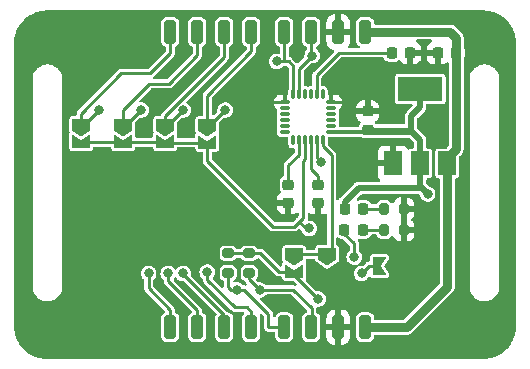
<source format=gbr>
%TF.GenerationSoftware,KiCad,Pcbnew,6.0.2-378541a8eb~116~ubuntu20.04.1*%
%TF.CreationDate,2022-03-15T11:55:05+02:00*%
%TF.ProjectId,ActionPCB,41637469-6f6e-4504-9342-2e6b69636164,rev?*%
%TF.SameCoordinates,Original*%
%TF.FileFunction,Copper,L1,Top*%
%TF.FilePolarity,Positive*%
%FSLAX46Y46*%
G04 Gerber Fmt 4.6, Leading zero omitted, Abs format (unit mm)*
G04 Created by KiCad (PCBNEW 6.0.2-378541a8eb~116~ubuntu20.04.1) date 2022-03-15 11:55:05*
%MOMM*%
%LPD*%
G01*
G04 APERTURE LIST*
G04 Aperture macros list*
%AMRoundRect*
0 Rectangle with rounded corners*
0 $1 Rounding radius*
0 $2 $3 $4 $5 $6 $7 $8 $9 X,Y pos of 4 corners*
0 Add a 4 corners polygon primitive as box body*
4,1,4,$2,$3,$4,$5,$6,$7,$8,$9,$2,$3,0*
0 Add four circle primitives for the rounded corners*
1,1,$1+$1,$2,$3*
1,1,$1+$1,$4,$5*
1,1,$1+$1,$6,$7*
1,1,$1+$1,$8,$9*
0 Add four rect primitives between the rounded corners*
20,1,$1+$1,$2,$3,$4,$5,0*
20,1,$1+$1,$4,$5,$6,$7,0*
20,1,$1+$1,$6,$7,$8,$9,0*
20,1,$1+$1,$8,$9,$2,$3,0*%
%AMFreePoly0*
4,1,6,1.000000,0.000000,0.500000,-0.750000,-0.500000,-0.750000,-0.500000,0.750000,0.500000,0.750000,1.000000,0.000000,1.000000,0.000000,$1*%
%AMFreePoly1*
4,1,6,0.500000,-0.750000,-0.650000,-0.750000,-0.150000,0.000000,-0.650000,0.750000,0.500000,0.750000,0.500000,-0.750000,0.500000,-0.750000,$1*%
G04 Aperture macros list end*
%TA.AperFunction,SMDPad,CuDef*%
%ADD10RoundRect,0.075000X-0.350000X-0.075000X0.350000X-0.075000X0.350000X0.075000X-0.350000X0.075000X0*%
%TD*%
%TA.AperFunction,SMDPad,CuDef*%
%ADD11RoundRect,0.075000X0.075000X-0.350000X0.075000X0.350000X-0.075000X0.350000X-0.075000X-0.350000X0*%
%TD*%
%TA.AperFunction,SMDPad,CuDef*%
%ADD12RoundRect,0.250000X-0.250000X-0.750000X0.250000X-0.750000X0.250000X0.750000X-0.250000X0.750000X0*%
%TD*%
%TA.AperFunction,SMDPad,CuDef*%
%ADD13RoundRect,0.218750X0.218750X0.256250X-0.218750X0.256250X-0.218750X-0.256250X0.218750X-0.256250X0*%
%TD*%
%TA.AperFunction,SMDPad,CuDef*%
%ADD14RoundRect,0.200000X0.200000X0.275000X-0.200000X0.275000X-0.200000X-0.275000X0.200000X-0.275000X0*%
%TD*%
%TA.AperFunction,SMDPad,CuDef*%
%ADD15FreePoly0,270.000000*%
%TD*%
%TA.AperFunction,SMDPad,CuDef*%
%ADD16FreePoly1,270.000000*%
%TD*%
%TA.AperFunction,SMDPad,CuDef*%
%ADD17RoundRect,0.225000X0.225000X0.250000X-0.225000X0.250000X-0.225000X-0.250000X0.225000X-0.250000X0*%
%TD*%
%TA.AperFunction,SMDPad,CuDef*%
%ADD18R,1.500000X2.000000*%
%TD*%
%TA.AperFunction,SMDPad,CuDef*%
%ADD19R,3.800000X2.000000*%
%TD*%
%TA.AperFunction,SMDPad,CuDef*%
%ADD20RoundRect,0.225000X-0.250000X0.225000X-0.250000X-0.225000X0.250000X-0.225000X0.250000X0.225000X0*%
%TD*%
%TA.AperFunction,SMDPad,CuDef*%
%ADD21RoundRect,0.200000X-0.275000X0.200000X-0.275000X-0.200000X0.275000X-0.200000X0.275000X0.200000X0*%
%TD*%
%TA.AperFunction,SMDPad,CuDef*%
%ADD22RoundRect,0.225000X0.250000X-0.225000X0.250000X0.225000X-0.250000X0.225000X-0.250000X-0.225000X0*%
%TD*%
%TA.AperFunction,SMDPad,CuDef*%
%ADD23RoundRect,0.225000X-0.225000X-0.250000X0.225000X-0.250000X0.225000X0.250000X-0.225000X0.250000X0*%
%TD*%
%TA.AperFunction,SMDPad,CuDef*%
%ADD24FreePoly0,180.000000*%
%TD*%
%TA.AperFunction,SMDPad,CuDef*%
%ADD25FreePoly1,180.000000*%
%TD*%
%TA.AperFunction,ViaPad*%
%ADD26C,0.800000*%
%TD*%
%TA.AperFunction,Conductor*%
%ADD27C,0.250000*%
%TD*%
%TA.AperFunction,Conductor*%
%ADD28C,0.750000*%
%TD*%
%TA.AperFunction,Conductor*%
%ADD29C,0.500000*%
%TD*%
%TA.AperFunction,Conductor*%
%ADD30C,0.550000*%
%TD*%
%TA.AperFunction,Conductor*%
%ADD31C,0.600000*%
%TD*%
%TA.AperFunction,Conductor*%
%ADD32C,0.300000*%
%TD*%
G04 APERTURE END LIST*
D10*
%TO.P,U1,1,CLKIN*%
%TO.N,GND*%
X124696000Y-41965000D03*
%TO.P,U1,2*%
%TO.N,N/C*%
X124696000Y-42465000D03*
%TO.P,U1,3*%
X124696000Y-42965000D03*
%TO.P,U1,4*%
X124696000Y-43465000D03*
%TO.P,U1,5*%
X124696000Y-43965000D03*
%TO.P,U1,6,AUX_SDA*%
%TO.N,unconnected-(U1-Pad6)*%
X124696000Y-44465000D03*
D11*
%TO.P,U1,7,AUX_SCL*%
%TO.N,unconnected-(U1-Pad7)*%
X125396000Y-45165000D03*
%TO.P,U1,8,VDDIO*%
%TO.N,Net-(C1-Pad1)*%
X125896000Y-45165000D03*
%TO.P,U1,9,AD0*%
%TO.N,/AD0*%
X126396000Y-45165000D03*
%TO.P,U1,10,REGOUT*%
%TO.N,Net-(C2-Pad1)*%
X126896000Y-45165000D03*
%TO.P,U1,11,FSYNC*%
%TO.N,Net-(JP1-Pad2)*%
X127396000Y-45165000D03*
%TO.P,U1,12,INT*%
%TO.N,/INT*%
X127896000Y-45165000D03*
D10*
%TO.P,U1,13,VDD*%
%TO.N,+3V3*%
X128596000Y-44465000D03*
%TO.P,U1,14*%
%TO.N,N/C*%
X128596000Y-43965000D03*
%TO.P,U1,15*%
X128596000Y-43465000D03*
%TO.P,U1,16*%
X128596000Y-42965000D03*
%TO.P,U1,17*%
X128596000Y-42465000D03*
%TO.P,U1,18,GND*%
%TO.N,GND*%
X128596000Y-41965000D03*
D11*
%TO.P,U1,19*%
%TO.N,N/C*%
X127896000Y-41265000D03*
%TO.P,U1,20,CPOUT*%
%TO.N,Net-(C3-Pad1)*%
X127396000Y-41265000D03*
%TO.P,U1,21*%
%TO.N,N/C*%
X126896000Y-41265000D03*
%TO.P,U1,22*%
X126396000Y-41265000D03*
%TO.P,U1,23,SCL*%
%TO.N,/SCL*%
X125896000Y-41265000D03*
%TO.P,U1,24,SDA*%
%TO.N,/SDA*%
X125396000Y-41265000D03*
%TD*%
D12*
%TO.P,P16,1,1*%
%TO.N,/CH4*%
X114990000Y-36000000D03*
%TD*%
%TO.P,P4,1,1*%
%TO.N,/SDA*%
X124642000Y-61000000D03*
%TD*%
D13*
%TO.P,D2,1,K*%
%TO.N,Net-(D2-Pad1)*%
X131294500Y-52765000D03*
%TO.P,D2,2,A*%
%TO.N,/AD0*%
X129719500Y-52765000D03*
%TD*%
D14*
%TO.P,R3,1*%
%TO.N,GND*%
X134748000Y-50987000D03*
%TO.P,R3,2*%
%TO.N,Net-(D1-Pad1)*%
X133098000Y-50987000D03*
%TD*%
D12*
%TO.P,P14,1,1*%
%TO.N,/CH2*%
X119562000Y-36000000D03*
%TD*%
D15*
%TO.P,JP2,1,A*%
%TO.N,/INT*%
X125478000Y-54834000D03*
D16*
%TO.P,JP2,2,B*%
%TO.N,+3V3*%
X125478000Y-56284000D03*
%TD*%
D17*
%TO.P,C4,1*%
%TO.N,VCC*%
X139194000Y-37779000D03*
%TO.P,C4,2*%
%TO.N,GND*%
X137644000Y-37779000D03*
%TD*%
D12*
%TO.P,P3,1,1*%
%TO.N,/SCL*%
X126928000Y-61000000D03*
%TD*%
%TO.P,P12,1,1*%
%TO.N,/SDA*%
X124642000Y-36000000D03*
%TD*%
%TO.P,P11,1,1*%
%TO.N,/SCL*%
X126928000Y-36000000D03*
%TD*%
D18*
%TO.P,U2,1,GND*%
%TO.N,GND*%
X133846000Y-47127000D03*
D19*
%TO.P,U2,2,VO*%
%TO.N,+3V3*%
X136146000Y-40827000D03*
D18*
X136146000Y-47127000D03*
%TO.P,U2,3,VI*%
%TO.N,VCC*%
X138446000Y-47127000D03*
%TD*%
D15*
%TO.P,JP7,1,A*%
%TO.N,/CH4*%
X107444000Y-43875000D03*
D16*
%TO.P,JP7,2,B*%
%TO.N,/AD0*%
X107444000Y-45325000D03*
%TD*%
D15*
%TO.P,JP6,1,A*%
%TO.N,/CH3*%
X111000000Y-43875000D03*
D16*
%TO.P,JP6,2,B*%
%TO.N,/AD0*%
X111000000Y-45325000D03*
%TD*%
D12*
%TO.P,P8,1,1*%
%TO.N,/CH4*%
X114990000Y-61000000D03*
%TD*%
D20*
%TO.P,C1,1*%
%TO.N,Net-(C1-Pad1)*%
X124970000Y-48929000D03*
%TO.P,C1,2*%
%TO.N,GND*%
X124970000Y-50479000D03*
%TD*%
D21*
%TO.P,R2,1*%
%TO.N,+3V3*%
X121668000Y-54734000D03*
%TO.P,R2,2*%
%TO.N,/SCL*%
X121668000Y-56384000D03*
%TD*%
D20*
%TO.P,C2,1*%
%TO.N,Net-(C2-Pad1)*%
X127510000Y-48942000D03*
%TO.P,C2,2*%
%TO.N,GND*%
X127510000Y-50492000D03*
%TD*%
D15*
%TO.P,JP5,1,A*%
%TO.N,/CH2*%
X114556000Y-43875000D03*
D16*
%TO.P,JP5,2,B*%
%TO.N,/AD0*%
X114556000Y-45325000D03*
%TD*%
D13*
%TO.P,D1,1,K*%
%TO.N,Net-(D1-Pad1)*%
X131320000Y-50987000D03*
%TO.P,D1,2,A*%
%TO.N,+3V3*%
X129745000Y-50987000D03*
%TD*%
D22*
%TO.P,C5,1*%
%TO.N,+3V3*%
X131701000Y-44275000D03*
%TO.P,C5,2*%
%TO.N,GND*%
X131701000Y-42725000D03*
%TD*%
D12*
%TO.P,P13,1,1*%
%TO.N,/CH1*%
X121848000Y-36000000D03*
%TD*%
D14*
%TO.P,R4,1*%
%TO.N,GND*%
X134749000Y-52765000D03*
%TO.P,R4,2*%
%TO.N,Net-(D2-Pad1)*%
X133099000Y-52765000D03*
%TD*%
D12*
%TO.P,P2,1,1*%
%TO.N,GND*%
X129214000Y-61000000D03*
%TD*%
%TO.P,P15,1,1*%
%TO.N,/CH3*%
X117276000Y-36000000D03*
%TD*%
D23*
%TO.P,C3,1*%
%TO.N,Net-(C3-Pad1)*%
X133733000Y-37779000D03*
%TO.P,C3,2*%
%TO.N,GND*%
X135283000Y-37779000D03*
%TD*%
D12*
%TO.P,P6,1,1*%
%TO.N,/CH2*%
X119562000Y-61000000D03*
%TD*%
%TO.P,P1,1,1*%
%TO.N,VCC*%
X131500000Y-61000000D03*
%TD*%
D24*
%TO.P,JP1,1,A*%
%TO.N,GND*%
X134077000Y-55813000D03*
D25*
%TO.P,JP1,2,B*%
%TO.N,Net-(JP1-Pad2)*%
X132627000Y-55813000D03*
%TD*%
D12*
%TO.P,P7,1,1*%
%TO.N,/CH3*%
X117276000Y-61000000D03*
%TD*%
D15*
%TO.P,JP4,1,A*%
%TO.N,/CH1*%
X118112000Y-43912000D03*
D16*
%TO.P,JP4,2,B*%
%TO.N,/AD0*%
X118112000Y-45362000D03*
%TD*%
D15*
%TO.P,JP3,1,A*%
%TO.N,/INT*%
X128272000Y-54797000D03*
D16*
%TO.P,JP3,2,B*%
%TO.N,GND*%
X128272000Y-56247000D03*
%TD*%
D12*
%TO.P,P9,1,1*%
%TO.N,VCC*%
X131500000Y-36000000D03*
%TD*%
%TO.P,P10,1,1*%
%TO.N,GND*%
X129214000Y-36000000D03*
%TD*%
%TO.P,P5,1,1*%
%TO.N,/CH1*%
X121848000Y-61000000D03*
%TD*%
D21*
%TO.P,R1,1*%
%TO.N,+3V3*%
X119890000Y-54734000D03*
%TO.P,R1,2*%
%TO.N,/SDA*%
X119890000Y-56384000D03*
%TD*%
D26*
%TO.N,GND*%
X132000000Y-48000000D03*
X131500000Y-39500000D03*
X132000000Y-47000000D03*
%TO.N,+3V3*%
X127510000Y-58607000D03*
X136781000Y-49717000D03*
%TO.N,/AD0*%
X130558000Y-55051000D03*
X126748000Y-52638000D03*
%TO.N,Net-(JP1-Pad2)*%
X131193000Y-56448000D03*
X127764000Y-47050000D03*
%TO.N,/CH1*%
X118112000Y-56321000D03*
X119636000Y-42605000D03*
%TO.N,/CH2*%
X116080000Y-56448000D03*
X116080000Y-42605000D03*
%TO.N,/CH3*%
X114810000Y-56448000D03*
X112524000Y-42605000D03*
%TO.N,/CH4*%
X108968000Y-42605000D03*
X113159000Y-56448000D03*
%TO.N,/SCL*%
X122557000Y-57845000D03*
X127000000Y-38000000D03*
%TO.N,/SDA*%
X124000000Y-38500000D03*
X120652000Y-57845000D03*
%TD*%
D27*
%TO.N,Net-(C1-Pad1)*%
X124970000Y-47304000D02*
X125896000Y-46378000D01*
X124970000Y-48929000D02*
X124970000Y-47304000D01*
X125896000Y-46378000D02*
X125896000Y-45165000D01*
%TO.N,Net-(C2-Pad1)*%
X127510000Y-48193000D02*
X127510000Y-48942000D01*
X126896000Y-47579000D02*
X127510000Y-48193000D01*
X126896000Y-45165000D02*
X126896000Y-47579000D01*
%TO.N,Net-(C3-Pad1)*%
X127396000Y-41265000D02*
X127396000Y-39658000D01*
X129275000Y-37779000D02*
X133733000Y-37779000D01*
X127396000Y-39658000D02*
X129275000Y-37779000D01*
D28*
%TO.N,VCC*%
X139194000Y-37779000D02*
X139194000Y-45907000D01*
D29*
X138446000Y-46655000D02*
X138446000Y-47127000D01*
D28*
X139194000Y-45907000D02*
X138446000Y-46655000D01*
X135000000Y-61000000D02*
X131500000Y-61000000D01*
X138686000Y-36000000D02*
X139194000Y-36508000D01*
X138446000Y-47127000D02*
X138446000Y-57554000D01*
X138446000Y-57554000D02*
X135000000Y-61000000D01*
X138686000Y-36000000D02*
X131500000Y-36000000D01*
X139194000Y-36508000D02*
X139194000Y-37779000D01*
D27*
%TO.N,+3V3*%
X131701000Y-44472000D02*
X131694000Y-44465000D01*
X121668000Y-54734000D02*
X119890000Y-54734000D01*
D29*
X136146000Y-45145000D02*
X135384000Y-44383000D01*
D27*
X121668000Y-54734000D02*
X122621000Y-54734000D01*
X125478000Y-56575000D02*
X127510000Y-58607000D01*
X122621000Y-54734000D02*
X124208000Y-56321000D01*
D29*
X135384000Y-43113000D02*
X136146000Y-42351000D01*
D30*
X136273000Y-49209000D02*
X130939000Y-49209000D01*
D27*
X125441000Y-56321000D02*
X125478000Y-56284000D01*
D30*
X130939000Y-49209000D02*
X129745000Y-50403000D01*
X129745000Y-50403000D02*
X129745000Y-50987000D01*
X136146000Y-47127000D02*
X136146000Y-49082000D01*
D31*
X135384000Y-44383000D02*
X131790000Y-44383000D01*
D27*
X125478000Y-56284000D02*
X125478000Y-56575000D01*
D32*
X131694000Y-44465000D02*
X128596000Y-44465000D01*
D27*
X136781000Y-49717000D02*
X136273000Y-49209000D01*
D29*
X136146000Y-47127000D02*
X136146000Y-45145000D01*
D27*
X124208000Y-56321000D02*
X125441000Y-56321000D01*
D30*
X136146000Y-49082000D02*
X136781000Y-49717000D01*
D29*
X135384000Y-44383000D02*
X135384000Y-43113000D01*
D27*
X131790000Y-44383000D02*
X131701000Y-44472000D01*
D29*
X136146000Y-42351000D02*
X136146000Y-40827000D01*
D27*
%TO.N,/AD0*%
X129719500Y-52765000D02*
X129719500Y-53069500D01*
X126396000Y-46767000D02*
X126240000Y-46923000D01*
X125478000Y-52511000D02*
X123700000Y-52511000D01*
X125922500Y-52066500D02*
X126494000Y-52638000D01*
X126240000Y-46923000D02*
X126240000Y-51749000D01*
X114593000Y-45362000D02*
X114556000Y-45325000D01*
X111000000Y-45325000D02*
X107444000Y-45325000D01*
X123700000Y-52511000D02*
X118112000Y-46923000D01*
X118112000Y-46923000D02*
X118112000Y-45362000D01*
X118112000Y-45362000D02*
X114593000Y-45362000D01*
X126494000Y-52638000D02*
X126748000Y-52638000D01*
X114556000Y-45325000D02*
X111000000Y-45325000D01*
X126396000Y-45165000D02*
X126396000Y-46767000D01*
X125922500Y-52066500D02*
X125478000Y-52511000D01*
X126240000Y-51749000D02*
X125922500Y-52066500D01*
X129719500Y-53069500D02*
X130558000Y-53908000D01*
X130558000Y-53908000D02*
X130558000Y-55051000D01*
%TO.N,Net-(JP1-Pad2)*%
X131828000Y-55813000D02*
X131193000Y-56448000D01*
X132627000Y-55813000D02*
X131828000Y-55813000D01*
X127396000Y-45165000D02*
X127396000Y-46682000D01*
X127396000Y-46682000D02*
X127764000Y-47050000D01*
%TO.N,/INT*%
X127896000Y-45658000D02*
X128653000Y-46415000D01*
X127896000Y-45165000D02*
X127896000Y-45658000D01*
X128653000Y-46415000D02*
X128653000Y-54416000D01*
X125478000Y-54834000D02*
X128235000Y-54834000D01*
X128653000Y-54416000D02*
X128272000Y-54797000D01*
X128235000Y-54834000D02*
X128272000Y-54797000D01*
%TO.N,/CH1*%
X118112000Y-43912000D02*
X118329000Y-43912000D01*
X120450000Y-59300000D02*
X121450000Y-59300000D01*
X118112000Y-56962000D02*
X120450000Y-59300000D01*
X121848000Y-37652000D02*
X118112000Y-41388000D01*
X121848000Y-59698000D02*
X121848000Y-61000000D01*
X121450000Y-59300000D02*
X121848000Y-59698000D01*
X118112000Y-56321000D02*
X118112000Y-56962000D01*
X121848000Y-36000000D02*
X121848000Y-37652000D01*
X118329000Y-43912000D02*
X119636000Y-42605000D01*
X118112000Y-41388000D02*
X118112000Y-43912000D01*
%TO.N,/CH2*%
X114810000Y-43875000D02*
X116080000Y-42605000D01*
X119562000Y-38138000D02*
X119562000Y-36000000D01*
X119562000Y-61000000D02*
X119562000Y-59962000D01*
X114556000Y-43144000D02*
X119562000Y-38138000D01*
X116080000Y-56480000D02*
X116080000Y-56448000D01*
X114556000Y-43875000D02*
X114556000Y-43144000D01*
X114556000Y-43875000D02*
X114810000Y-43875000D01*
X119562000Y-59962000D02*
X116080000Y-56480000D01*
%TO.N,/CH3*%
X117276000Y-36000000D02*
X117276000Y-37974000D01*
X117276000Y-59576000D02*
X117276000Y-61000000D01*
X114810000Y-57110000D02*
X117276000Y-59576000D01*
X111000000Y-42600000D02*
X111000000Y-43875000D01*
X111000000Y-43875000D02*
X111254000Y-43875000D01*
X113200000Y-40400000D02*
X111000000Y-42600000D01*
X114850000Y-40400000D02*
X113200000Y-40400000D01*
X111254000Y-43875000D02*
X112524000Y-42605000D01*
X117276000Y-37974000D02*
X114850000Y-40400000D01*
X114810000Y-56448000D02*
X114810000Y-57110000D01*
%TO.N,/CH4*%
X113159000Y-57709000D02*
X114990000Y-59540000D01*
X107698000Y-43875000D02*
X108968000Y-42605000D01*
X114990000Y-37810000D02*
X114990000Y-36000000D01*
X114990000Y-59540000D02*
X114990000Y-61000000D01*
X113159000Y-56448000D02*
X113159000Y-57709000D01*
X107444000Y-43875000D02*
X107698000Y-43875000D01*
X113300000Y-39500000D02*
X114990000Y-37810000D01*
X107444000Y-42908530D02*
X110852530Y-39500000D01*
X107444000Y-43875000D02*
X107444000Y-42908530D01*
X110852530Y-39500000D02*
X113300000Y-39500000D01*
%TO.N,/SCL*%
X125395000Y-57845000D02*
X126950000Y-59400000D01*
X121668000Y-56384000D02*
X121668000Y-56956000D01*
X125896000Y-39104000D02*
X125896000Y-41265000D01*
X122557000Y-57845000D02*
X125395000Y-57845000D01*
X126928000Y-36000000D02*
X126928000Y-37928000D01*
X126950000Y-60978000D02*
X126928000Y-61000000D01*
X126950000Y-59400000D02*
X126950000Y-60978000D01*
X126928000Y-37928000D02*
X127000000Y-38000000D01*
X121668000Y-56956000D02*
X122557000Y-57845000D01*
X127000000Y-38000000D02*
X125896000Y-39104000D01*
%TO.N,/SDA*%
X125396000Y-38896000D02*
X125396000Y-41265000D01*
X119890000Y-56384000D02*
X119890000Y-57591000D01*
X120652000Y-57845000D02*
X121245000Y-57845000D01*
X125000000Y-38500000D02*
X125396000Y-38896000D01*
X123300000Y-59900000D02*
X123300000Y-61000000D01*
X121245000Y-57845000D02*
X123300000Y-59900000D01*
X119890000Y-57591000D02*
X120144000Y-57845000D01*
X124600000Y-38500000D02*
X125000000Y-38500000D01*
X124642000Y-36000000D02*
X124642000Y-38458000D01*
X120144000Y-57845000D02*
X120652000Y-57845000D01*
X123300000Y-61000000D02*
X124642000Y-61000000D01*
X124000000Y-38500000D02*
X124600000Y-38500000D01*
X124642000Y-38458000D02*
X124600000Y-38500000D01*
%TO.N,Net-(D1-Pad1)*%
X131320000Y-50987000D02*
X133098000Y-50987000D01*
%TO.N,Net-(D2-Pad1)*%
X131294500Y-52765000D02*
X133099000Y-52765000D01*
%TD*%
%TA.AperFunction,Conductor*%
%TO.N,GND*%
G36*
X141497153Y-34176421D02*
G01*
X141510000Y-34178976D01*
X141522170Y-34176556D01*
X141534581Y-34176556D01*
X141534581Y-34176757D01*
X141545469Y-34175992D01*
X141810393Y-34190870D01*
X141824425Y-34192450D01*
X141969248Y-34217057D01*
X142114066Y-34241663D01*
X142127841Y-34244807D01*
X142214600Y-34269802D01*
X142410156Y-34326141D01*
X142423477Y-34330802D01*
X142694912Y-34443234D01*
X142707635Y-34449361D01*
X142862499Y-34534951D01*
X142964768Y-34591474D01*
X142976731Y-34598991D01*
X143196570Y-34754974D01*
X143216329Y-34768994D01*
X143227376Y-34777803D01*
X143386537Y-34920038D01*
X143446439Y-34973570D01*
X143456429Y-34983560D01*
X143648822Y-35198847D01*
X143652196Y-35202623D01*
X143661006Y-35213671D01*
X143831009Y-35453269D01*
X143838526Y-35465232D01*
X143980637Y-35722361D01*
X143986766Y-35735088D01*
X144099198Y-36006523D01*
X144103859Y-36019844D01*
X144132457Y-36119108D01*
X144185193Y-36302159D01*
X144188337Y-36315934D01*
X144232248Y-36574369D01*
X144237549Y-36605570D01*
X144239130Y-36619607D01*
X144253963Y-36883721D01*
X144254008Y-36884528D01*
X144253243Y-36895419D01*
X144253444Y-36895419D01*
X144253444Y-36907830D01*
X144251024Y-36920000D01*
X144253579Y-36932844D01*
X144256000Y-36957425D01*
X144256000Y-60882575D01*
X144253579Y-60907153D01*
X144251024Y-60920000D01*
X144253444Y-60932170D01*
X144253444Y-60944581D01*
X144253243Y-60944581D01*
X144254008Y-60955469D01*
X144242435Y-61161548D01*
X144239131Y-61220389D01*
X144237550Y-61234425D01*
X144220095Y-61337156D01*
X144188337Y-61524066D01*
X144185193Y-61537841D01*
X144163088Y-61614569D01*
X144103859Y-61820156D01*
X144099198Y-61833477D01*
X143986768Y-62104908D01*
X143980637Y-62117639D01*
X143838526Y-62374768D01*
X143831009Y-62386731D01*
X143661006Y-62626329D01*
X143652196Y-62637377D01*
X143456430Y-62856439D01*
X143446439Y-62866430D01*
X143227377Y-63062196D01*
X143216329Y-63071006D01*
X142976731Y-63241009D01*
X142964768Y-63248526D01*
X142707635Y-63390639D01*
X142694912Y-63396766D01*
X142423477Y-63509198D01*
X142410156Y-63513859D01*
X142214600Y-63570198D01*
X142127841Y-63595193D01*
X142114066Y-63598337D01*
X141969248Y-63622943D01*
X141824425Y-63647550D01*
X141810393Y-63649130D01*
X141545469Y-63664008D01*
X141534581Y-63663243D01*
X141534581Y-63663444D01*
X141522170Y-63663444D01*
X141510000Y-63661024D01*
X141497153Y-63663579D01*
X141472575Y-63666000D01*
X104547425Y-63666000D01*
X104522847Y-63663579D01*
X104510000Y-63661024D01*
X104497830Y-63663444D01*
X104485419Y-63663444D01*
X104485419Y-63663243D01*
X104474531Y-63664008D01*
X104209607Y-63649130D01*
X104195575Y-63647550D01*
X104050752Y-63622943D01*
X103905934Y-63598337D01*
X103892159Y-63595193D01*
X103805400Y-63570198D01*
X103609844Y-63513859D01*
X103596523Y-63509198D01*
X103325088Y-63396766D01*
X103312365Y-63390639D01*
X103055232Y-63248526D01*
X103043269Y-63241009D01*
X102803671Y-63071006D01*
X102792623Y-63062196D01*
X102573561Y-62866430D01*
X102563570Y-62856439D01*
X102367804Y-62637377D01*
X102358994Y-62626329D01*
X102188991Y-62386731D01*
X102181474Y-62374768D01*
X102039363Y-62117639D01*
X102033232Y-62104908D01*
X101920802Y-61833477D01*
X101916141Y-61820156D01*
X101856912Y-61614569D01*
X101834807Y-61537841D01*
X101831663Y-61524066D01*
X101799905Y-61337156D01*
X101782450Y-61234425D01*
X101780869Y-61220389D01*
X101777565Y-61161548D01*
X101765992Y-60955469D01*
X101766757Y-60944581D01*
X101766556Y-60944581D01*
X101766556Y-60932170D01*
X101768976Y-60920000D01*
X101766421Y-60907153D01*
X101764000Y-60882575D01*
X101764000Y-57512480D01*
X103325743Y-57512480D01*
X103326813Y-57518398D01*
X103333913Y-57625597D01*
X103338922Y-57701217D01*
X103340310Y-57722181D01*
X103388899Y-57926634D01*
X103390952Y-57931483D01*
X103390954Y-57931489D01*
X103443015Y-58054450D01*
X103470833Y-58120152D01*
X103583827Y-58297337D01*
X103622867Y-58340535D01*
X103660719Y-58382419D01*
X103724730Y-58453249D01*
X103742164Y-58467025D01*
X103885473Y-58580268D01*
X103885476Y-58580270D01*
X103889613Y-58583539D01*
X103894241Y-58586076D01*
X103894240Y-58586076D01*
X104069255Y-58682041D01*
X104069259Y-58682043D01*
X104073879Y-58684576D01*
X104078857Y-58686305D01*
X104078856Y-58686305D01*
X104267416Y-58751814D01*
X104267420Y-58751815D01*
X104272388Y-58753541D01*
X104370599Y-58770115D01*
X104474407Y-58787634D01*
X104474411Y-58787634D01*
X104479606Y-58788511D01*
X104689754Y-58788511D01*
X104694949Y-58787634D01*
X104694953Y-58787634D01*
X104798761Y-58770115D01*
X104896972Y-58753541D01*
X104901940Y-58751815D01*
X104901944Y-58751814D01*
X105090504Y-58686305D01*
X105090503Y-58686305D01*
X105095481Y-58684576D01*
X105100101Y-58682043D01*
X105100105Y-58682041D01*
X105275120Y-58586076D01*
X105275119Y-58586076D01*
X105279747Y-58583539D01*
X105283884Y-58580270D01*
X105283887Y-58580268D01*
X105427196Y-58467025D01*
X105444630Y-58453249D01*
X105508642Y-58382419D01*
X105546493Y-58340535D01*
X105585533Y-58297337D01*
X105698527Y-58120152D01*
X105726345Y-58054450D01*
X105778406Y-57931489D01*
X105778408Y-57931483D01*
X105780461Y-57926634D01*
X105829050Y-57722181D01*
X105830083Y-57706593D01*
X105841758Y-57530310D01*
X105842547Y-57518398D01*
X105843617Y-57512480D01*
X105840984Y-57500351D01*
X105840928Y-57497169D01*
X105838680Y-57476221D01*
X105838680Y-56441096D01*
X112499729Y-56441096D01*
X112506088Y-56498695D01*
X112515611Y-56584944D01*
X112517113Y-56598553D01*
X112519723Y-56605684D01*
X112519723Y-56605686D01*
X112555230Y-56702713D01*
X112571553Y-56747319D01*
X112575789Y-56753622D01*
X112575789Y-56753623D01*
X112629333Y-56833304D01*
X112659908Y-56878805D01*
X112665527Y-56883918D01*
X112665528Y-56883919D01*
X112738299Y-56950135D01*
X112775222Y-57010775D01*
X112779500Y-57043329D01*
X112779500Y-57655080D01*
X112776951Y-57679028D01*
X112776872Y-57680693D01*
X112774680Y-57690876D01*
X112775904Y-57701217D01*
X112778627Y-57724223D01*
X112778977Y-57730154D01*
X112779072Y-57730146D01*
X112779500Y-57735324D01*
X112779500Y-57740524D01*
X112780354Y-57745653D01*
X112780354Y-57745656D01*
X112782669Y-57759565D01*
X112783506Y-57765443D01*
X112786126Y-57787576D01*
X112789530Y-57816341D01*
X112793493Y-57824593D01*
X112794996Y-57833626D01*
X112818394Y-57876989D01*
X112819334Y-57878732D01*
X112822031Y-57884025D01*
X112840785Y-57923082D01*
X112840788Y-57923086D01*
X112844219Y-57930232D01*
X112847814Y-57934508D01*
X112849737Y-57936431D01*
X112851509Y-57938363D01*
X112851552Y-57938442D01*
X112851428Y-57938555D01*
X112851904Y-57939095D01*
X112854990Y-57944814D01*
X112862635Y-57951881D01*
X112894586Y-57981416D01*
X112898152Y-57984846D01*
X114520106Y-59606800D01*
X114554132Y-59669112D01*
X114549067Y-59739927D01*
X114506520Y-59796763D01*
X114499311Y-59801401D01*
X114495236Y-59802929D01*
X114379596Y-59889596D01*
X114374215Y-59896776D01*
X114298311Y-59998054D01*
X114298309Y-59998057D01*
X114292929Y-60005236D01*
X114242202Y-60140552D01*
X114235500Y-60202244D01*
X114235500Y-61797756D01*
X114242202Y-61859448D01*
X114292929Y-61994764D01*
X114298309Y-62001943D01*
X114298311Y-62001946D01*
X114345999Y-62065576D01*
X114379596Y-62110404D01*
X114386776Y-62115785D01*
X114488054Y-62191689D01*
X114488057Y-62191691D01*
X114495236Y-62197071D01*
X114578196Y-62228171D01*
X114623157Y-62245026D01*
X114623159Y-62245026D01*
X114630552Y-62247798D01*
X114638402Y-62248651D01*
X114638403Y-62248651D01*
X114688847Y-62254131D01*
X114692244Y-62254500D01*
X115287756Y-62254500D01*
X115291153Y-62254131D01*
X115341597Y-62248651D01*
X115341598Y-62248651D01*
X115349448Y-62247798D01*
X115356841Y-62245026D01*
X115356843Y-62245026D01*
X115401804Y-62228171D01*
X115484764Y-62197071D01*
X115491943Y-62191691D01*
X115491946Y-62191689D01*
X115593224Y-62115785D01*
X115600404Y-62110404D01*
X115634001Y-62065576D01*
X115681689Y-62001946D01*
X115681691Y-62001943D01*
X115687071Y-61994764D01*
X115737798Y-61859448D01*
X115744500Y-61797756D01*
X115744500Y-60202244D01*
X115737798Y-60140552D01*
X115687071Y-60005236D01*
X115681691Y-59998057D01*
X115681689Y-59998054D01*
X115605785Y-59896776D01*
X115600404Y-59889596D01*
X115546817Y-59849435D01*
X115491946Y-59808311D01*
X115491943Y-59808309D01*
X115484764Y-59802929D01*
X115451270Y-59790373D01*
X115394506Y-59747731D01*
X115369806Y-59681170D01*
X115369500Y-59672391D01*
X115369500Y-59593920D01*
X115372049Y-59569972D01*
X115372128Y-59568307D01*
X115374320Y-59558124D01*
X115370373Y-59524777D01*
X115370023Y-59518846D01*
X115369928Y-59518854D01*
X115369500Y-59513676D01*
X115369500Y-59508476D01*
X115367734Y-59497865D01*
X115366331Y-59489435D01*
X115365494Y-59483557D01*
X115360694Y-59442999D01*
X115360694Y-59442998D01*
X115359470Y-59432659D01*
X115355507Y-59424407D01*
X115354004Y-59415374D01*
X115329665Y-59370266D01*
X115326969Y-59364975D01*
X115308215Y-59325918D01*
X115308212Y-59325914D01*
X115304781Y-59318768D01*
X115301186Y-59314492D01*
X115299263Y-59312569D01*
X115297491Y-59310637D01*
X115297448Y-59310558D01*
X115297572Y-59310445D01*
X115297096Y-59309905D01*
X115294010Y-59304186D01*
X115254413Y-59267583D01*
X115250848Y-59264154D01*
X113575405Y-57588711D01*
X113541379Y-57526399D01*
X113538500Y-57499616D01*
X113538500Y-57042730D01*
X113558502Y-56974609D01*
X113582669Y-56946919D01*
X113638536Y-56899204D01*
X113644314Y-56894269D01*
X113736755Y-56765624D01*
X113795842Y-56618641D01*
X113818162Y-56461807D01*
X113818307Y-56448000D01*
X113817472Y-56441096D01*
X114150729Y-56441096D01*
X114157088Y-56498695D01*
X114166611Y-56584944D01*
X114168113Y-56598553D01*
X114170723Y-56605684D01*
X114170723Y-56605686D01*
X114206230Y-56702713D01*
X114222553Y-56747319D01*
X114226789Y-56753622D01*
X114226789Y-56753623D01*
X114280333Y-56833304D01*
X114310908Y-56878805D01*
X114316527Y-56883918D01*
X114316528Y-56883919D01*
X114389299Y-56950135D01*
X114426222Y-57010775D01*
X114430500Y-57043329D01*
X114430500Y-57056080D01*
X114427951Y-57080028D01*
X114427872Y-57081693D01*
X114425680Y-57091876D01*
X114426904Y-57102217D01*
X114429627Y-57125223D01*
X114429977Y-57131154D01*
X114430072Y-57131146D01*
X114430500Y-57136324D01*
X114430500Y-57141524D01*
X114431354Y-57146653D01*
X114431354Y-57146656D01*
X114433669Y-57160565D01*
X114434506Y-57166443D01*
X114440530Y-57217341D01*
X114444493Y-57225593D01*
X114445996Y-57234626D01*
X114450943Y-57243795D01*
X114450944Y-57243797D01*
X114470334Y-57279732D01*
X114473031Y-57285025D01*
X114491785Y-57324082D01*
X114491788Y-57324086D01*
X114495219Y-57331232D01*
X114498814Y-57335508D01*
X114500737Y-57337431D01*
X114502509Y-57339363D01*
X114502552Y-57339442D01*
X114502428Y-57339555D01*
X114502904Y-57340095D01*
X114505990Y-57345814D01*
X114513635Y-57352881D01*
X114545586Y-57382416D01*
X114549152Y-57385846D01*
X116784219Y-59620913D01*
X116818245Y-59683225D01*
X116813180Y-59754040D01*
X116770692Y-59810832D01*
X116665596Y-59889596D01*
X116660215Y-59896776D01*
X116584311Y-59998054D01*
X116584309Y-59998057D01*
X116578929Y-60005236D01*
X116528202Y-60140552D01*
X116521500Y-60202244D01*
X116521500Y-61797756D01*
X116528202Y-61859448D01*
X116578929Y-61994764D01*
X116584309Y-62001943D01*
X116584311Y-62001946D01*
X116631999Y-62065576D01*
X116665596Y-62110404D01*
X116672776Y-62115785D01*
X116774054Y-62191689D01*
X116774057Y-62191691D01*
X116781236Y-62197071D01*
X116864196Y-62228171D01*
X116909157Y-62245026D01*
X116909159Y-62245026D01*
X116916552Y-62247798D01*
X116924402Y-62248651D01*
X116924403Y-62248651D01*
X116974847Y-62254131D01*
X116978244Y-62254500D01*
X117573756Y-62254500D01*
X117577153Y-62254131D01*
X117627597Y-62248651D01*
X117627598Y-62248651D01*
X117635448Y-62247798D01*
X117642841Y-62245026D01*
X117642843Y-62245026D01*
X117687804Y-62228171D01*
X117770764Y-62197071D01*
X117777943Y-62191691D01*
X117777946Y-62191689D01*
X117879224Y-62115785D01*
X117886404Y-62110404D01*
X117920001Y-62065576D01*
X117967689Y-62001946D01*
X117967691Y-62001943D01*
X117973071Y-61994764D01*
X118023798Y-61859448D01*
X118030500Y-61797756D01*
X118030500Y-60202244D01*
X118023798Y-60140552D01*
X117973071Y-60005236D01*
X117967691Y-59998057D01*
X117967689Y-59998054D01*
X117891785Y-59896776D01*
X117886404Y-59889596D01*
X117832817Y-59849435D01*
X117777946Y-59808311D01*
X117777943Y-59808309D01*
X117770764Y-59802929D01*
X117737270Y-59790373D01*
X117680506Y-59747731D01*
X117655806Y-59681170D01*
X117655500Y-59672391D01*
X117655500Y-59629925D01*
X117658050Y-59605967D01*
X117658128Y-59604308D01*
X117660321Y-59594124D01*
X117659097Y-59583782D01*
X117659097Y-59583779D01*
X117656374Y-59560779D01*
X117656024Y-59554848D01*
X117655928Y-59554856D01*
X117655500Y-59549680D01*
X117655500Y-59544476D01*
X117652327Y-59525412D01*
X117651496Y-59519566D01*
X117646694Y-59479001D01*
X117645470Y-59468659D01*
X117641507Y-59460407D01*
X117640004Y-59451374D01*
X117628098Y-59429307D01*
X117615666Y-59406268D01*
X117612969Y-59400975D01*
X117594215Y-59361919D01*
X117594214Y-59361918D01*
X117590781Y-59354768D01*
X117587187Y-59350493D01*
X117585262Y-59348568D01*
X117583491Y-59346638D01*
X117583445Y-59346553D01*
X117583568Y-59346441D01*
X117583096Y-59345906D01*
X117580010Y-59340186D01*
X117540413Y-59303583D01*
X117536848Y-59300154D01*
X115301376Y-57064682D01*
X115267350Y-57002370D01*
X115272415Y-56931555D01*
X115295259Y-56894316D01*
X115295314Y-56894269D01*
X115342478Y-56828634D01*
X115398470Y-56784988D01*
X115469173Y-56778542D01*
X115532138Y-56811345D01*
X115549380Y-56831887D01*
X115576668Y-56872497D01*
X115576671Y-56872500D01*
X115580908Y-56878805D01*
X115586527Y-56883918D01*
X115586528Y-56883919D01*
X115680261Y-56969209D01*
X115698076Y-56985419D01*
X115837293Y-57061008D01*
X115990522Y-57101207D01*
X116116261Y-57103182D01*
X116184059Y-57124251D01*
X116203377Y-57140071D01*
X118874911Y-59811605D01*
X118908937Y-59873917D01*
X118903872Y-59944732D01*
X118886642Y-59976265D01*
X118864929Y-60005236D01*
X118814202Y-60140552D01*
X118807500Y-60202244D01*
X118807500Y-61797756D01*
X118814202Y-61859448D01*
X118864929Y-61994764D01*
X118870309Y-62001943D01*
X118870311Y-62001946D01*
X118917999Y-62065576D01*
X118951596Y-62110404D01*
X118958776Y-62115785D01*
X119060054Y-62191689D01*
X119060057Y-62191691D01*
X119067236Y-62197071D01*
X119150196Y-62228171D01*
X119195157Y-62245026D01*
X119195159Y-62245026D01*
X119202552Y-62247798D01*
X119210402Y-62248651D01*
X119210403Y-62248651D01*
X119260847Y-62254131D01*
X119264244Y-62254500D01*
X119859756Y-62254500D01*
X119863153Y-62254131D01*
X119913597Y-62248651D01*
X119913598Y-62248651D01*
X119921448Y-62247798D01*
X119928841Y-62245026D01*
X119928843Y-62245026D01*
X119973804Y-62228171D01*
X120056764Y-62197071D01*
X120063943Y-62191691D01*
X120063946Y-62191689D01*
X120165224Y-62115785D01*
X120172404Y-62110404D01*
X120206001Y-62065576D01*
X120253689Y-62001946D01*
X120253691Y-62001943D01*
X120259071Y-61994764D01*
X120309798Y-61859448D01*
X120316500Y-61797756D01*
X120316500Y-60202244D01*
X120309798Y-60140552D01*
X120259071Y-60005236D01*
X120253691Y-59998057D01*
X120253689Y-59998054D01*
X120177785Y-59896776D01*
X120172404Y-59889596D01*
X120118817Y-59849435D01*
X120063946Y-59808311D01*
X120063943Y-59808309D01*
X120056764Y-59802929D01*
X119921448Y-59752202D01*
X119916876Y-59751705D01*
X119861928Y-59722412D01*
X119826414Y-59689583D01*
X119822848Y-59686154D01*
X116766156Y-56629462D01*
X116732130Y-56567150D01*
X116730508Y-56522614D01*
X116738581Y-56465891D01*
X116738581Y-56465888D01*
X116739162Y-56461807D01*
X116739307Y-56448000D01*
X116720276Y-56290733D01*
X116664280Y-56142546D01*
X116638834Y-56105522D01*
X116578855Y-56018251D01*
X116578854Y-56018249D01*
X116574553Y-56011992D01*
X116564717Y-56003228D01*
X116461946Y-55911664D01*
X116456275Y-55906611D01*
X116448889Y-55902700D01*
X116359260Y-55855244D01*
X116316274Y-55832484D01*
X116162633Y-55793892D01*
X116155034Y-55793852D01*
X116155033Y-55793852D01*
X116089181Y-55793507D01*
X116004221Y-55793062D01*
X115996841Y-55794834D01*
X115996839Y-55794834D01*
X115857563Y-55828271D01*
X115857560Y-55828272D01*
X115850184Y-55830043D01*
X115709414Y-55902700D01*
X115590039Y-56006838D01*
X115585672Y-56013052D01*
X115585669Y-56013055D01*
X115548153Y-56066435D01*
X115492619Y-56110667D01*
X115421987Y-56117853D01*
X115358682Y-56085712D01*
X115341226Y-56065352D01*
X115331734Y-56051540D01*
X115328415Y-56046711D01*
X115308855Y-56018251D01*
X115308854Y-56018249D01*
X115304553Y-56011992D01*
X115294717Y-56003228D01*
X115191946Y-55911664D01*
X115186275Y-55906611D01*
X115178889Y-55902700D01*
X115089260Y-55855244D01*
X115046274Y-55832484D01*
X114892633Y-55793892D01*
X114885034Y-55793852D01*
X114885033Y-55793852D01*
X114819181Y-55793507D01*
X114734221Y-55793062D01*
X114726841Y-55794834D01*
X114726839Y-55794834D01*
X114587563Y-55828271D01*
X114587560Y-55828272D01*
X114580184Y-55830043D01*
X114439414Y-55902700D01*
X114320039Y-56006838D01*
X114228950Y-56136444D01*
X114217984Y-56164571D01*
X114174626Y-56275779D01*
X114171406Y-56284037D01*
X114170414Y-56291570D01*
X114170414Y-56291571D01*
X114153630Y-56419063D01*
X114150729Y-56441096D01*
X113817472Y-56441096D01*
X113799276Y-56290733D01*
X113743280Y-56142546D01*
X113717834Y-56105522D01*
X113657855Y-56018251D01*
X113657854Y-56018249D01*
X113653553Y-56011992D01*
X113643717Y-56003228D01*
X113540946Y-55911664D01*
X113535275Y-55906611D01*
X113527889Y-55902700D01*
X113438260Y-55855244D01*
X113395274Y-55832484D01*
X113241633Y-55793892D01*
X113234034Y-55793852D01*
X113234033Y-55793852D01*
X113168181Y-55793507D01*
X113083221Y-55793062D01*
X113075841Y-55794834D01*
X113075839Y-55794834D01*
X112936563Y-55828271D01*
X112936560Y-55828272D01*
X112929184Y-55830043D01*
X112788414Y-55902700D01*
X112669039Y-56006838D01*
X112577950Y-56136444D01*
X112566984Y-56164571D01*
X112523626Y-56275779D01*
X112520406Y-56284037D01*
X112519414Y-56291570D01*
X112519414Y-56291571D01*
X112502630Y-56419063D01*
X112499729Y-56441096D01*
X105838680Y-56441096D01*
X105838680Y-45825000D01*
X106434514Y-45825000D01*
X106454266Y-45924301D01*
X106510516Y-46008484D01*
X106594699Y-46064734D01*
X106694000Y-46084486D01*
X108194000Y-46084486D01*
X108293301Y-46064734D01*
X108377484Y-46008484D01*
X108433734Y-45924301D01*
X108453486Y-45825000D01*
X108453486Y-45818812D01*
X108453551Y-45818152D01*
X108480132Y-45752319D01*
X108538086Y-45711308D01*
X108578944Y-45704500D01*
X109865056Y-45704500D01*
X109933177Y-45724502D01*
X109979670Y-45778158D01*
X109990449Y-45818152D01*
X109990514Y-45818812D01*
X109990514Y-45825000D01*
X110010266Y-45924301D01*
X110066516Y-46008484D01*
X110150699Y-46064734D01*
X110250000Y-46084486D01*
X111750000Y-46084486D01*
X111849301Y-46064734D01*
X111933484Y-46008484D01*
X111989734Y-45924301D01*
X112009486Y-45825000D01*
X112009486Y-45818812D01*
X112009551Y-45818152D01*
X112036132Y-45752319D01*
X112094086Y-45711308D01*
X112134944Y-45704500D01*
X113421056Y-45704500D01*
X113489177Y-45724502D01*
X113535670Y-45778158D01*
X113546449Y-45818152D01*
X113546514Y-45818812D01*
X113546514Y-45825000D01*
X113566266Y-45924301D01*
X113622516Y-46008484D01*
X113706699Y-46064734D01*
X113806000Y-46084486D01*
X115306000Y-46084486D01*
X115405301Y-46064734D01*
X115489484Y-46008484D01*
X115545734Y-45924301D01*
X115561922Y-45842918D01*
X115594830Y-45780009D01*
X115656525Y-45744877D01*
X115685501Y-45741500D01*
X116977056Y-45741500D01*
X117045177Y-45761502D01*
X117091670Y-45815158D01*
X117102449Y-45855152D01*
X117102514Y-45855812D01*
X117102514Y-45862000D01*
X117122266Y-45961301D01*
X117178516Y-46045484D01*
X117262699Y-46101734D01*
X117362000Y-46121486D01*
X117606500Y-46121486D01*
X117674621Y-46141488D01*
X117721114Y-46195144D01*
X117732500Y-46247486D01*
X117732500Y-46869080D01*
X117729951Y-46893028D01*
X117729872Y-46894693D01*
X117727680Y-46904876D01*
X117728904Y-46915217D01*
X117731627Y-46938223D01*
X117731977Y-46944154D01*
X117732072Y-46944146D01*
X117732500Y-46949324D01*
X117732500Y-46954524D01*
X117733354Y-46959653D01*
X117733354Y-46959656D01*
X117735669Y-46973565D01*
X117736506Y-46979443D01*
X117741239Y-47019429D01*
X117742530Y-47030341D01*
X117746493Y-47038593D01*
X117747996Y-47047626D01*
X117752943Y-47056795D01*
X117752944Y-47056797D01*
X117772334Y-47092732D01*
X117775031Y-47098025D01*
X117793785Y-47137082D01*
X117793788Y-47137086D01*
X117797219Y-47144232D01*
X117800814Y-47148508D01*
X117802737Y-47150431D01*
X117804509Y-47152363D01*
X117804552Y-47152442D01*
X117804428Y-47152555D01*
X117804904Y-47153095D01*
X117807990Y-47158814D01*
X117815635Y-47165881D01*
X117847586Y-47195416D01*
X117851152Y-47198846D01*
X123393522Y-52741216D01*
X123408664Y-52759964D01*
X123409779Y-52761189D01*
X123415429Y-52769940D01*
X123423607Y-52776387D01*
X123423609Y-52776389D01*
X123441800Y-52790729D01*
X123446244Y-52794678D01*
X123446306Y-52794604D01*
X123450263Y-52797957D01*
X123453944Y-52801638D01*
X123469654Y-52812865D01*
X123474380Y-52816413D01*
X123514647Y-52848156D01*
X123523284Y-52851189D01*
X123530734Y-52856513D01*
X123540710Y-52859497D01*
X123540711Y-52859497D01*
X123556046Y-52864083D01*
X123579849Y-52871202D01*
X123585486Y-52873034D01*
X123626199Y-52887331D01*
X123633851Y-52890018D01*
X123639416Y-52890500D01*
X123642124Y-52890500D01*
X123644758Y-52890614D01*
X123644856Y-52890643D01*
X123644849Y-52890807D01*
X123645553Y-52890851D01*
X123651778Y-52892713D01*
X123705635Y-52890597D01*
X123710582Y-52890500D01*
X125424080Y-52890500D01*
X125448028Y-52893049D01*
X125449693Y-52893128D01*
X125459876Y-52895320D01*
X125470217Y-52894096D01*
X125493223Y-52891373D01*
X125499154Y-52891023D01*
X125499146Y-52890928D01*
X125504324Y-52890500D01*
X125509524Y-52890500D01*
X125514653Y-52889646D01*
X125514656Y-52889646D01*
X125528565Y-52887331D01*
X125534443Y-52886494D01*
X125575001Y-52881694D01*
X125575002Y-52881694D01*
X125585341Y-52880470D01*
X125593593Y-52876507D01*
X125602626Y-52875004D01*
X125611795Y-52870057D01*
X125611797Y-52870056D01*
X125647732Y-52850666D01*
X125653025Y-52847969D01*
X125692082Y-52829215D01*
X125692086Y-52829212D01*
X125699232Y-52825781D01*
X125703508Y-52822186D01*
X125705431Y-52820263D01*
X125707363Y-52818491D01*
X125707442Y-52818448D01*
X125707555Y-52818572D01*
X125708095Y-52818096D01*
X125713814Y-52815010D01*
X125750417Y-52775413D01*
X125753846Y-52771848D01*
X125833405Y-52692289D01*
X125895717Y-52658263D01*
X125966532Y-52663328D01*
X126011595Y-52692289D01*
X126085434Y-52766128D01*
X126114665Y-52811923D01*
X126157941Y-52930183D01*
X126157943Y-52930187D01*
X126160553Y-52937319D01*
X126164789Y-52943622D01*
X126164789Y-52943623D01*
X126219382Y-53024865D01*
X126248908Y-53068805D01*
X126254527Y-53073918D01*
X126254528Y-53073919D01*
X126360460Y-53170309D01*
X126366076Y-53175419D01*
X126505293Y-53251008D01*
X126658522Y-53291207D01*
X126742477Y-53292526D01*
X126809319Y-53293576D01*
X126809322Y-53293576D01*
X126816916Y-53293695D01*
X126971332Y-53258329D01*
X127051204Y-53218158D01*
X127106072Y-53190563D01*
X127106075Y-53190561D01*
X127112855Y-53187151D01*
X127118626Y-53182222D01*
X127118629Y-53182220D01*
X127227536Y-53089204D01*
X127227536Y-53089203D01*
X127233314Y-53084269D01*
X127325755Y-52955624D01*
X127384842Y-52808641D01*
X127401401Y-52692289D01*
X127406581Y-52655891D01*
X127406581Y-52655888D01*
X127407162Y-52651807D01*
X127407307Y-52638000D01*
X127388276Y-52480733D01*
X127332280Y-52332546D01*
X127242553Y-52201992D01*
X127124275Y-52096611D01*
X126984274Y-52022484D01*
X126830633Y-51983892D01*
X126823034Y-51983852D01*
X126823033Y-51983852D01*
X126787905Y-51983668D01*
X126737062Y-51983402D01*
X126669048Y-51963044D01*
X126622837Y-51909145D01*
X126613101Y-51838819D01*
X126615168Y-51830474D01*
X126614723Y-51830378D01*
X126616391Y-51822628D01*
X126619018Y-51815149D01*
X126619500Y-51809584D01*
X126619500Y-51806876D01*
X126619614Y-51804242D01*
X126619643Y-51804144D01*
X126619807Y-51804151D01*
X126619851Y-51803447D01*
X126621713Y-51797222D01*
X126619597Y-51743365D01*
X126619500Y-51738418D01*
X126619500Y-51408969D01*
X126639502Y-51340848D01*
X126693158Y-51294355D01*
X126763432Y-51284251D01*
X126811616Y-51301709D01*
X126941880Y-51382004D01*
X126955061Y-51388151D01*
X127103814Y-51437491D01*
X127117190Y-51440358D01*
X127208097Y-51449672D01*
X127214513Y-51450000D01*
X127237885Y-51450000D01*
X127253124Y-51445525D01*
X127254329Y-51444135D01*
X127256000Y-51436452D01*
X127256000Y-50364000D01*
X127276002Y-50295879D01*
X127329658Y-50249386D01*
X127382000Y-50238000D01*
X127638000Y-50238000D01*
X127706121Y-50258002D01*
X127752614Y-50311658D01*
X127764000Y-50364000D01*
X127764000Y-51431885D01*
X127768475Y-51447124D01*
X127769865Y-51448329D01*
X127777548Y-51450000D01*
X127805438Y-51450000D01*
X127811953Y-51449663D01*
X127904057Y-51440106D01*
X127917456Y-51437212D01*
X128066107Y-51387619D01*
X128079284Y-51381446D01*
X128081201Y-51380260D01*
X128082691Y-51379850D01*
X128085906Y-51378344D01*
X128086164Y-51378894D01*
X128149654Y-51361425D01*
X128217423Y-51382589D01*
X128262992Y-51437031D01*
X128273500Y-51487407D01*
X128273500Y-53911514D01*
X128253498Y-53979635D01*
X128199842Y-54026128D01*
X128147500Y-54037514D01*
X127522000Y-54037514D01*
X127422699Y-54057266D01*
X127338516Y-54113516D01*
X127282266Y-54197699D01*
X127262514Y-54297000D01*
X127262514Y-54328500D01*
X127242512Y-54396621D01*
X127188856Y-54443114D01*
X127136514Y-54454500D01*
X126612944Y-54454500D01*
X126544823Y-54434498D01*
X126498330Y-54380842D01*
X126487551Y-54340848D01*
X126487486Y-54340187D01*
X126487486Y-54334000D01*
X126467734Y-54234699D01*
X126411484Y-54150516D01*
X126327301Y-54094266D01*
X126228000Y-54074514D01*
X124728000Y-54074514D01*
X124628699Y-54094266D01*
X124544516Y-54150516D01*
X124488266Y-54234699D01*
X124468514Y-54334000D01*
X124468514Y-55334000D01*
X124473553Y-55384889D01*
X124488609Y-55421129D01*
X124493253Y-55432308D01*
X124500915Y-55502890D01*
X124494192Y-55525830D01*
X124488266Y-55534699D01*
X124485846Y-55546868D01*
X124485845Y-55546869D01*
X124476860Y-55592042D01*
X124468514Y-55634000D01*
X124468514Y-55740630D01*
X124448512Y-55808751D01*
X124394856Y-55855244D01*
X124324582Y-55865348D01*
X124260002Y-55835854D01*
X124253419Y-55829725D01*
X122927478Y-54503784D01*
X122912336Y-54485036D01*
X122911221Y-54483811D01*
X122905571Y-54475060D01*
X122897393Y-54468613D01*
X122897391Y-54468611D01*
X122879200Y-54454271D01*
X122874759Y-54450325D01*
X122874697Y-54450398D01*
X122870733Y-54447039D01*
X122867056Y-54443362D01*
X122851308Y-54432108D01*
X122846638Y-54428602D01*
X122806353Y-54396844D01*
X122797719Y-54393812D01*
X122790266Y-54388486D01*
X122741150Y-54373797D01*
X122735508Y-54371964D01*
X122694633Y-54357610D01*
X122694632Y-54357610D01*
X122687149Y-54354982D01*
X122681584Y-54354500D01*
X122678876Y-54354500D01*
X122676242Y-54354386D01*
X122676144Y-54354357D01*
X122676151Y-54354193D01*
X122675447Y-54354149D01*
X122669222Y-54352287D01*
X122615365Y-54354403D01*
X122610418Y-54354500D01*
X122439064Y-54354500D01*
X122370943Y-54334498D01*
X122337713Y-54303359D01*
X122273605Y-54216564D01*
X122273602Y-54216561D01*
X122268010Y-54208990D01*
X122158076Y-54127791D01*
X122029127Y-54082507D01*
X122021485Y-54081785D01*
X122021482Y-54081784D01*
X122006579Y-54080376D01*
X121997315Y-54079500D01*
X121668223Y-54079500D01*
X121338686Y-54079501D01*
X121335738Y-54079780D01*
X121335729Y-54079780D01*
X121314522Y-54081784D01*
X121314520Y-54081784D01*
X121306873Y-54082507D01*
X121177924Y-54127791D01*
X121067990Y-54208990D01*
X121062398Y-54216561D01*
X121062395Y-54216564D01*
X120998287Y-54303359D01*
X120941726Y-54346270D01*
X120896936Y-54354500D01*
X120661064Y-54354500D01*
X120592943Y-54334498D01*
X120559713Y-54303359D01*
X120495605Y-54216564D01*
X120495602Y-54216561D01*
X120490010Y-54208990D01*
X120380076Y-54127791D01*
X120251127Y-54082507D01*
X120243485Y-54081785D01*
X120243482Y-54081784D01*
X120228579Y-54080376D01*
X120219315Y-54079500D01*
X119890223Y-54079500D01*
X119560686Y-54079501D01*
X119557738Y-54079780D01*
X119557729Y-54079780D01*
X119536522Y-54081784D01*
X119536520Y-54081784D01*
X119528873Y-54082507D01*
X119399924Y-54127791D01*
X119289990Y-54208990D01*
X119208791Y-54318924D01*
X119163507Y-54447873D01*
X119162785Y-54455515D01*
X119162784Y-54455518D01*
X119162721Y-54456187D01*
X119160500Y-54479685D01*
X119160501Y-54988314D01*
X119163507Y-55020127D01*
X119208791Y-55149076D01*
X119289990Y-55259010D01*
X119399924Y-55340209D01*
X119528873Y-55385493D01*
X119536515Y-55386215D01*
X119536518Y-55386216D01*
X119551421Y-55387624D01*
X119560685Y-55388500D01*
X119889777Y-55388500D01*
X120219314Y-55388499D01*
X120222262Y-55388220D01*
X120222271Y-55388220D01*
X120243478Y-55386216D01*
X120243480Y-55386216D01*
X120251127Y-55385493D01*
X120380076Y-55340209D01*
X120490010Y-55259010D01*
X120495602Y-55251439D01*
X120495605Y-55251436D01*
X120559713Y-55164641D01*
X120616274Y-55121730D01*
X120661064Y-55113500D01*
X120896936Y-55113500D01*
X120965057Y-55133502D01*
X120998287Y-55164641D01*
X121062395Y-55251436D01*
X121062398Y-55251439D01*
X121067990Y-55259010D01*
X121177924Y-55340209D01*
X121306873Y-55385493D01*
X121314515Y-55386215D01*
X121314518Y-55386216D01*
X121329421Y-55387624D01*
X121338685Y-55388500D01*
X121667777Y-55388500D01*
X121997314Y-55388499D01*
X122000262Y-55388220D01*
X122000271Y-55388220D01*
X122021478Y-55386216D01*
X122021480Y-55386216D01*
X122029127Y-55385493D01*
X122158076Y-55340209D01*
X122268010Y-55259010D01*
X122326053Y-55180426D01*
X122382613Y-55137517D01*
X122453394Y-55131997D01*
X122516498Y-55166192D01*
X123901522Y-56551216D01*
X123916664Y-56569964D01*
X123917779Y-56571189D01*
X123923429Y-56579940D01*
X123931607Y-56586387D01*
X123931609Y-56586389D01*
X123949800Y-56600729D01*
X123954241Y-56604675D01*
X123954303Y-56604602D01*
X123958267Y-56607961D01*
X123961944Y-56611638D01*
X123977692Y-56622892D01*
X123982362Y-56626398D01*
X124022647Y-56658156D01*
X124031281Y-56661188D01*
X124038734Y-56666514D01*
X124087850Y-56681203D01*
X124093492Y-56683036D01*
X124130204Y-56695928D01*
X124141851Y-56700018D01*
X124147416Y-56700500D01*
X124150124Y-56700500D01*
X124152758Y-56700614D01*
X124152856Y-56700643D01*
X124152849Y-56700807D01*
X124153553Y-56700851D01*
X124159778Y-56702713D01*
X124213635Y-56700597D01*
X124218582Y-56700500D01*
X124348499Y-56700500D01*
X124416620Y-56720502D01*
X124463113Y-56774158D01*
X124472078Y-56801918D01*
X124488266Y-56883301D01*
X124544516Y-56967484D01*
X124628699Y-57023734D01*
X124728000Y-57043486D01*
X125357602Y-57043486D01*
X125425723Y-57063488D01*
X125446697Y-57080391D01*
X125641694Y-57275388D01*
X125675720Y-57337700D01*
X125670655Y-57408515D01*
X125628108Y-57465351D01*
X125561588Y-57490162D01*
X125516529Y-57485209D01*
X125515141Y-57484794D01*
X125509508Y-57482964D01*
X125468633Y-57468610D01*
X125468632Y-57468610D01*
X125461149Y-57465982D01*
X125455584Y-57465500D01*
X125452876Y-57465500D01*
X125450242Y-57465386D01*
X125450144Y-57465357D01*
X125450151Y-57465193D01*
X125449447Y-57465149D01*
X125443222Y-57463287D01*
X125389365Y-57465403D01*
X125384418Y-57465500D01*
X123156682Y-57465500D01*
X123088561Y-57445498D01*
X123062114Y-57419860D01*
X123060878Y-57420949D01*
X123055855Y-57415251D01*
X123051553Y-57408992D01*
X122933275Y-57303611D01*
X122925889Y-57299700D01*
X122805730Y-57236079D01*
X122793274Y-57229484D01*
X122639633Y-57190892D01*
X122632034Y-57190852D01*
X122632033Y-57190852D01*
X122571626Y-57190536D01*
X122490335Y-57190110D01*
X122422321Y-57169752D01*
X122401901Y-57153207D01*
X122297851Y-57049157D01*
X122263825Y-56986845D01*
X122268890Y-56916030D01*
X122285595Y-56885202D01*
X122294979Y-56872497D01*
X122349209Y-56799076D01*
X122394493Y-56670127D01*
X122395219Y-56662454D01*
X122396888Y-56644793D01*
X122397500Y-56638315D01*
X122397499Y-56129686D01*
X122394493Y-56097873D01*
X122349209Y-55968924D01*
X122268010Y-55858990D01*
X122158076Y-55777791D01*
X122029127Y-55732507D01*
X122021485Y-55731785D01*
X122021482Y-55731784D01*
X122006579Y-55730376D01*
X121997315Y-55729500D01*
X121668223Y-55729500D01*
X121338686Y-55729501D01*
X121335738Y-55729780D01*
X121335729Y-55729780D01*
X121314522Y-55731784D01*
X121314520Y-55731784D01*
X121306873Y-55732507D01*
X121177924Y-55777791D01*
X121067990Y-55858990D01*
X120986791Y-55968924D01*
X120941507Y-56097873D01*
X120940785Y-56105515D01*
X120940784Y-56105518D01*
X120939618Y-56117853D01*
X120938500Y-56129685D01*
X120938501Y-56638314D01*
X120938780Y-56641262D01*
X120938780Y-56641271D01*
X120940782Y-56662454D01*
X120941507Y-56670127D01*
X120986791Y-56799076D01*
X121067990Y-56909010D01*
X121177924Y-56990209D01*
X121186808Y-56993329D01*
X121186812Y-56993331D01*
X121230431Y-57008648D01*
X121288076Y-57050091D01*
X121303731Y-57079032D01*
X121303996Y-57080626D01*
X121318188Y-57106928D01*
X121328334Y-57125732D01*
X121331031Y-57131025D01*
X121349785Y-57170082D01*
X121349788Y-57170086D01*
X121353219Y-57177232D01*
X121356814Y-57181508D01*
X121358737Y-57183431D01*
X121360509Y-57185363D01*
X121360552Y-57185442D01*
X121360428Y-57185555D01*
X121360904Y-57186095D01*
X121363990Y-57191814D01*
X121371635Y-57198881D01*
X121403586Y-57228416D01*
X121407152Y-57231846D01*
X121430928Y-57255622D01*
X121464954Y-57317934D01*
X121459889Y-57388749D01*
X121417342Y-57445585D01*
X121350822Y-57470396D01*
X121316918Y-57468008D01*
X121311149Y-57465982D01*
X121305584Y-57465500D01*
X121302876Y-57465500D01*
X121300242Y-57465386D01*
X121300144Y-57465357D01*
X121300151Y-57465193D01*
X121299447Y-57465149D01*
X121293222Y-57463287D01*
X121256174Y-57464743D01*
X121187322Y-57447431D01*
X121157438Y-57419574D01*
X121155878Y-57420949D01*
X121150855Y-57415251D01*
X121146553Y-57408992D01*
X121028275Y-57303611D01*
X121020889Y-57299700D01*
X120900730Y-57236079D01*
X120888274Y-57229484D01*
X120734633Y-57190892D01*
X120727034Y-57190852D01*
X120727033Y-57190852D01*
X120661181Y-57190507D01*
X120576221Y-57190062D01*
X120568841Y-57191834D01*
X120568839Y-57191834D01*
X120488283Y-57211174D01*
X120417375Y-57207627D01*
X120359641Y-57166307D01*
X120333411Y-57100333D01*
X120347013Y-57030652D01*
X120384009Y-56987304D01*
X120393479Y-56980309D01*
X120490010Y-56909010D01*
X120571209Y-56799076D01*
X120616493Y-56670127D01*
X120617219Y-56662454D01*
X120618888Y-56644793D01*
X120619500Y-56638315D01*
X120619499Y-56129686D01*
X120616493Y-56097873D01*
X120571209Y-55968924D01*
X120490010Y-55858990D01*
X120380076Y-55777791D01*
X120251127Y-55732507D01*
X120243485Y-55731785D01*
X120243482Y-55731784D01*
X120228579Y-55730376D01*
X120219315Y-55729500D01*
X119890223Y-55729500D01*
X119560686Y-55729501D01*
X119557738Y-55729780D01*
X119557729Y-55729780D01*
X119536522Y-55731784D01*
X119536520Y-55731784D01*
X119528873Y-55732507D01*
X119399924Y-55777791D01*
X119289990Y-55858990D01*
X119208791Y-55968924D01*
X119163507Y-56097873D01*
X119162785Y-56105515D01*
X119162784Y-56105518D01*
X119161618Y-56117853D01*
X119160500Y-56129685D01*
X119160501Y-56638314D01*
X119160780Y-56641262D01*
X119160780Y-56641271D01*
X119162782Y-56662454D01*
X119163507Y-56670127D01*
X119208791Y-56799076D01*
X119289990Y-56909010D01*
X119399924Y-56990209D01*
X119426250Y-56999454D01*
X119483895Y-57040898D01*
X119509982Y-57106928D01*
X119510500Y-57118336D01*
X119510500Y-57519616D01*
X119490498Y-57587737D01*
X119436842Y-57634230D01*
X119366568Y-57644334D01*
X119301988Y-57614840D01*
X119295405Y-57608711D01*
X118613068Y-56926374D01*
X118579042Y-56864062D01*
X118584107Y-56793247D01*
X118599839Y-56763756D01*
X118689755Y-56638624D01*
X118748842Y-56491641D01*
X118771162Y-56334807D01*
X118771307Y-56321000D01*
X118752276Y-56163733D01*
X118696280Y-56015546D01*
X118622152Y-55907689D01*
X118610855Y-55891251D01*
X118610854Y-55891249D01*
X118606553Y-55884992D01*
X118488275Y-55779611D01*
X118480889Y-55775700D01*
X118354988Y-55709039D01*
X118354989Y-55709039D01*
X118348274Y-55705484D01*
X118194633Y-55666892D01*
X118187034Y-55666852D01*
X118187033Y-55666852D01*
X118121181Y-55666507D01*
X118036221Y-55666062D01*
X118028841Y-55667834D01*
X118028839Y-55667834D01*
X117889563Y-55701271D01*
X117889560Y-55701272D01*
X117882184Y-55703043D01*
X117741414Y-55775700D01*
X117622039Y-55879838D01*
X117530950Y-56009444D01*
X117508730Y-56066435D01*
X117479056Y-56142546D01*
X117473406Y-56157037D01*
X117472414Y-56164570D01*
X117472414Y-56164571D01*
X117455805Y-56290733D01*
X117452729Y-56314096D01*
X117461421Y-56392824D01*
X117468582Y-56457682D01*
X117470113Y-56471553D01*
X117472723Y-56478684D01*
X117472723Y-56478686D01*
X117521185Y-56611115D01*
X117524553Y-56620319D01*
X117528789Y-56626622D01*
X117528789Y-56626623D01*
X117605100Y-56740185D01*
X117612908Y-56751805D01*
X117689816Y-56821785D01*
X117726737Y-56882425D01*
X117727739Y-56923169D01*
X117730363Y-56923293D01*
X117729872Y-56933694D01*
X117727680Y-56943876D01*
X117728904Y-56954217D01*
X117731627Y-56977223D01*
X117731977Y-56983154D01*
X117732072Y-56983146D01*
X117732500Y-56988324D01*
X117732500Y-56993524D01*
X117733354Y-56998653D01*
X117733354Y-56998656D01*
X117735669Y-57012565D01*
X117736506Y-57018443D01*
X117740961Y-57056080D01*
X117742530Y-57069341D01*
X117746493Y-57077593D01*
X117747996Y-57086626D01*
X117752943Y-57095795D01*
X117752944Y-57095797D01*
X117769881Y-57127186D01*
X117771953Y-57131025D01*
X117772334Y-57131732D01*
X117775031Y-57137025D01*
X117793785Y-57176082D01*
X117793788Y-57176086D01*
X117797219Y-57183232D01*
X117800814Y-57187508D01*
X117802737Y-57189431D01*
X117804509Y-57191363D01*
X117804552Y-57191442D01*
X117804428Y-57191555D01*
X117804904Y-57192095D01*
X117807990Y-57197814D01*
X117815635Y-57204881D01*
X117847586Y-57234416D01*
X117851152Y-57237846D01*
X120143522Y-59530216D01*
X120158664Y-59548964D01*
X120159779Y-59550189D01*
X120165429Y-59558940D01*
X120173607Y-59565387D01*
X120173609Y-59565389D01*
X120191800Y-59579729D01*
X120196244Y-59583678D01*
X120196306Y-59583604D01*
X120200263Y-59586957D01*
X120203944Y-59590638D01*
X120219654Y-59601865D01*
X120224380Y-59605413D01*
X120264647Y-59637156D01*
X120273284Y-59640189D01*
X120280734Y-59645513D01*
X120290710Y-59648497D01*
X120290711Y-59648497D01*
X120306046Y-59653083D01*
X120329849Y-59660202D01*
X120335486Y-59662034D01*
X120373551Y-59675401D01*
X120383851Y-59679018D01*
X120389416Y-59679500D01*
X120392124Y-59679500D01*
X120394758Y-59679614D01*
X120394856Y-59679643D01*
X120394849Y-59679807D01*
X120395553Y-59679851D01*
X120401778Y-59681713D01*
X120455635Y-59679597D01*
X120460582Y-59679500D01*
X121145301Y-59679500D01*
X121213422Y-59699502D01*
X121259915Y-59753158D01*
X121270019Y-59823432D01*
X121240949Y-59887083D01*
X121237596Y-59889596D01*
X121232215Y-59896776D01*
X121156311Y-59998054D01*
X121156309Y-59998057D01*
X121150929Y-60005236D01*
X121100202Y-60140552D01*
X121093500Y-60202244D01*
X121093500Y-61797756D01*
X121100202Y-61859448D01*
X121150929Y-61994764D01*
X121156309Y-62001943D01*
X121156311Y-62001946D01*
X121203999Y-62065576D01*
X121237596Y-62110404D01*
X121244776Y-62115785D01*
X121346054Y-62191689D01*
X121346057Y-62191691D01*
X121353236Y-62197071D01*
X121436196Y-62228171D01*
X121481157Y-62245026D01*
X121481159Y-62245026D01*
X121488552Y-62247798D01*
X121496402Y-62248651D01*
X121496403Y-62248651D01*
X121546847Y-62254131D01*
X121550244Y-62254500D01*
X122145756Y-62254500D01*
X122149153Y-62254131D01*
X122199597Y-62248651D01*
X122199598Y-62248651D01*
X122207448Y-62247798D01*
X122214841Y-62245026D01*
X122214843Y-62245026D01*
X122259804Y-62228171D01*
X122342764Y-62197071D01*
X122349943Y-62191691D01*
X122349946Y-62191689D01*
X122451224Y-62115785D01*
X122458404Y-62110404D01*
X122492001Y-62065576D01*
X122539689Y-62001946D01*
X122539691Y-62001943D01*
X122545071Y-61994764D01*
X122595798Y-61859448D01*
X122602500Y-61797756D01*
X122602500Y-60202244D01*
X122595798Y-60140552D01*
X122575873Y-60087400D01*
X122555224Y-60032319D01*
X122550041Y-59961512D01*
X122583962Y-59899143D01*
X122646218Y-59865014D01*
X122717042Y-59869961D01*
X122762301Y-59898995D01*
X122883595Y-60020289D01*
X122917621Y-60082601D01*
X122920500Y-60109384D01*
X122920500Y-60977854D01*
X122920030Y-60988726D01*
X122916439Y-61030187D01*
X122918950Y-61040295D01*
X122926880Y-61072219D01*
X122928886Y-61081906D01*
X122935996Y-61124626D01*
X122940942Y-61133793D01*
X122942485Y-61138300D01*
X122944386Y-61142693D01*
X122946897Y-61152801D01*
X122952545Y-61161548D01*
X122970392Y-61189188D01*
X122975415Y-61197681D01*
X122995990Y-61235814D01*
X123003641Y-61242886D01*
X123006566Y-61246657D01*
X123009778Y-61250187D01*
X123015429Y-61258940D01*
X123049459Y-61285767D01*
X123056953Y-61292167D01*
X123088765Y-61321574D01*
X123098295Y-61325787D01*
X123102292Y-61328412D01*
X123106469Y-61330708D01*
X123114647Y-61337156D01*
X123124471Y-61340606D01*
X123155513Y-61351507D01*
X123164713Y-61355150D01*
X123194791Y-61368448D01*
X123194793Y-61368449D01*
X123204317Y-61372659D01*
X123214694Y-61373558D01*
X123222390Y-61375534D01*
X123226370Y-61376391D01*
X123233851Y-61379018D01*
X123239416Y-61379500D01*
X123277854Y-61379500D01*
X123288727Y-61379970D01*
X123330187Y-61383561D01*
X123340295Y-61381050D01*
X123350678Y-61380233D01*
X123350728Y-61380873D01*
X123361952Y-61379500D01*
X123761500Y-61379500D01*
X123829621Y-61399502D01*
X123876114Y-61453158D01*
X123887500Y-61505500D01*
X123887500Y-61797756D01*
X123894202Y-61859448D01*
X123944929Y-61994764D01*
X123950309Y-62001943D01*
X123950311Y-62001946D01*
X123997999Y-62065576D01*
X124031596Y-62110404D01*
X124038776Y-62115785D01*
X124140054Y-62191689D01*
X124140057Y-62191691D01*
X124147236Y-62197071D01*
X124230196Y-62228171D01*
X124275157Y-62245026D01*
X124275159Y-62245026D01*
X124282552Y-62247798D01*
X124290402Y-62248651D01*
X124290403Y-62248651D01*
X124340847Y-62254131D01*
X124344244Y-62254500D01*
X124939756Y-62254500D01*
X124943153Y-62254131D01*
X124993597Y-62248651D01*
X124993598Y-62248651D01*
X125001448Y-62247798D01*
X125008841Y-62245026D01*
X125008843Y-62245026D01*
X125053804Y-62228171D01*
X125136764Y-62197071D01*
X125143943Y-62191691D01*
X125143946Y-62191689D01*
X125245224Y-62115785D01*
X125252404Y-62110404D01*
X125286001Y-62065576D01*
X125333689Y-62001946D01*
X125333691Y-62001943D01*
X125339071Y-61994764D01*
X125389798Y-61859448D01*
X125396500Y-61797756D01*
X125396500Y-60202244D01*
X125389798Y-60140552D01*
X125339071Y-60005236D01*
X125333691Y-59998057D01*
X125333689Y-59998054D01*
X125257785Y-59896776D01*
X125252404Y-59889596D01*
X125198817Y-59849435D01*
X125143946Y-59808311D01*
X125143943Y-59808309D01*
X125136764Y-59802929D01*
X125008848Y-59754976D01*
X125008843Y-59754974D01*
X125008841Y-59754974D01*
X125001448Y-59752202D01*
X124993598Y-59751349D01*
X124993597Y-59751349D01*
X124943153Y-59745869D01*
X124943152Y-59745869D01*
X124939756Y-59745500D01*
X124344244Y-59745500D01*
X124340848Y-59745869D01*
X124340847Y-59745869D01*
X124290403Y-59751349D01*
X124290402Y-59751349D01*
X124282552Y-59752202D01*
X124275159Y-59754974D01*
X124275157Y-59754974D01*
X124275152Y-59754976D01*
X124147236Y-59802929D01*
X124140057Y-59808309D01*
X124140054Y-59808311D01*
X124085183Y-59849435D01*
X124031596Y-59889596D01*
X124026215Y-59896776D01*
X123950311Y-59998054D01*
X123950309Y-59998057D01*
X123944929Y-60005236D01*
X123941779Y-60013639D01*
X123923482Y-60062447D01*
X123880841Y-60119212D01*
X123814280Y-60143912D01*
X123744931Y-60128705D01*
X123694812Y-60078419D01*
X123679500Y-60018218D01*
X123679500Y-59953920D01*
X123682049Y-59929972D01*
X123682128Y-59928307D01*
X123684320Y-59918124D01*
X123680373Y-59884777D01*
X123680023Y-59878846D01*
X123679928Y-59878854D01*
X123679500Y-59873676D01*
X123679500Y-59868476D01*
X123678646Y-59863344D01*
X123676331Y-59849435D01*
X123675494Y-59843557D01*
X123670694Y-59802999D01*
X123670694Y-59802998D01*
X123669470Y-59792659D01*
X123665507Y-59784407D01*
X123664004Y-59775374D01*
X123649079Y-59747712D01*
X123639666Y-59730268D01*
X123636969Y-59724975D01*
X123618215Y-59685918D01*
X123618212Y-59685914D01*
X123614781Y-59678768D01*
X123611186Y-59674492D01*
X123609263Y-59672569D01*
X123607491Y-59670637D01*
X123607448Y-59670558D01*
X123607572Y-59670445D01*
X123607096Y-59669905D01*
X123604010Y-59664186D01*
X123564413Y-59627583D01*
X123560848Y-59624154D01*
X122633585Y-58696891D01*
X122599559Y-58634579D01*
X122604624Y-58563764D01*
X122647171Y-58506928D01*
X122694550Y-58484976D01*
X122772929Y-58467025D01*
X122772933Y-58467024D01*
X122780332Y-58465329D01*
X122850742Y-58429917D01*
X122915072Y-58397563D01*
X122915075Y-58397561D01*
X122921855Y-58394151D01*
X122927626Y-58389222D01*
X122927629Y-58389220D01*
X123036542Y-58296199D01*
X123036543Y-58296198D01*
X123042314Y-58291269D01*
X123052586Y-58276974D01*
X123108581Y-58233326D01*
X123154909Y-58224500D01*
X125185616Y-58224500D01*
X125253737Y-58244502D01*
X125274711Y-58261405D01*
X126533595Y-59520289D01*
X126567621Y-59582601D01*
X126570500Y-59609384D01*
X126570500Y-59664144D01*
X126550498Y-59732265D01*
X126496842Y-59778758D01*
X126488732Y-59782125D01*
X126433236Y-59802929D01*
X126426057Y-59808309D01*
X126426054Y-59808311D01*
X126371183Y-59849435D01*
X126317596Y-59889596D01*
X126312215Y-59896776D01*
X126236311Y-59998054D01*
X126236309Y-59998057D01*
X126230929Y-60005236D01*
X126180202Y-60140552D01*
X126173500Y-60202244D01*
X126173500Y-61797756D01*
X126180202Y-61859448D01*
X126230929Y-61994764D01*
X126236309Y-62001943D01*
X126236311Y-62001946D01*
X126283999Y-62065576D01*
X126317596Y-62110404D01*
X126324776Y-62115785D01*
X126426054Y-62191689D01*
X126426057Y-62191691D01*
X126433236Y-62197071D01*
X126516196Y-62228171D01*
X126561157Y-62245026D01*
X126561159Y-62245026D01*
X126568552Y-62247798D01*
X126576402Y-62248651D01*
X126576403Y-62248651D01*
X126626847Y-62254131D01*
X126630244Y-62254500D01*
X127225756Y-62254500D01*
X127229153Y-62254131D01*
X127279597Y-62248651D01*
X127279598Y-62248651D01*
X127287448Y-62247798D01*
X127294841Y-62245026D01*
X127294843Y-62245026D01*
X127339804Y-62228171D01*
X127422764Y-62197071D01*
X127429943Y-62191691D01*
X127429946Y-62191689D01*
X127531224Y-62115785D01*
X127538404Y-62110404D01*
X127572001Y-62065576D01*
X127619689Y-62001946D01*
X127619691Y-62001943D01*
X127625071Y-61994764D01*
X127675798Y-61859448D01*
X127682500Y-61797756D01*
X127682500Y-61797095D01*
X128206001Y-61797095D01*
X128206338Y-61803614D01*
X128216257Y-61899206D01*
X128219149Y-61912600D01*
X128270588Y-62066784D01*
X128276761Y-62079962D01*
X128362063Y-62217807D01*
X128371099Y-62229208D01*
X128485829Y-62343739D01*
X128497240Y-62352751D01*
X128635243Y-62437816D01*
X128648424Y-62443963D01*
X128802710Y-62495138D01*
X128816086Y-62498005D01*
X128910438Y-62507672D01*
X128916854Y-62508000D01*
X128941885Y-62508000D01*
X128957124Y-62503525D01*
X128958329Y-62502135D01*
X128960000Y-62494452D01*
X128960000Y-62489884D01*
X129468000Y-62489884D01*
X129472475Y-62505123D01*
X129473865Y-62506328D01*
X129481548Y-62507999D01*
X129511095Y-62507999D01*
X129517614Y-62507662D01*
X129613206Y-62497743D01*
X129626600Y-62494851D01*
X129780784Y-62443412D01*
X129793962Y-62437239D01*
X129931807Y-62351937D01*
X129943208Y-62342901D01*
X130057739Y-62228171D01*
X130066751Y-62216760D01*
X130151816Y-62078757D01*
X130157963Y-62065576D01*
X130209138Y-61911290D01*
X130212005Y-61897914D01*
X130221672Y-61803562D01*
X130222000Y-61797146D01*
X130222000Y-61272115D01*
X130217525Y-61256876D01*
X130216135Y-61255671D01*
X130208452Y-61254000D01*
X129486115Y-61254000D01*
X129470876Y-61258475D01*
X129469671Y-61259865D01*
X129468000Y-61267548D01*
X129468000Y-62489884D01*
X128960000Y-62489884D01*
X128960000Y-61272115D01*
X128955525Y-61256876D01*
X128954135Y-61255671D01*
X128946452Y-61254000D01*
X128224116Y-61254000D01*
X128208877Y-61258475D01*
X128207672Y-61259865D01*
X128206001Y-61267548D01*
X128206001Y-61797095D01*
X127682500Y-61797095D01*
X127682500Y-60727885D01*
X128206000Y-60727885D01*
X128210475Y-60743124D01*
X128211865Y-60744329D01*
X128219548Y-60746000D01*
X128941885Y-60746000D01*
X128957124Y-60741525D01*
X128958329Y-60740135D01*
X128960000Y-60732452D01*
X128960000Y-60727885D01*
X129468000Y-60727885D01*
X129472475Y-60743124D01*
X129473865Y-60744329D01*
X129481548Y-60746000D01*
X130203884Y-60746000D01*
X130219123Y-60741525D01*
X130220328Y-60740135D01*
X130221999Y-60732452D01*
X130221999Y-60202905D01*
X130221662Y-60196386D01*
X130211743Y-60100794D01*
X130208851Y-60087400D01*
X130157412Y-59933216D01*
X130151239Y-59920038D01*
X130065937Y-59782193D01*
X130056901Y-59770792D01*
X129942171Y-59656261D01*
X129930760Y-59647249D01*
X129792757Y-59562184D01*
X129779576Y-59556037D01*
X129625290Y-59504862D01*
X129611914Y-59501995D01*
X129517562Y-59492328D01*
X129511145Y-59492000D01*
X129486115Y-59492000D01*
X129470876Y-59496475D01*
X129469671Y-59497865D01*
X129468000Y-59505548D01*
X129468000Y-60727885D01*
X128960000Y-60727885D01*
X128960000Y-59510116D01*
X128955525Y-59494877D01*
X128954135Y-59493672D01*
X128946452Y-59492001D01*
X128916905Y-59492001D01*
X128910386Y-59492338D01*
X128814794Y-59502257D01*
X128801400Y-59505149D01*
X128647216Y-59556588D01*
X128634038Y-59562761D01*
X128496193Y-59648063D01*
X128484792Y-59657099D01*
X128370261Y-59771829D01*
X128361249Y-59783240D01*
X128276184Y-59921243D01*
X128270037Y-59934424D01*
X128218862Y-60088710D01*
X128215995Y-60102086D01*
X128206328Y-60196438D01*
X128206000Y-60202855D01*
X128206000Y-60727885D01*
X127682500Y-60727885D01*
X127682500Y-60202244D01*
X127675798Y-60140552D01*
X127625071Y-60005236D01*
X127619691Y-59998057D01*
X127619689Y-59998054D01*
X127543785Y-59896776D01*
X127538404Y-59889596D01*
X127484817Y-59849435D01*
X127429946Y-59808311D01*
X127429943Y-59808309D01*
X127422764Y-59802929D01*
X127414359Y-59799778D01*
X127414357Y-59799777D01*
X127411266Y-59798618D01*
X127408648Y-59796651D01*
X127406485Y-59795467D01*
X127406656Y-59795155D01*
X127354503Y-59755975D01*
X127329806Y-59689412D01*
X127329500Y-59680638D01*
X127329500Y-59453920D01*
X127332049Y-59429972D01*
X127332128Y-59428307D01*
X127334320Y-59418124D01*
X127332366Y-59401611D01*
X127344224Y-59331612D01*
X127392043Y-59279135D01*
X127459472Y-59260819D01*
X127571318Y-59262576D01*
X127571321Y-59262576D01*
X127578916Y-59262695D01*
X127733332Y-59227329D01*
X127803742Y-59191917D01*
X127868072Y-59159563D01*
X127868075Y-59159561D01*
X127874855Y-59156151D01*
X127880626Y-59151222D01*
X127880629Y-59151220D01*
X127989536Y-59058204D01*
X127989536Y-59058203D01*
X127995314Y-59053269D01*
X128087755Y-58924624D01*
X128146842Y-58777641D01*
X128158334Y-58696891D01*
X128168581Y-58624891D01*
X128168581Y-58624888D01*
X128169162Y-58620807D01*
X128169307Y-58607000D01*
X128150276Y-58449733D01*
X128094280Y-58301546D01*
X128040997Y-58224018D01*
X128008855Y-58177251D01*
X128008854Y-58177249D01*
X128004553Y-58170992D01*
X127886275Y-58065611D01*
X127746274Y-57991484D01*
X127592633Y-57952892D01*
X127585034Y-57952852D01*
X127585033Y-57952852D01*
X127524626Y-57952536D01*
X127443335Y-57952110D01*
X127375321Y-57931752D01*
X127354901Y-57915207D01*
X126482878Y-57043184D01*
X126448852Y-56980872D01*
X126453917Y-56910057D01*
X126456398Y-56905213D01*
X126456090Y-56905085D01*
X126460839Y-56893620D01*
X126467734Y-56883301D01*
X126487486Y-56784000D01*
X126487486Y-55634000D01*
X126482553Y-55583643D01*
X126462648Y-55535446D01*
X126455132Y-55464850D01*
X126461801Y-55442180D01*
X126467734Y-55433301D01*
X126487486Y-55334000D01*
X126487486Y-55327812D01*
X126487551Y-55327152D01*
X126514132Y-55261319D01*
X126572086Y-55220308D01*
X126612944Y-55213500D01*
X127140106Y-55213500D01*
X127208227Y-55233502D01*
X127254720Y-55287158D01*
X127265493Y-55327085D01*
X127267553Y-55347889D01*
X127306396Y-55441388D01*
X127378063Y-55512905D01*
X128128063Y-56012905D01*
X128221111Y-56051447D01*
X128233487Y-56051460D01*
X128301684Y-56051531D01*
X128322357Y-56051553D01*
X128415937Y-56012905D01*
X128421363Y-56009288D01*
X129163352Y-55514629D01*
X129163361Y-55514622D01*
X129165937Y-55512905D01*
X129205484Y-55480484D01*
X129215931Y-55464850D01*
X129254839Y-55406620D01*
X129261734Y-55396301D01*
X129281486Y-55297000D01*
X129281486Y-54297000D01*
X129261734Y-54197699D01*
X129205484Y-54113516D01*
X129176675Y-54094266D01*
X129131619Y-54064160D01*
X129131618Y-54064159D01*
X129121301Y-54057266D01*
X129109873Y-54054993D01*
X129055002Y-54010776D01*
X129032500Y-53938914D01*
X129032500Y-53513663D01*
X129052502Y-53445542D01*
X129106158Y-53399049D01*
X129176432Y-53388945D01*
X129234065Y-53412837D01*
X129271147Y-53440628D01*
X129279548Y-53443778D01*
X129279551Y-53443779D01*
X129355475Y-53472242D01*
X129398081Y-53488214D01*
X129405934Y-53489067D01*
X129405938Y-53489068D01*
X129452548Y-53494131D01*
X129452552Y-53494131D01*
X129455947Y-53494500D01*
X129555616Y-53494500D01*
X129623737Y-53514502D01*
X129644711Y-53531405D01*
X130141595Y-54028289D01*
X130175621Y-54090601D01*
X130178500Y-54117384D01*
X130178500Y-54456187D01*
X130158498Y-54524308D01*
X130135330Y-54551135D01*
X130068039Y-54609838D01*
X129976950Y-54739444D01*
X129974190Y-54746524D01*
X129925026Y-54872623D01*
X129919406Y-54887037D01*
X129918414Y-54894570D01*
X129918414Y-54894571D01*
X129901885Y-55020127D01*
X129898729Y-55044096D01*
X129902160Y-55075171D01*
X129913781Y-55180428D01*
X129916113Y-55201553D01*
X129918723Y-55208684D01*
X129918723Y-55208686D01*
X129963442Y-55330886D01*
X129970553Y-55350319D01*
X129974789Y-55356622D01*
X129974789Y-55356623D01*
X130054165Y-55474746D01*
X130058908Y-55481805D01*
X130064527Y-55486918D01*
X130064528Y-55486919D01*
X130170460Y-55583309D01*
X130176076Y-55588419D01*
X130315293Y-55664008D01*
X130468522Y-55704207D01*
X130552477Y-55705526D01*
X130619319Y-55706576D01*
X130619322Y-55706576D01*
X130626916Y-55706695D01*
X130707721Y-55688188D01*
X130778587Y-55692477D01*
X130835885Y-55734399D01*
X130861423Y-55800643D01*
X130847092Y-55870179D01*
X130818680Y-55905957D01*
X130816695Y-55907689D01*
X130703039Y-56006838D01*
X130611950Y-56136444D01*
X130600984Y-56164571D01*
X130557626Y-56275779D01*
X130554406Y-56284037D01*
X130553414Y-56291570D01*
X130553414Y-56291571D01*
X130536630Y-56419063D01*
X130533729Y-56441096D01*
X130540088Y-56498695D01*
X130549611Y-56584944D01*
X130551113Y-56598553D01*
X130553723Y-56605684D01*
X130553723Y-56605686D01*
X130589230Y-56702713D01*
X130605553Y-56747319D01*
X130609789Y-56753622D01*
X130609789Y-56753623D01*
X130663333Y-56833304D01*
X130693908Y-56878805D01*
X130699527Y-56883918D01*
X130699528Y-56883919D01*
X130793261Y-56969209D01*
X130811076Y-56985419D01*
X130950293Y-57061008D01*
X131103522Y-57101207D01*
X131187477Y-57102526D01*
X131254319Y-57103576D01*
X131254322Y-57103576D01*
X131261916Y-57103695D01*
X131416332Y-57068329D01*
X131494448Y-57029041D01*
X131551072Y-57000563D01*
X131551075Y-57000561D01*
X131557855Y-56997151D01*
X131563626Y-56992222D01*
X131563629Y-56992220D01*
X131672536Y-56899204D01*
X131672536Y-56899203D01*
X131678314Y-56894269D01*
X131756841Y-56784988D01*
X131765879Y-56772410D01*
X131821873Y-56728762D01*
X131892577Y-56722316D01*
X131942035Y-56748700D01*
X131943516Y-56746484D01*
X131982317Y-56772410D01*
X132027699Y-56802734D01*
X132127000Y-56822486D01*
X133277000Y-56822486D01*
X133296782Y-56820548D01*
X133318123Y-56818458D01*
X133318126Y-56818457D01*
X133327357Y-56817553D01*
X133420937Y-56778905D01*
X133492604Y-56707388D01*
X133531447Y-56613889D01*
X133531553Y-56512643D01*
X133492905Y-56419063D01*
X133439457Y-56338891D01*
X133135458Y-55882892D01*
X133114314Y-55815117D01*
X133135458Y-55743108D01*
X133491195Y-55209502D01*
X133492905Y-55206937D01*
X133507057Y-55180428D01*
X133512366Y-55170484D01*
X133512367Y-55170481D01*
X133516734Y-55162301D01*
X133536486Y-55063000D01*
X133516734Y-54963699D01*
X133460484Y-54879516D01*
X133376301Y-54823266D01*
X133277000Y-54803514D01*
X132127000Y-54803514D01*
X132027699Y-54823266D01*
X131943516Y-54879516D01*
X131887266Y-54963699D01*
X131867514Y-55063000D01*
X131867514Y-55314182D01*
X131847512Y-55382303D01*
X131793856Y-55428796D01*
X131756326Y-55439308D01*
X131720659Y-55443530D01*
X131712407Y-55447493D01*
X131703374Y-55448996D01*
X131694205Y-55453943D01*
X131694203Y-55453944D01*
X131658268Y-55473334D01*
X131652975Y-55476031D01*
X131631413Y-55486385D01*
X131606768Y-55498219D01*
X131602493Y-55501813D01*
X131600568Y-55503738D01*
X131598638Y-55505509D01*
X131598553Y-55505555D01*
X131598441Y-55505432D01*
X131597906Y-55505904D01*
X131592186Y-55508990D01*
X131585119Y-55516635D01*
X131555584Y-55548586D01*
X131552154Y-55552152D01*
X131347411Y-55756895D01*
X131285099Y-55790921D01*
X131257658Y-55793798D01*
X131117221Y-55793062D01*
X131109841Y-55794834D01*
X131109839Y-55794834D01*
X131042998Y-55810881D01*
X130972090Y-55807333D01*
X130914356Y-55766014D01*
X130888126Y-55700040D01*
X130901729Y-55630359D01*
X130931754Y-55592551D01*
X131037532Y-55502208D01*
X131037535Y-55502205D01*
X131043314Y-55497269D01*
X131135755Y-55368624D01*
X131194842Y-55221641D01*
X131217162Y-55064807D01*
X131217307Y-55051000D01*
X131198276Y-54893733D01*
X131142280Y-54745546D01*
X131052553Y-54614992D01*
X130979681Y-54550065D01*
X130942126Y-54489816D01*
X130937500Y-54455989D01*
X130937500Y-53961920D01*
X130940049Y-53937972D01*
X130940128Y-53936307D01*
X130942320Y-53926124D01*
X130938373Y-53892777D01*
X130938023Y-53886846D01*
X130937928Y-53886854D01*
X130937500Y-53881676D01*
X130937500Y-53876476D01*
X130936646Y-53871344D01*
X130934331Y-53857435D01*
X130933494Y-53851557D01*
X130928694Y-53810999D01*
X130928694Y-53810998D01*
X130927470Y-53800659D01*
X130923507Y-53792407D01*
X130922004Y-53783374D01*
X130897665Y-53738266D01*
X130894969Y-53732975D01*
X130876214Y-53693917D01*
X130876213Y-53693916D01*
X130872781Y-53686768D01*
X130869220Y-53682532D01*
X130849373Y-53615476D01*
X130869228Y-53547312D01*
X130922783Y-53500704D01*
X130988980Y-53489941D01*
X131030947Y-53494500D01*
X131294461Y-53494500D01*
X131558052Y-53494499D01*
X131615919Y-53488214D01*
X131670755Y-53467657D01*
X131734449Y-53443779D01*
X131734452Y-53443778D01*
X131742853Y-53440628D01*
X131851330Y-53359330D01*
X131932628Y-53250853D01*
X131941844Y-53226269D01*
X131984486Y-53169505D01*
X132051048Y-53144806D01*
X132059826Y-53144500D01*
X132364664Y-53144500D01*
X132432785Y-53164502D01*
X132479278Y-53218158D01*
X132483545Y-53228747D01*
X132492791Y-53255076D01*
X132573990Y-53365010D01*
X132683924Y-53446209D01*
X132812873Y-53491493D01*
X132820515Y-53492215D01*
X132820518Y-53492216D01*
X132835421Y-53493624D01*
X132844685Y-53494500D01*
X133098828Y-53494500D01*
X133353314Y-53494499D01*
X133356262Y-53494220D01*
X133356271Y-53494220D01*
X133377478Y-53492216D01*
X133377480Y-53492216D01*
X133385127Y-53491493D01*
X133514076Y-53446209D01*
X133624010Y-53365010D01*
X133676612Y-53293792D01*
X133733174Y-53250881D01*
X133803956Y-53245362D01*
X133866486Y-53278986D01*
X133891628Y-53320209D01*
X133893591Y-53319323D01*
X133902921Y-53339988D01*
X133983824Y-53473574D01*
X133993131Y-53485443D01*
X134103557Y-53595869D01*
X134115426Y-53605176D01*
X134249012Y-53686079D01*
X134262757Y-53692285D01*
X134412644Y-53739256D01*
X134425694Y-53741869D01*
X134480586Y-53746913D01*
X134492124Y-53743525D01*
X134493329Y-53742135D01*
X134495000Y-53734452D01*
X134495000Y-53729884D01*
X135003000Y-53729884D01*
X135007475Y-53745123D01*
X135008865Y-53746328D01*
X135013294Y-53747291D01*
X135072315Y-53741868D01*
X135085351Y-53739257D01*
X135235243Y-53692285D01*
X135248988Y-53686079D01*
X135382574Y-53605176D01*
X135394443Y-53595869D01*
X135504869Y-53485443D01*
X135514176Y-53473574D01*
X135595079Y-53339988D01*
X135601285Y-53326243D01*
X135648256Y-53176356D01*
X135650869Y-53163306D01*
X135656734Y-53099479D01*
X135657000Y-53093691D01*
X135657000Y-53037115D01*
X135652525Y-53021876D01*
X135651135Y-53020671D01*
X135643452Y-53019000D01*
X135021115Y-53019000D01*
X135005876Y-53023475D01*
X135004671Y-53024865D01*
X135003000Y-53032548D01*
X135003000Y-53729884D01*
X134495000Y-53729884D01*
X134495000Y-52013550D01*
X134494000Y-52006594D01*
X134494000Y-51738450D01*
X135002000Y-51738450D01*
X135003000Y-51745406D01*
X135003000Y-52492885D01*
X135007475Y-52508124D01*
X135008865Y-52509329D01*
X135016548Y-52511000D01*
X135638884Y-52511000D01*
X135654123Y-52506525D01*
X135655328Y-52505135D01*
X135656999Y-52497452D01*
X135656999Y-52436295D01*
X135656736Y-52430546D01*
X135650868Y-52366685D01*
X135648257Y-52353649D01*
X135601285Y-52203757D01*
X135595079Y-52190012D01*
X135514176Y-52056426D01*
X135504869Y-52044557D01*
X135424907Y-51964595D01*
X135390881Y-51902283D01*
X135395946Y-51831468D01*
X135424907Y-51786405D01*
X135503869Y-51707443D01*
X135513176Y-51695574D01*
X135594079Y-51561988D01*
X135600285Y-51548243D01*
X135647256Y-51398356D01*
X135649870Y-51385301D01*
X135655734Y-51321479D01*
X135656000Y-51315691D01*
X135656000Y-51259115D01*
X135651525Y-51243876D01*
X135650135Y-51242671D01*
X135642452Y-51241000D01*
X135020115Y-51241000D01*
X135004876Y-51245475D01*
X135003671Y-51246865D01*
X135002000Y-51254548D01*
X135002000Y-51738450D01*
X134494000Y-51738450D01*
X134494000Y-50714885D01*
X135002000Y-50714885D01*
X135006475Y-50730124D01*
X135007865Y-50731329D01*
X135015548Y-50733000D01*
X135637884Y-50733000D01*
X135653123Y-50728525D01*
X135654328Y-50727135D01*
X135655999Y-50719452D01*
X135655999Y-50658295D01*
X135655736Y-50652546D01*
X135649868Y-50588685D01*
X135647257Y-50575649D01*
X135600285Y-50425757D01*
X135594079Y-50412012D01*
X135513176Y-50278426D01*
X135503869Y-50266557D01*
X135393443Y-50156131D01*
X135381574Y-50146824D01*
X135247988Y-50065921D01*
X135234243Y-50059715D01*
X135084356Y-50012744D01*
X135071306Y-50010131D01*
X135016414Y-50005087D01*
X135004876Y-50008475D01*
X135003671Y-50009865D01*
X135002000Y-50017548D01*
X135002000Y-50714885D01*
X134494000Y-50714885D01*
X134494000Y-50022116D01*
X134489525Y-50006877D01*
X134488135Y-50005672D01*
X134483706Y-50004709D01*
X134424685Y-50010132D01*
X134411649Y-50012743D01*
X134261757Y-50059715D01*
X134248012Y-50065921D01*
X134114426Y-50146824D01*
X134102557Y-50156131D01*
X133992131Y-50266557D01*
X133982824Y-50278426D01*
X133901921Y-50412012D01*
X133892591Y-50432677D01*
X133890144Y-50431572D01*
X133857755Y-50480037D01*
X133792655Y-50508367D01*
X133722574Y-50497004D01*
X133675613Y-50458208D01*
X133628602Y-50394561D01*
X133623010Y-50386990D01*
X133513076Y-50305791D01*
X133384127Y-50260507D01*
X133376485Y-50259785D01*
X133376482Y-50259784D01*
X133361579Y-50258376D01*
X133352315Y-50257500D01*
X133098172Y-50257500D01*
X132843686Y-50257501D01*
X132840738Y-50257780D01*
X132840729Y-50257780D01*
X132819522Y-50259784D01*
X132819520Y-50259784D01*
X132811873Y-50260507D01*
X132682924Y-50305791D01*
X132572990Y-50386990D01*
X132491791Y-50496924D01*
X132482546Y-50523250D01*
X132441102Y-50580895D01*
X132375072Y-50606982D01*
X132363664Y-50607500D01*
X132085326Y-50607500D01*
X132017205Y-50587498D01*
X131970712Y-50533842D01*
X131967344Y-50525731D01*
X131961278Y-50509549D01*
X131961277Y-50509548D01*
X131958128Y-50501147D01*
X131876830Y-50392670D01*
X131768353Y-50311372D01*
X131759952Y-50308222D01*
X131759949Y-50308221D01*
X131656829Y-50269563D01*
X131641419Y-50263786D01*
X131633566Y-50262933D01*
X131633562Y-50262932D01*
X131586952Y-50257869D01*
X131586948Y-50257869D01*
X131583553Y-50257500D01*
X131320039Y-50257500D01*
X131056448Y-50257501D01*
X130998581Y-50263786D01*
X130991184Y-50266559D01*
X130958366Y-50278862D01*
X130887559Y-50284045D01*
X130825190Y-50250124D01*
X130791060Y-50187869D01*
X130796007Y-50117045D01*
X130825041Y-50071785D01*
X131121421Y-49775405D01*
X131183733Y-49741379D01*
X131210516Y-49738500D01*
X136001483Y-49738500D01*
X136069604Y-49758502D01*
X136090578Y-49775405D01*
X136102412Y-49787239D01*
X136136438Y-49849551D01*
X136137841Y-49858135D01*
X136138280Y-49860005D01*
X136139113Y-49867553D01*
X136141724Y-49874688D01*
X136190683Y-50008475D01*
X136193553Y-50016319D01*
X136197789Y-50022622D01*
X136197789Y-50022623D01*
X136272482Y-50133777D01*
X136281908Y-50147805D01*
X136287527Y-50152918D01*
X136287528Y-50152919D01*
X136388727Y-50245002D01*
X136399076Y-50254419D01*
X136538293Y-50330008D01*
X136691522Y-50370207D01*
X136775477Y-50371526D01*
X136842319Y-50372576D01*
X136842322Y-50372576D01*
X136849916Y-50372695D01*
X137004332Y-50337329D01*
X137077261Y-50300650D01*
X137139072Y-50269563D01*
X137139075Y-50269561D01*
X137145855Y-50266151D01*
X137151626Y-50261222D01*
X137151629Y-50261220D01*
X137260536Y-50168204D01*
X137260536Y-50168203D01*
X137266314Y-50163269D01*
X137358755Y-50034624D01*
X137417842Y-49887641D01*
X137436221Y-49758502D01*
X137439581Y-49734891D01*
X137439581Y-49734888D01*
X137440162Y-49730807D01*
X137440307Y-49717000D01*
X137421276Y-49559733D01*
X137365280Y-49411546D01*
X137275553Y-49280992D01*
X137157275Y-49175611D01*
X137017274Y-49101484D01*
X136913546Y-49075429D01*
X136855147Y-49042321D01*
X136712405Y-48899579D01*
X136678379Y-48837267D01*
X136675500Y-48810484D01*
X136675500Y-48507499D01*
X136695502Y-48439378D01*
X136749158Y-48392885D01*
X136801500Y-48381499D01*
X136921066Y-48381499D01*
X136956818Y-48374388D01*
X136983126Y-48369156D01*
X136983128Y-48369155D01*
X136995301Y-48366734D01*
X137005621Y-48359839D01*
X137005622Y-48359838D01*
X137069168Y-48317377D01*
X137079484Y-48310484D01*
X137135734Y-48226301D01*
X137150500Y-48152067D01*
X137150499Y-46101934D01*
X137141729Y-46057839D01*
X137138156Y-46039874D01*
X137138155Y-46039872D01*
X137135734Y-46027699D01*
X137113357Y-45994209D01*
X137086377Y-45953832D01*
X137079484Y-45943516D01*
X136995301Y-45887266D01*
X136921067Y-45872500D01*
X136776500Y-45872500D01*
X136708379Y-45852498D01*
X136661886Y-45798842D01*
X136650500Y-45746500D01*
X136650500Y-45215630D01*
X136651842Y-45203622D01*
X136651346Y-45203582D01*
X136652066Y-45194631D01*
X136654047Y-45185877D01*
X136650742Y-45132607D01*
X136650500Y-45124805D01*
X136650500Y-45108774D01*
X136649035Y-45098541D01*
X136648004Y-45088481D01*
X136645654Y-45050601D01*
X136645654Y-45050600D01*
X136645098Y-45041642D01*
X136642050Y-45033199D01*
X136641371Y-45029920D01*
X136637416Y-45014055D01*
X136636473Y-45010831D01*
X136635201Y-45001948D01*
X136631487Y-44993779D01*
X136631485Y-44993773D01*
X136615775Y-44959221D01*
X136611961Y-44949852D01*
X136610390Y-44945500D01*
X136596028Y-44905716D01*
X136590731Y-44898466D01*
X136589154Y-44895499D01*
X136580907Y-44881386D01*
X136579102Y-44878563D01*
X136575388Y-44870395D01*
X136544753Y-44834842D01*
X136538475Y-44826936D01*
X136530527Y-44816056D01*
X136519665Y-44805194D01*
X136513307Y-44798347D01*
X136486915Y-44767718D01*
X136481056Y-44760918D01*
X136473521Y-44756034D01*
X136466949Y-44750301D01*
X136455545Y-44741074D01*
X135925840Y-44211369D01*
X135902663Y-44179466D01*
X135902226Y-44178607D01*
X135888500Y-44121420D01*
X135888500Y-43374161D01*
X135908502Y-43306040D01*
X135925405Y-43285066D01*
X136452794Y-42757677D01*
X136462234Y-42750135D01*
X136461911Y-42749755D01*
X136468747Y-42743937D01*
X136476339Y-42739147D01*
X136511672Y-42699140D01*
X136517017Y-42693454D01*
X136528351Y-42682120D01*
X136531038Y-42678534D01*
X136531043Y-42678529D01*
X136534557Y-42673841D01*
X136540938Y-42666003D01*
X136566058Y-42637559D01*
X136572001Y-42630830D01*
X136575816Y-42622705D01*
X136577669Y-42619884D01*
X136586077Y-42605888D01*
X136587686Y-42602950D01*
X136593071Y-42595764D01*
X136599503Y-42578608D01*
X136609544Y-42551822D01*
X136613471Y-42542501D01*
X136614920Y-42539416D01*
X136633417Y-42500018D01*
X136634798Y-42491147D01*
X136635783Y-42487925D01*
X136639923Y-42472142D01*
X136640645Y-42468858D01*
X136643798Y-42460448D01*
X136647276Y-42413643D01*
X136648430Y-42403595D01*
X136649751Y-42395114D01*
X136649751Y-42395113D01*
X136650500Y-42390303D01*
X136650500Y-42374934D01*
X136650847Y-42365596D01*
X136653843Y-42325284D01*
X136653843Y-42325283D01*
X136654508Y-42316333D01*
X136652635Y-42307558D01*
X136652043Y-42298874D01*
X136650500Y-42284258D01*
X136650500Y-42207499D01*
X136670502Y-42139378D01*
X136724158Y-42092885D01*
X136776500Y-42081499D01*
X138071066Y-42081499D01*
X138106818Y-42074388D01*
X138133126Y-42069156D01*
X138133128Y-42069155D01*
X138145301Y-42066734D01*
X138155621Y-42059839D01*
X138155622Y-42059838D01*
X138219168Y-42017377D01*
X138229484Y-42010484D01*
X138269329Y-41950852D01*
X138278839Y-41936620D01*
X138285734Y-41926301D01*
X138300500Y-41852067D01*
X138300499Y-39801934D01*
X138285734Y-39727699D01*
X138229484Y-39643516D01*
X138145301Y-39587266D01*
X138071067Y-39572500D01*
X136146156Y-39572500D01*
X134220934Y-39572501D01*
X134185182Y-39579612D01*
X134158874Y-39584844D01*
X134158872Y-39584845D01*
X134146699Y-39587266D01*
X134136379Y-39594161D01*
X134136378Y-39594162D01*
X134113008Y-39609778D01*
X134062516Y-39643516D01*
X134006266Y-39727699D01*
X133991500Y-39801933D01*
X133991501Y-41852066D01*
X133993047Y-41859837D01*
X134002570Y-41907716D01*
X134006266Y-41926301D01*
X134013161Y-41936620D01*
X134013162Y-41936622D01*
X134039220Y-41975619D01*
X134062516Y-42010484D01*
X134146699Y-42066734D01*
X134220933Y-42081500D01*
X135397839Y-42081500D01*
X135465960Y-42101502D01*
X135512453Y-42155158D01*
X135522557Y-42225432D01*
X135493063Y-42290012D01*
X135486934Y-42296595D01*
X135077206Y-42706323D01*
X135067766Y-42713865D01*
X135068089Y-42714245D01*
X135061253Y-42720063D01*
X135053661Y-42724853D01*
X135047719Y-42731581D01*
X135018329Y-42764859D01*
X135012983Y-42770546D01*
X135001649Y-42781880D01*
X134998964Y-42785463D01*
X134998962Y-42785465D01*
X134995447Y-42790155D01*
X134989062Y-42797998D01*
X134957999Y-42833170D01*
X134954186Y-42841292D01*
X134952346Y-42844093D01*
X134943937Y-42858088D01*
X134942315Y-42861051D01*
X134936930Y-42868236D01*
X134933777Y-42876646D01*
X134933776Y-42876648D01*
X134920454Y-42912182D01*
X134916530Y-42921495D01*
X134896583Y-42963982D01*
X134895201Y-42972856D01*
X134894215Y-42976083D01*
X134890075Y-42991866D01*
X134889354Y-42995144D01*
X134886202Y-43003552D01*
X134885537Y-43012503D01*
X134882724Y-43050357D01*
X134881570Y-43060404D01*
X134880742Y-43065724D01*
X134879500Y-43073697D01*
X134879500Y-43089062D01*
X134879154Y-43098399D01*
X134875493Y-43147667D01*
X134877366Y-43156442D01*
X134877959Y-43165138D01*
X134879500Y-43179738D01*
X134879500Y-43702500D01*
X134859498Y-43770621D01*
X134805842Y-43817114D01*
X134753500Y-43828500D01*
X132447290Y-43828500D01*
X132379169Y-43808498D01*
X132346465Y-43778067D01*
X132323526Y-43747460D01*
X132321164Y-43744309D01*
X132296315Y-43677802D01*
X132311367Y-43608420D01*
X132355686Y-43561598D01*
X132403173Y-43532212D01*
X132414574Y-43523176D01*
X132524986Y-43412571D01*
X132533998Y-43401160D01*
X132616004Y-43268120D01*
X132622151Y-43254939D01*
X132671491Y-43106186D01*
X132674358Y-43092810D01*
X132683672Y-43001903D01*
X132683929Y-42996874D01*
X132679525Y-42981876D01*
X132678135Y-42980671D01*
X132670452Y-42979000D01*
X130736115Y-42979000D01*
X130720876Y-42983475D01*
X130719671Y-42984865D01*
X130718000Y-42992548D01*
X130718000Y-42995438D01*
X130718337Y-43001953D01*
X130727894Y-43094057D01*
X130730788Y-43107456D01*
X130780381Y-43256107D01*
X130786555Y-43269286D01*
X130868788Y-43402173D01*
X130877824Y-43413574D01*
X130988429Y-43523986D01*
X130999840Y-43532998D01*
X131046102Y-43561514D01*
X131093595Y-43614286D01*
X131105019Y-43684358D01*
X131080812Y-43744339D01*
X131031468Y-43810179D01*
X131031466Y-43810182D01*
X131026083Y-43817365D01*
X130977870Y-43945976D01*
X130977017Y-43953826D01*
X130975189Y-43961515D01*
X130972352Y-43960840D01*
X130950382Y-44013688D01*
X130892011Y-44054103D01*
X130852375Y-44060500D01*
X129401500Y-44060500D01*
X129333379Y-44040498D01*
X129286886Y-43986842D01*
X129275500Y-43934500D01*
X129275500Y-43851392D01*
X129269182Y-43803404D01*
X129252789Y-43768248D01*
X129242128Y-43698058D01*
X129252788Y-43661754D01*
X129269182Y-43626596D01*
X129275500Y-43578608D01*
X129275500Y-43351392D01*
X129269182Y-43303404D01*
X129252789Y-43268248D01*
X129242128Y-43198058D01*
X129252788Y-43161754D01*
X129269182Y-43126596D01*
X129275500Y-43078608D01*
X129275500Y-42851392D01*
X129269182Y-42803404D01*
X129252789Y-42768248D01*
X129242128Y-42698058D01*
X129252788Y-42661754D01*
X129269182Y-42626596D01*
X129275500Y-42578608D01*
X129275500Y-42575902D01*
X129299802Y-42509544D01*
X129324413Y-42484491D01*
X129355251Y-42460828D01*
X129362953Y-42453126D01*
X130718071Y-42453126D01*
X130722475Y-42468124D01*
X130723865Y-42469329D01*
X130731548Y-42471000D01*
X131428885Y-42471000D01*
X131444124Y-42466525D01*
X131445329Y-42465135D01*
X131447000Y-42457452D01*
X131447000Y-42452885D01*
X131955000Y-42452885D01*
X131959475Y-42468124D01*
X131960865Y-42469329D01*
X131968548Y-42471000D01*
X132665885Y-42471000D01*
X132681124Y-42466525D01*
X132682329Y-42465135D01*
X132684000Y-42457452D01*
X132684000Y-42454562D01*
X132683663Y-42448047D01*
X132674106Y-42355943D01*
X132671212Y-42342544D01*
X132621619Y-42193893D01*
X132615445Y-42180714D01*
X132533212Y-42047827D01*
X132524176Y-42036426D01*
X132413571Y-41926014D01*
X132402160Y-41917002D01*
X132269120Y-41834996D01*
X132255939Y-41828849D01*
X132107186Y-41779509D01*
X132093810Y-41776642D01*
X132002903Y-41767328D01*
X131996486Y-41767000D01*
X131973115Y-41767000D01*
X131957876Y-41771475D01*
X131956671Y-41772865D01*
X131955000Y-41780548D01*
X131955000Y-42452885D01*
X131447000Y-42452885D01*
X131447000Y-41785115D01*
X131442525Y-41769876D01*
X131441135Y-41768671D01*
X131433452Y-41767000D01*
X131405562Y-41767000D01*
X131399047Y-41767337D01*
X131306943Y-41776894D01*
X131293544Y-41779788D01*
X131144893Y-41829381D01*
X131131714Y-41835555D01*
X130998827Y-41917788D01*
X130987426Y-41926824D01*
X130877014Y-42037429D01*
X130868002Y-42048840D01*
X130785996Y-42181880D01*
X130779849Y-42195061D01*
X130730509Y-42343814D01*
X130727642Y-42357190D01*
X130718328Y-42448097D01*
X130718071Y-42453126D01*
X129362953Y-42453126D01*
X129366824Y-42449255D01*
X129450223Y-42340566D01*
X129458410Y-42326385D01*
X129510833Y-42199825D01*
X129515072Y-42184005D01*
X129521792Y-42132960D01*
X129519581Y-42118778D01*
X129506424Y-42115000D01*
X129163857Y-42115000D01*
X129110607Y-42103195D01*
X129041329Y-42070890D01*
X129041328Y-42070890D01*
X129032596Y-42066818D01*
X129023043Y-42065560D01*
X129013785Y-42062862D01*
X129014366Y-42060868D01*
X128960864Y-42037200D01*
X128921772Y-41977935D01*
X128920927Y-41906943D01*
X128958597Y-41846764D01*
X129022822Y-41816505D01*
X129042237Y-41815000D01*
X129506042Y-41815000D01*
X129519813Y-41810956D01*
X129521842Y-41797417D01*
X129515072Y-41745995D01*
X129510833Y-41730175D01*
X129458410Y-41603614D01*
X129450221Y-41589431D01*
X129366829Y-41480752D01*
X129355250Y-41469172D01*
X129246566Y-41385777D01*
X129232385Y-41377590D01*
X129105825Y-41325167D01*
X129090005Y-41320928D01*
X128988300Y-41307538D01*
X128980092Y-41307000D01*
X128764115Y-41307000D01*
X128748876Y-41311475D01*
X128747671Y-41312865D01*
X128746000Y-41320548D01*
X128746000Y-41796885D01*
X128750475Y-41812124D01*
X128761053Y-41821290D01*
X128805214Y-41845404D01*
X128839239Y-41907716D01*
X128834175Y-41978532D01*
X128791628Y-42035368D01*
X128725108Y-42060179D01*
X128716119Y-42060500D01*
X128572000Y-42060500D01*
X128503879Y-42040498D01*
X128457386Y-41986842D01*
X128446000Y-41934500D01*
X128446000Y-41325115D01*
X128441525Y-41309876D01*
X128440135Y-41308671D01*
X128432452Y-41307000D01*
X128426500Y-41307000D01*
X128358379Y-41286998D01*
X128311886Y-41233342D01*
X128300500Y-41181000D01*
X128300500Y-40876392D01*
X128294182Y-40828404D01*
X128290109Y-40819668D01*
X128249734Y-40733084D01*
X128249733Y-40733083D01*
X128245074Y-40723091D01*
X128162909Y-40640926D01*
X128152916Y-40636266D01*
X128066329Y-40595890D01*
X128066328Y-40595890D01*
X128057596Y-40591818D01*
X128048043Y-40590560D01*
X128048042Y-40590560D01*
X128013694Y-40586038D01*
X128013695Y-40586038D01*
X128009608Y-40585500D01*
X127901500Y-40585500D01*
X127833379Y-40565498D01*
X127786886Y-40511842D01*
X127775500Y-40459500D01*
X127775500Y-39867384D01*
X127795502Y-39799263D01*
X127812405Y-39778289D01*
X129395289Y-38195405D01*
X129457601Y-38161379D01*
X129484384Y-38158500D01*
X132957092Y-38158500D01*
X133025213Y-38178502D01*
X133071706Y-38232158D01*
X133075074Y-38240271D01*
X133083083Y-38261635D01*
X133088463Y-38268814D01*
X133088465Y-38268817D01*
X133144491Y-38343571D01*
X133165456Y-38371544D01*
X133172633Y-38376923D01*
X133268183Y-38448535D01*
X133268186Y-38448537D01*
X133275365Y-38453917D01*
X133283769Y-38457067D01*
X133283770Y-38457068D01*
X133396581Y-38499358D01*
X133396582Y-38499358D01*
X133403976Y-38502130D01*
X133411826Y-38502983D01*
X133411827Y-38502983D01*
X133459205Y-38508130D01*
X133462611Y-38508500D01*
X133732920Y-38508500D01*
X134003388Y-38508499D01*
X134006782Y-38508130D01*
X134006788Y-38508130D01*
X134054166Y-38502984D01*
X134054170Y-38502983D01*
X134062024Y-38502130D01*
X134190635Y-38453917D01*
X134197814Y-38448537D01*
X134197817Y-38448535D01*
X134263692Y-38399163D01*
X134330198Y-38374315D01*
X134399581Y-38389367D01*
X134446402Y-38433686D01*
X134475788Y-38481173D01*
X134484824Y-38492574D01*
X134595429Y-38602986D01*
X134606840Y-38611998D01*
X134739880Y-38694004D01*
X134753061Y-38700151D01*
X134901814Y-38749491D01*
X134915190Y-38752358D01*
X135006097Y-38761672D01*
X135011126Y-38761929D01*
X135026124Y-38757525D01*
X135027329Y-38756135D01*
X135029000Y-38748452D01*
X135029000Y-38743885D01*
X135537000Y-38743885D01*
X135541475Y-38759124D01*
X135542865Y-38760329D01*
X135550548Y-38762000D01*
X135553438Y-38762000D01*
X135559953Y-38761663D01*
X135652057Y-38752106D01*
X135665456Y-38749212D01*
X135814107Y-38699619D01*
X135827286Y-38693445D01*
X135960173Y-38611212D01*
X135971574Y-38602176D01*
X136081986Y-38491571D01*
X136090998Y-38480160D01*
X136173004Y-38347120D01*
X136179151Y-38333939D01*
X136228491Y-38185186D01*
X136231358Y-38171810D01*
X136240672Y-38080903D01*
X136241000Y-38074487D01*
X136241000Y-38074438D01*
X136686000Y-38074438D01*
X136686337Y-38080953D01*
X136695894Y-38173057D01*
X136698788Y-38186456D01*
X136748381Y-38335107D01*
X136754555Y-38348286D01*
X136836788Y-38481173D01*
X136845824Y-38492574D01*
X136956429Y-38602986D01*
X136967840Y-38611998D01*
X137100880Y-38694004D01*
X137114061Y-38700151D01*
X137262814Y-38749491D01*
X137276190Y-38752358D01*
X137367097Y-38761672D01*
X137372126Y-38761929D01*
X137387124Y-38757525D01*
X137388329Y-38756135D01*
X137390000Y-38748452D01*
X137390000Y-38051115D01*
X137385525Y-38035876D01*
X137384135Y-38034671D01*
X137376452Y-38033000D01*
X136704115Y-38033000D01*
X136688876Y-38037475D01*
X136687671Y-38038865D01*
X136686000Y-38046548D01*
X136686000Y-38074438D01*
X136241000Y-38074438D01*
X136241000Y-38051115D01*
X136236525Y-38035876D01*
X136235135Y-38034671D01*
X136227452Y-38033000D01*
X135555115Y-38033000D01*
X135539876Y-38037475D01*
X135538671Y-38038865D01*
X135537000Y-38046548D01*
X135537000Y-38743885D01*
X135029000Y-38743885D01*
X135029000Y-37651000D01*
X135049002Y-37582879D01*
X135102658Y-37536386D01*
X135155000Y-37525000D01*
X136222885Y-37525000D01*
X136238124Y-37520525D01*
X136239329Y-37519135D01*
X136241000Y-37511452D01*
X136241000Y-37483562D01*
X136240663Y-37477047D01*
X136231106Y-37384943D01*
X136228212Y-37371544D01*
X136178619Y-37222893D01*
X136172445Y-37209714D01*
X136090212Y-37076827D01*
X136081176Y-37065426D01*
X135970571Y-36955014D01*
X135959160Y-36946002D01*
X135824116Y-36862760D01*
X135776623Y-36809988D01*
X135765199Y-36739916D01*
X135793473Y-36674792D01*
X135852467Y-36635293D01*
X135890232Y-36629500D01*
X137036499Y-36629500D01*
X137104620Y-36649502D01*
X137151113Y-36703158D01*
X137161217Y-36773432D01*
X137131723Y-36838012D01*
X137102802Y-36862644D01*
X136966827Y-36946788D01*
X136955426Y-36955824D01*
X136845014Y-37066429D01*
X136836002Y-37077840D01*
X136753996Y-37210880D01*
X136747849Y-37224061D01*
X136698509Y-37372814D01*
X136695642Y-37386190D01*
X136686328Y-37477097D01*
X136686000Y-37483514D01*
X136686000Y-37506885D01*
X136690475Y-37522124D01*
X136691865Y-37523329D01*
X136699548Y-37525000D01*
X137772000Y-37525000D01*
X137840121Y-37545002D01*
X137886614Y-37598658D01*
X137898000Y-37651000D01*
X137898000Y-38743885D01*
X137902475Y-38759124D01*
X137903865Y-38760329D01*
X137911548Y-38762000D01*
X137914438Y-38762000D01*
X137920953Y-38761663D01*
X138013057Y-38752106D01*
X138026456Y-38749212D01*
X138175107Y-38699619D01*
X138188286Y-38693445D01*
X138321173Y-38611212D01*
X138332574Y-38602176D01*
X138349327Y-38585394D01*
X138411610Y-38551315D01*
X138482430Y-38556318D01*
X138539303Y-38598816D01*
X138564171Y-38665314D01*
X138564500Y-38674412D01*
X138564500Y-45594061D01*
X138544498Y-45662182D01*
X138527596Y-45683156D01*
X138375157Y-45835596D01*
X138312845Y-45869621D01*
X138286061Y-45872501D01*
X137670934Y-45872501D01*
X137635182Y-45879612D01*
X137608874Y-45884844D01*
X137608872Y-45884845D01*
X137596699Y-45887266D01*
X137586379Y-45894161D01*
X137586378Y-45894162D01*
X137559489Y-45912129D01*
X137512516Y-45943516D01*
X137456266Y-46027699D01*
X137441500Y-46101933D01*
X137441501Y-48152066D01*
X137456266Y-48226301D01*
X137463161Y-48236620D01*
X137463162Y-48236622D01*
X137483932Y-48267706D01*
X137512516Y-48310484D01*
X137596699Y-48366734D01*
X137670933Y-48381500D01*
X137690500Y-48381500D01*
X137758621Y-48401502D01*
X137805114Y-48455158D01*
X137816500Y-48507500D01*
X137816500Y-57241062D01*
X137796498Y-57309183D01*
X137779595Y-57330157D01*
X134776158Y-60333595D01*
X134713846Y-60367621D01*
X134687063Y-60370500D01*
X132380500Y-60370500D01*
X132312379Y-60350498D01*
X132265886Y-60296842D01*
X132254500Y-60244500D01*
X132254500Y-60202244D01*
X132247798Y-60140552D01*
X132197071Y-60005236D01*
X132191691Y-59998057D01*
X132191689Y-59998054D01*
X132115785Y-59896776D01*
X132110404Y-59889596D01*
X132056817Y-59849435D01*
X132001946Y-59808311D01*
X132001943Y-59808309D01*
X131994764Y-59802929D01*
X131866848Y-59754976D01*
X131866843Y-59754974D01*
X131866841Y-59754974D01*
X131859448Y-59752202D01*
X131851598Y-59751349D01*
X131851597Y-59751349D01*
X131801153Y-59745869D01*
X131801152Y-59745869D01*
X131797756Y-59745500D01*
X131202244Y-59745500D01*
X131198848Y-59745869D01*
X131198847Y-59745869D01*
X131148403Y-59751349D01*
X131148402Y-59751349D01*
X131140552Y-59752202D01*
X131133159Y-59754974D01*
X131133157Y-59754974D01*
X131133152Y-59754976D01*
X131005236Y-59802929D01*
X130998057Y-59808309D01*
X130998054Y-59808311D01*
X130943183Y-59849435D01*
X130889596Y-59889596D01*
X130884215Y-59896776D01*
X130808311Y-59998054D01*
X130808309Y-59998057D01*
X130802929Y-60005236D01*
X130752202Y-60140552D01*
X130745500Y-60202244D01*
X130745500Y-61797756D01*
X130752202Y-61859448D01*
X130802929Y-61994764D01*
X130808309Y-62001943D01*
X130808311Y-62001946D01*
X130855999Y-62065576D01*
X130889596Y-62110404D01*
X130896776Y-62115785D01*
X130998054Y-62191689D01*
X130998057Y-62191691D01*
X131005236Y-62197071D01*
X131088196Y-62228171D01*
X131133157Y-62245026D01*
X131133159Y-62245026D01*
X131140552Y-62247798D01*
X131148402Y-62248651D01*
X131148403Y-62248651D01*
X131198847Y-62254131D01*
X131202244Y-62254500D01*
X131797756Y-62254500D01*
X131801153Y-62254131D01*
X131851597Y-62248651D01*
X131851598Y-62248651D01*
X131859448Y-62247798D01*
X131866841Y-62245026D01*
X131866843Y-62245026D01*
X131911804Y-62228171D01*
X131994764Y-62197071D01*
X132001943Y-62191691D01*
X132001946Y-62191689D01*
X132103224Y-62115785D01*
X132110404Y-62110404D01*
X132144001Y-62065576D01*
X132191689Y-62001946D01*
X132191691Y-62001943D01*
X132197071Y-61994764D01*
X132247798Y-61859448D01*
X132254500Y-61797756D01*
X132254500Y-61755500D01*
X132274502Y-61687379D01*
X132328158Y-61640886D01*
X132380500Y-61629500D01*
X134921771Y-61629500D01*
X134932837Y-61630022D01*
X134940288Y-61631687D01*
X134948214Y-61631438D01*
X134948215Y-61631438D01*
X135007918Y-61629562D01*
X135011875Y-61629500D01*
X135039603Y-61629500D01*
X135043528Y-61629004D01*
X135043529Y-61629004D01*
X135055375Y-61628071D01*
X135084938Y-61627142D01*
X135091334Y-61626941D01*
X135091335Y-61626941D01*
X135099258Y-61626692D01*
X135118530Y-61621093D01*
X135137891Y-61617083D01*
X135140565Y-61616745D01*
X135149936Y-61615562D01*
X135149939Y-61615561D01*
X135157794Y-61614569D01*
X135165159Y-61611653D01*
X135165163Y-61611652D01*
X135198605Y-61598411D01*
X135209838Y-61594565D01*
X135244377Y-61584531D01*
X135244381Y-61584529D01*
X135251992Y-61582318D01*
X135269271Y-61572100D01*
X135287016Y-61563406D01*
X135305674Y-61556019D01*
X135312083Y-61551363D01*
X135312086Y-61551361D01*
X135341184Y-61530220D01*
X135351104Y-61523704D01*
X135382065Y-61505394D01*
X135382068Y-61505392D01*
X135388892Y-61501356D01*
X135403080Y-61487168D01*
X135418114Y-61474327D01*
X135427933Y-61467193D01*
X135434347Y-61462533D01*
X135462328Y-61428710D01*
X135470317Y-61419931D01*
X137151737Y-59738511D01*
X138835797Y-58054450D01*
X138844000Y-58046984D01*
X138850447Y-58042893D01*
X138896778Y-57993556D01*
X138899533Y-57990714D01*
X138919127Y-57971120D01*
X138921557Y-57967988D01*
X138921569Y-57967973D01*
X138929274Y-57958952D01*
X138953896Y-57932732D01*
X138959324Y-57926952D01*
X138968989Y-57909371D01*
X138979846Y-57892843D01*
X138987284Y-57883254D01*
X138987286Y-57883250D01*
X138992143Y-57876989D01*
X139006939Y-57842797D01*
X139009577Y-57836702D01*
X139014800Y-57826041D01*
X139032126Y-57794525D01*
X139032127Y-57794523D01*
X139035946Y-57787576D01*
X139040937Y-57768138D01*
X139047341Y-57749434D01*
X139052160Y-57738298D01*
X139052160Y-57738297D01*
X139055309Y-57731021D01*
X139059178Y-57706593D01*
X139062177Y-57687659D01*
X139064584Y-57676037D01*
X139069965Y-57655080D01*
X139075500Y-57633524D01*
X139075500Y-57613460D01*
X139077051Y-57593749D01*
X139078950Y-57581759D01*
X139080190Y-57573930D01*
X139076059Y-57530226D01*
X139075500Y-57518369D01*
X139075500Y-57512480D01*
X140325743Y-57512480D01*
X140326813Y-57518398D01*
X140333913Y-57625597D01*
X140338922Y-57701217D01*
X140340310Y-57722181D01*
X140388899Y-57926634D01*
X140390952Y-57931483D01*
X140390954Y-57931489D01*
X140443015Y-58054450D01*
X140470833Y-58120152D01*
X140583827Y-58297337D01*
X140622867Y-58340535D01*
X140660719Y-58382419D01*
X140724730Y-58453249D01*
X140742164Y-58467025D01*
X140885473Y-58580268D01*
X140885476Y-58580270D01*
X140889613Y-58583539D01*
X140894241Y-58586076D01*
X140894240Y-58586076D01*
X141069255Y-58682041D01*
X141069259Y-58682043D01*
X141073879Y-58684576D01*
X141078857Y-58686305D01*
X141078856Y-58686305D01*
X141267416Y-58751814D01*
X141267420Y-58751815D01*
X141272388Y-58753541D01*
X141370599Y-58770115D01*
X141474407Y-58787634D01*
X141474411Y-58787634D01*
X141479606Y-58788511D01*
X141689754Y-58788511D01*
X141694949Y-58787634D01*
X141694953Y-58787634D01*
X141798761Y-58770115D01*
X141896972Y-58753541D01*
X141901940Y-58751815D01*
X141901944Y-58751814D01*
X142090504Y-58686305D01*
X142090503Y-58686305D01*
X142095481Y-58684576D01*
X142100101Y-58682043D01*
X142100105Y-58682041D01*
X142275120Y-58586076D01*
X142275119Y-58586076D01*
X142279747Y-58583539D01*
X142283884Y-58580270D01*
X142283887Y-58580268D01*
X142427196Y-58467025D01*
X142444630Y-58453249D01*
X142508642Y-58382419D01*
X142546493Y-58340535D01*
X142585533Y-58297337D01*
X142698527Y-58120152D01*
X142726345Y-58054450D01*
X142778406Y-57931489D01*
X142778408Y-57931483D01*
X142780461Y-57926634D01*
X142829050Y-57722181D01*
X142830083Y-57706593D01*
X142841758Y-57530310D01*
X142842547Y-57518398D01*
X142843617Y-57512480D01*
X142840984Y-57500351D01*
X142840928Y-57497169D01*
X142838680Y-57476221D01*
X142838680Y-40057779D01*
X142840928Y-40036831D01*
X142840984Y-40033649D01*
X142843617Y-40021520D01*
X142842547Y-40015602D01*
X142829050Y-39811819D01*
X142780461Y-39607366D01*
X142778408Y-39602517D01*
X142778406Y-39602511D01*
X142700581Y-39418699D01*
X142700580Y-39418698D01*
X142698527Y-39413848D01*
X142585533Y-39236663D01*
X142508369Y-39151279D01*
X142448164Y-39084661D01*
X142448161Y-39084659D01*
X142444630Y-39080751D01*
X142363053Y-39016289D01*
X142283887Y-38953732D01*
X142283884Y-38953730D01*
X142279747Y-38950461D01*
X142232401Y-38924500D01*
X142100105Y-38851959D01*
X142100101Y-38851957D01*
X142095481Y-38849424D01*
X142053655Y-38834893D01*
X141901944Y-38782186D01*
X141901940Y-38782185D01*
X141896972Y-38780459D01*
X141795017Y-38763253D01*
X141694953Y-38746366D01*
X141694949Y-38746366D01*
X141689754Y-38745489D01*
X141479606Y-38745489D01*
X141474411Y-38746366D01*
X141474407Y-38746366D01*
X141374343Y-38763253D01*
X141272388Y-38780459D01*
X141267420Y-38782185D01*
X141267416Y-38782186D01*
X141115705Y-38834893D01*
X141073879Y-38849424D01*
X141069259Y-38851957D01*
X141069255Y-38851959D01*
X140936959Y-38924500D01*
X140889613Y-38950461D01*
X140885476Y-38953730D01*
X140885473Y-38953732D01*
X140806307Y-39016289D01*
X140724730Y-39080751D01*
X140721199Y-39084659D01*
X140721196Y-39084661D01*
X140660991Y-39151279D01*
X140583827Y-39236663D01*
X140470833Y-39413848D01*
X140468780Y-39418698D01*
X140468779Y-39418699D01*
X140390954Y-39602511D01*
X140390952Y-39602517D01*
X140388899Y-39607366D01*
X140340310Y-39811819D01*
X140339962Y-39817071D01*
X140339962Y-39817072D01*
X140335827Y-39879500D01*
X140326813Y-40015602D01*
X140325743Y-40021520D01*
X140328376Y-40033649D01*
X140328432Y-40036831D01*
X140330680Y-40057779D01*
X140330680Y-57476221D01*
X140328432Y-57497169D01*
X140328376Y-57500351D01*
X140325743Y-57512480D01*
X139075500Y-57512480D01*
X139075500Y-48507499D01*
X139095502Y-48439378D01*
X139149158Y-48392885D01*
X139201500Y-48381499D01*
X139221066Y-48381499D01*
X139256818Y-48374388D01*
X139283126Y-48369156D01*
X139283128Y-48369155D01*
X139295301Y-48366734D01*
X139305621Y-48359839D01*
X139305622Y-48359838D01*
X139369168Y-48317377D01*
X139379484Y-48310484D01*
X139435734Y-48226301D01*
X139450500Y-48152067D01*
X139450499Y-46592938D01*
X139470501Y-46524817D01*
X139487404Y-46503843D01*
X139583797Y-46407450D01*
X139592000Y-46399984D01*
X139598447Y-46395893D01*
X139610108Y-46383476D01*
X139644778Y-46346556D01*
X139647533Y-46343714D01*
X139667127Y-46324120D01*
X139669557Y-46320988D01*
X139669569Y-46320973D01*
X139677274Y-46311952D01*
X139701896Y-46285732D01*
X139707324Y-46279952D01*
X139716989Y-46262371D01*
X139727846Y-46245843D01*
X139735284Y-46236254D01*
X139735286Y-46236250D01*
X139740143Y-46229989D01*
X139743289Y-46222719D01*
X139743292Y-46222714D01*
X139757576Y-46189704D01*
X139762789Y-46179062D01*
X139783946Y-46140576D01*
X139788848Y-46121486D01*
X139788938Y-46121137D01*
X139795339Y-46102439D01*
X139800161Y-46091295D01*
X139800161Y-46091294D01*
X139803309Y-46084020D01*
X139810175Y-46040669D01*
X139812583Y-46029046D01*
X139821528Y-45994209D01*
X139821529Y-45994200D01*
X139823500Y-45986524D01*
X139823500Y-45966460D01*
X139825051Y-45946749D01*
X139826950Y-45934759D01*
X139828190Y-45926930D01*
X139824059Y-45883226D01*
X139823500Y-45871369D01*
X139823500Y-38328512D01*
X139838894Y-38268337D01*
X139843917Y-38261635D01*
X139847068Y-38253229D01*
X139889358Y-38140419D01*
X139889358Y-38140418D01*
X139892130Y-38133024D01*
X139896308Y-38094571D01*
X139898131Y-38077786D01*
X139898131Y-38077785D01*
X139898500Y-38074389D01*
X139898499Y-37483612D01*
X139898130Y-37480212D01*
X139892984Y-37432834D01*
X139892983Y-37432830D01*
X139892130Y-37424976D01*
X139843917Y-37296365D01*
X139838894Y-37289663D01*
X139823500Y-37229488D01*
X139823500Y-36586226D01*
X139824022Y-36575157D01*
X139825686Y-36567712D01*
X139823562Y-36500114D01*
X139823500Y-36496157D01*
X139823500Y-36468397D01*
X139823000Y-36464438D01*
X139822070Y-36452618D01*
X139820940Y-36416669D01*
X139820691Y-36408742D01*
X139815091Y-36389465D01*
X139811086Y-36370125D01*
X139808569Y-36350206D01*
X139805650Y-36342834D01*
X139805649Y-36342829D01*
X139792411Y-36309393D01*
X139788566Y-36298165D01*
X139785969Y-36289227D01*
X139776318Y-36256008D01*
X139766104Y-36238737D01*
X139757404Y-36220978D01*
X139752940Y-36209702D01*
X139752938Y-36209698D01*
X139750019Y-36202326D01*
X139724216Y-36166811D01*
X139717701Y-36156892D01*
X139699395Y-36125938D01*
X139699392Y-36125934D01*
X139695355Y-36119108D01*
X139681170Y-36104923D01*
X139668328Y-36089888D01*
X139656533Y-36073653D01*
X139622704Y-36045667D01*
X139613925Y-36037678D01*
X139186450Y-35610203D01*
X139178984Y-35602000D01*
X139174893Y-35595553D01*
X139125556Y-35549222D01*
X139122714Y-35546467D01*
X139103120Y-35526873D01*
X139099992Y-35524447D01*
X139099988Y-35524443D01*
X139099973Y-35524431D01*
X139090952Y-35516726D01*
X139064732Y-35492104D01*
X139058952Y-35486676D01*
X139041371Y-35477011D01*
X139024843Y-35466154D01*
X139015254Y-35458716D01*
X139015250Y-35458714D01*
X139008989Y-35453857D01*
X139001712Y-35450708D01*
X138968702Y-35436423D01*
X138958041Y-35431200D01*
X138926525Y-35413874D01*
X138926523Y-35413873D01*
X138919576Y-35410054D01*
X138900138Y-35405063D01*
X138881434Y-35398659D01*
X138870296Y-35393839D01*
X138870294Y-35393839D01*
X138863021Y-35390691D01*
X138855194Y-35389451D01*
X138855193Y-35389451D01*
X138831356Y-35385676D01*
X138819661Y-35383824D01*
X138808038Y-35381416D01*
X138773201Y-35372471D01*
X138773200Y-35372471D01*
X138765524Y-35370500D01*
X138745461Y-35370500D01*
X138725750Y-35368949D01*
X138713760Y-35367050D01*
X138705931Y-35365810D01*
X138672722Y-35368949D01*
X138662227Y-35369941D01*
X138650370Y-35370500D01*
X132380500Y-35370500D01*
X132312379Y-35350498D01*
X132265886Y-35296842D01*
X132254500Y-35244500D01*
X132254500Y-35202244D01*
X132247798Y-35140552D01*
X132197071Y-35005236D01*
X132191691Y-34998057D01*
X132191689Y-34998054D01*
X132115785Y-34896776D01*
X132110404Y-34889596D01*
X132089977Y-34874287D01*
X132001946Y-34808311D01*
X132001943Y-34808309D01*
X131994764Y-34802929D01*
X131904241Y-34768994D01*
X131866843Y-34754974D01*
X131866841Y-34754974D01*
X131859448Y-34752202D01*
X131851598Y-34751349D01*
X131851597Y-34751349D01*
X131801153Y-34745869D01*
X131801152Y-34745869D01*
X131797756Y-34745500D01*
X131202244Y-34745500D01*
X131198848Y-34745869D01*
X131198847Y-34745869D01*
X131148403Y-34751349D01*
X131148402Y-34751349D01*
X131140552Y-34752202D01*
X131133159Y-34754974D01*
X131133157Y-34754974D01*
X131095759Y-34768994D01*
X131005236Y-34802929D01*
X130998057Y-34808309D01*
X130998054Y-34808311D01*
X130910023Y-34874287D01*
X130889596Y-34889596D01*
X130884215Y-34896776D01*
X130808311Y-34998054D01*
X130808309Y-34998057D01*
X130802929Y-35005236D01*
X130752202Y-35140552D01*
X130745500Y-35202244D01*
X130745500Y-36797756D01*
X130752202Y-36859448D01*
X130802929Y-36994764D01*
X130808309Y-37001943D01*
X130808311Y-37001946D01*
X130865191Y-37077840D01*
X130889596Y-37110404D01*
X130896776Y-37115785D01*
X130972683Y-37172674D01*
X131015198Y-37229533D01*
X131020224Y-37300351D01*
X130986164Y-37362645D01*
X130923833Y-37396635D01*
X130897118Y-37399500D01*
X130179790Y-37399500D01*
X130111669Y-37379498D01*
X130065176Y-37325842D01*
X130055072Y-37255568D01*
X130072530Y-37207384D01*
X130151816Y-37078757D01*
X130157963Y-37065576D01*
X130209138Y-36911290D01*
X130212005Y-36897914D01*
X130221672Y-36803562D01*
X130222000Y-36797146D01*
X130222000Y-36272115D01*
X130217525Y-36256876D01*
X130216135Y-36255671D01*
X130208452Y-36254000D01*
X128224116Y-36254000D01*
X128208877Y-36258475D01*
X128207672Y-36259865D01*
X128206001Y-36267548D01*
X128206001Y-36797095D01*
X128206338Y-36803614D01*
X128216257Y-36899206D01*
X128219149Y-36912600D01*
X128270588Y-37066784D01*
X128276761Y-37079962D01*
X128362063Y-37217807D01*
X128371099Y-37229208D01*
X128485829Y-37343739D01*
X128497240Y-37352751D01*
X128635243Y-37437816D01*
X128648426Y-37443964D01*
X128773681Y-37485509D01*
X128832041Y-37525940D01*
X128859278Y-37591504D01*
X128846745Y-37661385D01*
X128823109Y-37694197D01*
X127165784Y-39351522D01*
X127147036Y-39366664D01*
X127145811Y-39367779D01*
X127137060Y-39373429D01*
X127130613Y-39381607D01*
X127130611Y-39381609D01*
X127116271Y-39399800D01*
X127112325Y-39404241D01*
X127112398Y-39404303D01*
X127109039Y-39408267D01*
X127105362Y-39411944D01*
X127094108Y-39427692D01*
X127090602Y-39432362D01*
X127058844Y-39472647D01*
X127055812Y-39481281D01*
X127050486Y-39488734D01*
X127047501Y-39498715D01*
X127035799Y-39537844D01*
X127033964Y-39543492D01*
X127023353Y-39573709D01*
X127016982Y-39591851D01*
X127016500Y-39597416D01*
X127016500Y-39600124D01*
X127016386Y-39602758D01*
X127016357Y-39602856D01*
X127016193Y-39602849D01*
X127016149Y-39603553D01*
X127014287Y-39609778D01*
X127014696Y-39620183D01*
X127016403Y-39663635D01*
X127016500Y-39668582D01*
X127016500Y-40459500D01*
X126996498Y-40527621D01*
X126942842Y-40574114D01*
X126890500Y-40585500D01*
X126782392Y-40585500D01*
X126734404Y-40591818D01*
X126699248Y-40608211D01*
X126629058Y-40618872D01*
X126592754Y-40608212D01*
X126557596Y-40591818D01*
X126509608Y-40585500D01*
X126401500Y-40585500D01*
X126333379Y-40565498D01*
X126286886Y-40511842D01*
X126275500Y-40459500D01*
X126275500Y-39313384D01*
X126295502Y-39245263D01*
X126312405Y-39224289D01*
X126846178Y-38690516D01*
X126908490Y-38656490D01*
X126937252Y-38653627D01*
X127061318Y-38655576D01*
X127061321Y-38655576D01*
X127068916Y-38655695D01*
X127223332Y-38620329D01*
X127293742Y-38584917D01*
X127358072Y-38552563D01*
X127358075Y-38552561D01*
X127364855Y-38549151D01*
X127370626Y-38544222D01*
X127370629Y-38544220D01*
X127479536Y-38451204D01*
X127479536Y-38451203D01*
X127485314Y-38446269D01*
X127577755Y-38317624D01*
X127636842Y-38170641D01*
X127652251Y-38062366D01*
X127658581Y-38017891D01*
X127658581Y-38017888D01*
X127659162Y-38013807D01*
X127659307Y-38000000D01*
X127657147Y-37982146D01*
X127650669Y-37928616D01*
X127640276Y-37842733D01*
X127584280Y-37694546D01*
X127518378Y-37598658D01*
X127498855Y-37570251D01*
X127498854Y-37570249D01*
X127494553Y-37563992D01*
X127376275Y-37458611D01*
X127369559Y-37455055D01*
X127363326Y-37450723D01*
X127364965Y-37448365D01*
X127323687Y-37408122D01*
X127307500Y-37346338D01*
X127307500Y-37327609D01*
X127327502Y-37259488D01*
X127381158Y-37212995D01*
X127389270Y-37209627D01*
X127422764Y-37197071D01*
X127429943Y-37191691D01*
X127429946Y-37191689D01*
X127531224Y-37115785D01*
X127538404Y-37110404D01*
X127562809Y-37077840D01*
X127619689Y-37001946D01*
X127619691Y-37001943D01*
X127625071Y-36994764D01*
X127675798Y-36859448D01*
X127682500Y-36797756D01*
X127682500Y-35727885D01*
X128206000Y-35727885D01*
X128210475Y-35743124D01*
X128211865Y-35744329D01*
X128219548Y-35746000D01*
X128941885Y-35746000D01*
X128957124Y-35741525D01*
X128958329Y-35740135D01*
X128960000Y-35732452D01*
X128960000Y-35727885D01*
X129468000Y-35727885D01*
X129472475Y-35743124D01*
X129473865Y-35744329D01*
X129481548Y-35746000D01*
X130203884Y-35746000D01*
X130219123Y-35741525D01*
X130220328Y-35740135D01*
X130221999Y-35732452D01*
X130221999Y-35202905D01*
X130221662Y-35196386D01*
X130211743Y-35100794D01*
X130208851Y-35087400D01*
X130157412Y-34933216D01*
X130151239Y-34920038D01*
X130065937Y-34782193D01*
X130056901Y-34770792D01*
X129942171Y-34656261D01*
X129930760Y-34647249D01*
X129792757Y-34562184D01*
X129779576Y-34556037D01*
X129625290Y-34504862D01*
X129611914Y-34501995D01*
X129517562Y-34492328D01*
X129511145Y-34492000D01*
X129486115Y-34492000D01*
X129470876Y-34496475D01*
X129469671Y-34497865D01*
X129468000Y-34505548D01*
X129468000Y-35727885D01*
X128960000Y-35727885D01*
X128960000Y-34510116D01*
X128955525Y-34494877D01*
X128954135Y-34493672D01*
X128946452Y-34492001D01*
X128916905Y-34492001D01*
X128910386Y-34492338D01*
X128814794Y-34502257D01*
X128801400Y-34505149D01*
X128647216Y-34556588D01*
X128634038Y-34562761D01*
X128496193Y-34648063D01*
X128484792Y-34657099D01*
X128370261Y-34771829D01*
X128361249Y-34783240D01*
X128276184Y-34921243D01*
X128270037Y-34934424D01*
X128218862Y-35088710D01*
X128215995Y-35102086D01*
X128206328Y-35196438D01*
X128206000Y-35202855D01*
X128206000Y-35727885D01*
X127682500Y-35727885D01*
X127682500Y-35202244D01*
X127675798Y-35140552D01*
X127625071Y-35005236D01*
X127619691Y-34998057D01*
X127619689Y-34998054D01*
X127543785Y-34896776D01*
X127538404Y-34889596D01*
X127517977Y-34874287D01*
X127429946Y-34808311D01*
X127429943Y-34808309D01*
X127422764Y-34802929D01*
X127332241Y-34768994D01*
X127294843Y-34754974D01*
X127294841Y-34754974D01*
X127287448Y-34752202D01*
X127279598Y-34751349D01*
X127279597Y-34751349D01*
X127229153Y-34745869D01*
X127229152Y-34745869D01*
X127225756Y-34745500D01*
X126630244Y-34745500D01*
X126626848Y-34745869D01*
X126626847Y-34745869D01*
X126576403Y-34751349D01*
X126576402Y-34751349D01*
X126568552Y-34752202D01*
X126561159Y-34754974D01*
X126561157Y-34754974D01*
X126523759Y-34768994D01*
X126433236Y-34802929D01*
X126426057Y-34808309D01*
X126426054Y-34808311D01*
X126338023Y-34874287D01*
X126317596Y-34889596D01*
X126312215Y-34896776D01*
X126236311Y-34998054D01*
X126236309Y-34998057D01*
X126230929Y-35005236D01*
X126180202Y-35140552D01*
X126173500Y-35202244D01*
X126173500Y-36797756D01*
X126180202Y-36859448D01*
X126230929Y-36994764D01*
X126236309Y-37001943D01*
X126236311Y-37001946D01*
X126293191Y-37077840D01*
X126317596Y-37110404D01*
X126324776Y-37115785D01*
X126426054Y-37191689D01*
X126426057Y-37191691D01*
X126433236Y-37197071D01*
X126466730Y-37209627D01*
X126523494Y-37252269D01*
X126548194Y-37318830D01*
X126548500Y-37327609D01*
X126548500Y-37469119D01*
X126528498Y-37537240D01*
X126516137Y-37553429D01*
X126515762Y-37553845D01*
X126510039Y-37558838D01*
X126418950Y-37688444D01*
X126407369Y-37718149D01*
X126365325Y-37825986D01*
X126361406Y-37836037D01*
X126360414Y-37843570D01*
X126360414Y-37843571D01*
X126342171Y-37982146D01*
X126340729Y-37993096D01*
X126341563Y-38000647D01*
X126346963Y-38049564D01*
X126334557Y-38119468D01*
X126310820Y-38152485D01*
X126048915Y-38414391D01*
X125839255Y-38624051D01*
X125776942Y-38658076D01*
X125706127Y-38653012D01*
X125664633Y-38627483D01*
X125660417Y-38623586D01*
X125656848Y-38620154D01*
X125306478Y-38269784D01*
X125291336Y-38251036D01*
X125290221Y-38249811D01*
X125284571Y-38241060D01*
X125276393Y-38234613D01*
X125276391Y-38234611D01*
X125258200Y-38220271D01*
X125253759Y-38216325D01*
X125253697Y-38216398D01*
X125249733Y-38213039D01*
X125246056Y-38209362D01*
X125230308Y-38198108D01*
X125225638Y-38194602D01*
X125185353Y-38162844D01*
X125176719Y-38159812D01*
X125169266Y-38154486D01*
X125120150Y-38139797D01*
X125114499Y-38137961D01*
X125105742Y-38134885D01*
X125048100Y-38093438D01*
X125022017Y-38027406D01*
X125021500Y-38016006D01*
X125021500Y-37327609D01*
X125041502Y-37259488D01*
X125095158Y-37212995D01*
X125103270Y-37209627D01*
X125136764Y-37197071D01*
X125143943Y-37191691D01*
X125143946Y-37191689D01*
X125245224Y-37115785D01*
X125252404Y-37110404D01*
X125276809Y-37077840D01*
X125333689Y-37001946D01*
X125333691Y-37001943D01*
X125339071Y-36994764D01*
X125389798Y-36859448D01*
X125396500Y-36797756D01*
X125396500Y-35202244D01*
X125389798Y-35140552D01*
X125339071Y-35005236D01*
X125333691Y-34998057D01*
X125333689Y-34998054D01*
X125257785Y-34896776D01*
X125252404Y-34889596D01*
X125231977Y-34874287D01*
X125143946Y-34808311D01*
X125143943Y-34808309D01*
X125136764Y-34802929D01*
X125046241Y-34768994D01*
X125008843Y-34754974D01*
X125008841Y-34754974D01*
X125001448Y-34752202D01*
X124993598Y-34751349D01*
X124993597Y-34751349D01*
X124943153Y-34745869D01*
X124943152Y-34745869D01*
X124939756Y-34745500D01*
X124344244Y-34745500D01*
X124340848Y-34745869D01*
X124340847Y-34745869D01*
X124290403Y-34751349D01*
X124290402Y-34751349D01*
X124282552Y-34752202D01*
X124275159Y-34754974D01*
X124275157Y-34754974D01*
X124237759Y-34768994D01*
X124147236Y-34802929D01*
X124140057Y-34808309D01*
X124140054Y-34808311D01*
X124052023Y-34874287D01*
X124031596Y-34889596D01*
X124026215Y-34896776D01*
X123950311Y-34998054D01*
X123950309Y-34998057D01*
X123944929Y-35005236D01*
X123894202Y-35140552D01*
X123887500Y-35202244D01*
X123887500Y-36797756D01*
X123894202Y-36859448D01*
X123944929Y-36994764D01*
X123950309Y-37001943D01*
X123950311Y-37001946D01*
X124007191Y-37077840D01*
X124031596Y-37110404D01*
X124038776Y-37115785D01*
X124140054Y-37191689D01*
X124140057Y-37191691D01*
X124147236Y-37197071D01*
X124180730Y-37209627D01*
X124237494Y-37252269D01*
X124262194Y-37318830D01*
X124262500Y-37327609D01*
X124262500Y-37729508D01*
X124242498Y-37797629D01*
X124188842Y-37844122D01*
X124118568Y-37854226D01*
X124105805Y-37851712D01*
X124090004Y-37847743D01*
X124090000Y-37847743D01*
X124082633Y-37845892D01*
X124075034Y-37845852D01*
X124075033Y-37845852D01*
X124009181Y-37845507D01*
X123924221Y-37845062D01*
X123916841Y-37846834D01*
X123916839Y-37846834D01*
X123777563Y-37880271D01*
X123777560Y-37880272D01*
X123770184Y-37882043D01*
X123629414Y-37954700D01*
X123510039Y-38058838D01*
X123418950Y-38188444D01*
X123393973Y-38252508D01*
X123366178Y-38323798D01*
X123361406Y-38336037D01*
X123360414Y-38343570D01*
X123360414Y-38343571D01*
X123342299Y-38481173D01*
X123340729Y-38493096D01*
X123347709Y-38556318D01*
X123355136Y-38623586D01*
X123358113Y-38650553D01*
X123360723Y-38657684D01*
X123360723Y-38657686D01*
X123405331Y-38779583D01*
X123412553Y-38799319D01*
X123416789Y-38805622D01*
X123416789Y-38805623D01*
X123491232Y-38916405D01*
X123500908Y-38930805D01*
X123506527Y-38935918D01*
X123506528Y-38935919D01*
X123594854Y-39016289D01*
X123618076Y-39037419D01*
X123757293Y-39113008D01*
X123910522Y-39153207D01*
X123994477Y-39154526D01*
X124061319Y-39155576D01*
X124061322Y-39155576D01*
X124068916Y-39155695D01*
X124223332Y-39120329D01*
X124308523Y-39077483D01*
X124358072Y-39052563D01*
X124358075Y-39052561D01*
X124364855Y-39049151D01*
X124370626Y-39044222D01*
X124370629Y-39044220D01*
X124479542Y-38951199D01*
X124479543Y-38951198D01*
X124485314Y-38946269D01*
X124489743Y-38940106D01*
X124489748Y-38940100D01*
X124492804Y-38935847D01*
X124548798Y-38892199D01*
X124582153Y-38886660D01*
X124581876Y-38884320D01*
X124615223Y-38880373D01*
X124630033Y-38879500D01*
X124790616Y-38879500D01*
X124858737Y-38899502D01*
X124879711Y-38916405D01*
X124979595Y-39016289D01*
X125013621Y-39078601D01*
X125016500Y-39105384D01*
X125016500Y-40760406D01*
X125004695Y-40813655D01*
X125001891Y-40819668D01*
X125001890Y-40819671D01*
X124997818Y-40828404D01*
X124991500Y-40876392D01*
X124991500Y-41181000D01*
X124971498Y-41249121D01*
X124917842Y-41295614D01*
X124865500Y-41307000D01*
X124864115Y-41307000D01*
X124848876Y-41311475D01*
X124847671Y-41312865D01*
X124846000Y-41320548D01*
X124846000Y-41934500D01*
X124825998Y-42002621D01*
X124772342Y-42049114D01*
X124720000Y-42060500D01*
X124568137Y-42060500D01*
X124500016Y-42040498D01*
X124453523Y-41986842D01*
X124443419Y-41916568D01*
X124472913Y-41851988D01*
X124532639Y-41813604D01*
X124543124Y-41810525D01*
X124544329Y-41809135D01*
X124546000Y-41801452D01*
X124546000Y-41325115D01*
X124541525Y-41309876D01*
X124540135Y-41308671D01*
X124532452Y-41307000D01*
X124311908Y-41307000D01*
X124303700Y-41307538D01*
X124201995Y-41320928D01*
X124186175Y-41325167D01*
X124059614Y-41377590D01*
X124045431Y-41385779D01*
X123936752Y-41469171D01*
X123925172Y-41480750D01*
X123841777Y-41589434D01*
X123833590Y-41603615D01*
X123781167Y-41730175D01*
X123776928Y-41745995D01*
X123770208Y-41797040D01*
X123772419Y-41811222D01*
X123785576Y-41815000D01*
X124249763Y-41815000D01*
X124317884Y-41835002D01*
X124364377Y-41888658D01*
X124374481Y-41958932D01*
X124344987Y-42023512D01*
X124285261Y-42061896D01*
X124271691Y-42064764D01*
X124268960Y-42065560D01*
X124259404Y-42066818D01*
X124250672Y-42070890D01*
X124250671Y-42070890D01*
X124181393Y-42103195D01*
X124128143Y-42115000D01*
X123785958Y-42115000D01*
X123772187Y-42119044D01*
X123770158Y-42132583D01*
X123776928Y-42184005D01*
X123781167Y-42199825D01*
X123833590Y-42326386D01*
X123841779Y-42340569D01*
X123925171Y-42449248D01*
X123936754Y-42460832D01*
X123967587Y-42484491D01*
X124009454Y-42541829D01*
X124016500Y-42575668D01*
X124016500Y-42578608D01*
X124022818Y-42626596D01*
X124039211Y-42661752D01*
X124049872Y-42731942D01*
X124039212Y-42768246D01*
X124022818Y-42803404D01*
X124016500Y-42851392D01*
X124016500Y-43078608D01*
X124022818Y-43126596D01*
X124039211Y-43161752D01*
X124049872Y-43231942D01*
X124039212Y-43268246D01*
X124022818Y-43303404D01*
X124016500Y-43351392D01*
X124016500Y-43578608D01*
X124022818Y-43626596D01*
X124039211Y-43661752D01*
X124049872Y-43731942D01*
X124039212Y-43768246D01*
X124022818Y-43803404D01*
X124016500Y-43851392D01*
X124016500Y-44078608D01*
X124022818Y-44126596D01*
X124039211Y-44161752D01*
X124049872Y-44231942D01*
X124039212Y-44268246D01*
X124022818Y-44303404D01*
X124016500Y-44351392D01*
X124016500Y-44578608D01*
X124022818Y-44626596D01*
X124026890Y-44635328D01*
X124026890Y-44635329D01*
X124065527Y-44718187D01*
X124071926Y-44731909D01*
X124154091Y-44814074D01*
X124164083Y-44818733D01*
X124164084Y-44818734D01*
X124250671Y-44859110D01*
X124250672Y-44859110D01*
X124259404Y-44863182D01*
X124268957Y-44864440D01*
X124268958Y-44864440D01*
X124294858Y-44867850D01*
X124307392Y-44869500D01*
X124865500Y-44869500D01*
X124933621Y-44889502D01*
X124980114Y-44943158D01*
X124991500Y-44995500D01*
X124991500Y-45553608D01*
X124997818Y-45601596D01*
X125001890Y-45610328D01*
X125001890Y-45610329D01*
X125035850Y-45683156D01*
X125046926Y-45706909D01*
X125129091Y-45789074D01*
X125139083Y-45793733D01*
X125139084Y-45793734D01*
X125225671Y-45834110D01*
X125225672Y-45834110D01*
X125234404Y-45838182D01*
X125243957Y-45839440D01*
X125243958Y-45839440D01*
X125269858Y-45842850D01*
X125282392Y-45844500D01*
X125390500Y-45844500D01*
X125458621Y-45864502D01*
X125505114Y-45918158D01*
X125516500Y-45970500D01*
X125516500Y-46168616D01*
X125496498Y-46236737D01*
X125479595Y-46257711D01*
X124739784Y-46997522D01*
X124721036Y-47012664D01*
X124719811Y-47013779D01*
X124711060Y-47019429D01*
X124704613Y-47027607D01*
X124704611Y-47027609D01*
X124690271Y-47045800D01*
X124686325Y-47050241D01*
X124686398Y-47050303D01*
X124683039Y-47054267D01*
X124679362Y-47057944D01*
X124668108Y-47073692D01*
X124664602Y-47078362D01*
X124632844Y-47118647D01*
X124629812Y-47127281D01*
X124624486Y-47134734D01*
X124617285Y-47158814D01*
X124609799Y-47183844D01*
X124607964Y-47189492D01*
X124590982Y-47237851D01*
X124590500Y-47243416D01*
X124590500Y-47246124D01*
X124590386Y-47248758D01*
X124590357Y-47248856D01*
X124590193Y-47248849D01*
X124590149Y-47249553D01*
X124588287Y-47255778D01*
X124588696Y-47266183D01*
X124590403Y-47309635D01*
X124590500Y-47314582D01*
X124590500Y-48153092D01*
X124570498Y-48221213D01*
X124516842Y-48267706D01*
X124508729Y-48271074D01*
X124487365Y-48279083D01*
X124480186Y-48284463D01*
X124480183Y-48284465D01*
X124430468Y-48321725D01*
X124377456Y-48361456D01*
X124372077Y-48368633D01*
X124300465Y-48464183D01*
X124300463Y-48464186D01*
X124295083Y-48471365D01*
X124291933Y-48479769D01*
X124291932Y-48479770D01*
X124264293Y-48553500D01*
X124246870Y-48599976D01*
X124246017Y-48607826D01*
X124246017Y-48607827D01*
X124240869Y-48655214D01*
X124240500Y-48658611D01*
X124240501Y-49199388D01*
X124246870Y-49258024D01*
X124295083Y-49386635D01*
X124300463Y-49393814D01*
X124300465Y-49393817D01*
X124334375Y-49439062D01*
X124349815Y-49459662D01*
X124349837Y-49459692D01*
X124374685Y-49526198D01*
X124359633Y-49595581D01*
X124315314Y-49642402D01*
X124267827Y-49671788D01*
X124256426Y-49680824D01*
X124146014Y-49791429D01*
X124137002Y-49802840D01*
X124054996Y-49935880D01*
X124048849Y-49949061D01*
X123999509Y-50097814D01*
X123996642Y-50111190D01*
X123987328Y-50202097D01*
X123987071Y-50207126D01*
X123991475Y-50222124D01*
X123992865Y-50223329D01*
X124000548Y-50225000D01*
X125098000Y-50225000D01*
X125166121Y-50245002D01*
X125212614Y-50298658D01*
X125224000Y-50351000D01*
X125224000Y-51418885D01*
X125228475Y-51434124D01*
X125229865Y-51435329D01*
X125237548Y-51437000D01*
X125265438Y-51437000D01*
X125271953Y-51436663D01*
X125364057Y-51427106D01*
X125377456Y-51424212D01*
X125526107Y-51374619D01*
X125539285Y-51368446D01*
X125668197Y-51288672D01*
X125736649Y-51269834D01*
X125804418Y-51290995D01*
X125849990Y-51345436D01*
X125860500Y-51395816D01*
X125860500Y-51539614D01*
X125840498Y-51607735D01*
X125823596Y-51628709D01*
X125696992Y-51755314D01*
X125669811Y-51782495D01*
X125661790Y-51789851D01*
X125638315Y-51809584D01*
X125629936Y-51816627D01*
X125624563Y-51825551D01*
X125617800Y-51833470D01*
X125617311Y-51833053D01*
X125610346Y-51841960D01*
X125357711Y-52094595D01*
X125295399Y-52128621D01*
X125268616Y-52131500D01*
X123909384Y-52131500D01*
X123841263Y-52111498D01*
X123820289Y-52094595D01*
X122475132Y-50749438D01*
X123987000Y-50749438D01*
X123987337Y-50755953D01*
X123996894Y-50848057D01*
X123999788Y-50861456D01*
X124049381Y-51010107D01*
X124055555Y-51023286D01*
X124137788Y-51156173D01*
X124146824Y-51167574D01*
X124257429Y-51277986D01*
X124268840Y-51286998D01*
X124401880Y-51369004D01*
X124415061Y-51375151D01*
X124563814Y-51424491D01*
X124577190Y-51427358D01*
X124668097Y-51436672D01*
X124674513Y-51437000D01*
X124697885Y-51437000D01*
X124713124Y-51432525D01*
X124714329Y-51431135D01*
X124716000Y-51423452D01*
X124716000Y-50751115D01*
X124711525Y-50735876D01*
X124710135Y-50734671D01*
X124702452Y-50733000D01*
X124005115Y-50733000D01*
X123989876Y-50737475D01*
X123988671Y-50738865D01*
X123987000Y-50746548D01*
X123987000Y-50749438D01*
X122475132Y-50749438D01*
X118528405Y-46802711D01*
X118494379Y-46740399D01*
X118491500Y-46713616D01*
X118491500Y-46247486D01*
X118511502Y-46179365D01*
X118565158Y-46132872D01*
X118617500Y-46121486D01*
X118862000Y-46121486D01*
X118961301Y-46101734D01*
X119045484Y-46045484D01*
X119101734Y-45961301D01*
X119121486Y-45862000D01*
X119121486Y-44712000D01*
X119118163Y-44678076D01*
X119117458Y-44670877D01*
X119117457Y-44670874D01*
X119116553Y-44661643D01*
X119096648Y-44613446D01*
X119089132Y-44542850D01*
X119095801Y-44520180D01*
X119101734Y-44511301D01*
X119121486Y-44412000D01*
X119121486Y-43708398D01*
X119141488Y-43640277D01*
X119158391Y-43619303D01*
X119482178Y-43295516D01*
X119544490Y-43261490D01*
X119573252Y-43258627D01*
X119697318Y-43260576D01*
X119697321Y-43260576D01*
X119704916Y-43260695D01*
X119859332Y-43225329D01*
X119940268Y-43184623D01*
X119994072Y-43157563D01*
X119994075Y-43157561D01*
X120000855Y-43154151D01*
X120006626Y-43149222D01*
X120006629Y-43149220D01*
X120115536Y-43056204D01*
X120115536Y-43056203D01*
X120121314Y-43051269D01*
X120213755Y-42922624D01*
X120272842Y-42775641D01*
X120280308Y-42723177D01*
X120294581Y-42622891D01*
X120294581Y-42622888D01*
X120295162Y-42618807D01*
X120295238Y-42611536D01*
X120295264Y-42609134D01*
X120295264Y-42609128D01*
X120295307Y-42605000D01*
X120276276Y-42447733D01*
X120220280Y-42299546D01*
X120139411Y-42181880D01*
X120134855Y-42175251D01*
X120134854Y-42175249D01*
X120130553Y-42168992D01*
X120012275Y-42063611D01*
X120004889Y-42059700D01*
X119936541Y-42023512D01*
X119872274Y-41989484D01*
X119718633Y-41950892D01*
X119711034Y-41950852D01*
X119711033Y-41950852D01*
X119645181Y-41950507D01*
X119560221Y-41950062D01*
X119552841Y-41951834D01*
X119552839Y-41951834D01*
X119413563Y-41985271D01*
X119413560Y-41985272D01*
X119406184Y-41987043D01*
X119265414Y-42059700D01*
X119146039Y-42163838D01*
X119054950Y-42293444D01*
X119036578Y-42340566D01*
X119002546Y-42427854D01*
X118997406Y-42441037D01*
X118996414Y-42448570D01*
X118996414Y-42448571D01*
X118977725Y-42590533D01*
X118976729Y-42598096D01*
X118979544Y-42623591D01*
X118982963Y-42654566D01*
X118970557Y-42724470D01*
X118946819Y-42757487D01*
X118706595Y-42997711D01*
X118644283Y-43031737D01*
X118573468Y-43026672D01*
X118516632Y-42984125D01*
X118491821Y-42917605D01*
X118491500Y-42908616D01*
X118491500Y-41597384D01*
X118511502Y-41529263D01*
X118528405Y-41508289D01*
X122078216Y-37958478D01*
X122096964Y-37943336D01*
X122098189Y-37942221D01*
X122106940Y-37936571D01*
X122113387Y-37928393D01*
X122113389Y-37928391D01*
X122127729Y-37910200D01*
X122131675Y-37905759D01*
X122131602Y-37905697D01*
X122134961Y-37901733D01*
X122138638Y-37898056D01*
X122149892Y-37882308D01*
X122153398Y-37877638D01*
X122185156Y-37837353D01*
X122188188Y-37828719D01*
X122193514Y-37821266D01*
X122208203Y-37772150D01*
X122210036Y-37766508D01*
X122224390Y-37725633D01*
X122224390Y-37725632D01*
X122227018Y-37718149D01*
X122227500Y-37712584D01*
X122227500Y-37709876D01*
X122227614Y-37707242D01*
X122227643Y-37707144D01*
X122227807Y-37707151D01*
X122227851Y-37706447D01*
X122229713Y-37700222D01*
X122227597Y-37646365D01*
X122227500Y-37641418D01*
X122227500Y-37327609D01*
X122247502Y-37259488D01*
X122301158Y-37212995D01*
X122309270Y-37209627D01*
X122342764Y-37197071D01*
X122349943Y-37191691D01*
X122349946Y-37191689D01*
X122451224Y-37115785D01*
X122458404Y-37110404D01*
X122482809Y-37077840D01*
X122539689Y-37001946D01*
X122539691Y-37001943D01*
X122545071Y-36994764D01*
X122595798Y-36859448D01*
X122602500Y-36797756D01*
X122602500Y-35202244D01*
X122595798Y-35140552D01*
X122545071Y-35005236D01*
X122539691Y-34998057D01*
X122539689Y-34998054D01*
X122463785Y-34896776D01*
X122458404Y-34889596D01*
X122437977Y-34874287D01*
X122349946Y-34808311D01*
X122349943Y-34808309D01*
X122342764Y-34802929D01*
X122252241Y-34768994D01*
X122214843Y-34754974D01*
X122214841Y-34754974D01*
X122207448Y-34752202D01*
X122199598Y-34751349D01*
X122199597Y-34751349D01*
X122149153Y-34745869D01*
X122149152Y-34745869D01*
X122145756Y-34745500D01*
X121550244Y-34745500D01*
X121546848Y-34745869D01*
X121546847Y-34745869D01*
X121496403Y-34751349D01*
X121496402Y-34751349D01*
X121488552Y-34752202D01*
X121481159Y-34754974D01*
X121481157Y-34754974D01*
X121443759Y-34768994D01*
X121353236Y-34802929D01*
X121346057Y-34808309D01*
X121346054Y-34808311D01*
X121258023Y-34874287D01*
X121237596Y-34889596D01*
X121232215Y-34896776D01*
X121156311Y-34998054D01*
X121156309Y-34998057D01*
X121150929Y-35005236D01*
X121100202Y-35140552D01*
X121093500Y-35202244D01*
X121093500Y-36797756D01*
X121100202Y-36859448D01*
X121150929Y-36994764D01*
X121156309Y-37001943D01*
X121156311Y-37001946D01*
X121213191Y-37077840D01*
X121237596Y-37110404D01*
X121244776Y-37115785D01*
X121346054Y-37191689D01*
X121346057Y-37191691D01*
X121353236Y-37197071D01*
X121386730Y-37209627D01*
X121443494Y-37252269D01*
X121468194Y-37318830D01*
X121468500Y-37327609D01*
X121468500Y-37442616D01*
X121448498Y-37510737D01*
X121431595Y-37531711D01*
X117881784Y-41081522D01*
X117863036Y-41096664D01*
X117861811Y-41097779D01*
X117853060Y-41103429D01*
X117846613Y-41111607D01*
X117846611Y-41111609D01*
X117832271Y-41129800D01*
X117828325Y-41134241D01*
X117828398Y-41134303D01*
X117825039Y-41138267D01*
X117821362Y-41141944D01*
X117810108Y-41157692D01*
X117806602Y-41162362D01*
X117774844Y-41202647D01*
X117771812Y-41211281D01*
X117766486Y-41218734D01*
X117763501Y-41228715D01*
X117751799Y-41267844D01*
X117749964Y-41273492D01*
X117735610Y-41314367D01*
X117732982Y-41321851D01*
X117732500Y-41327416D01*
X117732500Y-41330124D01*
X117732386Y-41332758D01*
X117732357Y-41332856D01*
X117732193Y-41332849D01*
X117732149Y-41333553D01*
X117730287Y-41339778D01*
X117730696Y-41350183D01*
X117732403Y-41393635D01*
X117732500Y-41398582D01*
X117732500Y-43026514D01*
X117712498Y-43094635D01*
X117658842Y-43141128D01*
X117606500Y-43152514D01*
X117362000Y-43152514D01*
X117262699Y-43172266D01*
X117252380Y-43179161D01*
X117244206Y-43184623D01*
X117178516Y-43228516D01*
X117122266Y-43312699D01*
X117102514Y-43412000D01*
X117102514Y-44412000D01*
X117107553Y-44462889D01*
X117122609Y-44499129D01*
X117127253Y-44510308D01*
X117134915Y-44580890D01*
X117128192Y-44603830D01*
X117122266Y-44612699D01*
X117119846Y-44624868D01*
X117119845Y-44624869D01*
X117111081Y-44668932D01*
X117102514Y-44712000D01*
X117102514Y-44856500D01*
X117082512Y-44924621D01*
X117028856Y-44971114D01*
X116976514Y-44982500D01*
X115691486Y-44982500D01*
X115623365Y-44962498D01*
X115576872Y-44908842D01*
X115565486Y-44856500D01*
X115565486Y-44675000D01*
X115560553Y-44624643D01*
X115540648Y-44576446D01*
X115533132Y-44505850D01*
X115539801Y-44483180D01*
X115545734Y-44474301D01*
X115565486Y-44375000D01*
X115565486Y-43708398D01*
X115585488Y-43640277D01*
X115602391Y-43619303D01*
X115926178Y-43295516D01*
X115988490Y-43261490D01*
X116017252Y-43258627D01*
X116141318Y-43260576D01*
X116141321Y-43260576D01*
X116148916Y-43260695D01*
X116303332Y-43225329D01*
X116384268Y-43184623D01*
X116438072Y-43157563D01*
X116438075Y-43157561D01*
X116444855Y-43154151D01*
X116450626Y-43149222D01*
X116450629Y-43149220D01*
X116559536Y-43056204D01*
X116559536Y-43056203D01*
X116565314Y-43051269D01*
X116657755Y-42922624D01*
X116716842Y-42775641D01*
X116724308Y-42723177D01*
X116738581Y-42622891D01*
X116738581Y-42622888D01*
X116739162Y-42618807D01*
X116739238Y-42611536D01*
X116739264Y-42609134D01*
X116739264Y-42609128D01*
X116739307Y-42605000D01*
X116720276Y-42447733D01*
X116664280Y-42299546D01*
X116583411Y-42181880D01*
X116578855Y-42175251D01*
X116578854Y-42175249D01*
X116574553Y-42168992D01*
X116456275Y-42063611D01*
X116437828Y-42053844D01*
X116421878Y-42045398D01*
X116371036Y-41995845D01*
X116355055Y-41926670D01*
X116379010Y-41859837D01*
X116391744Y-41844950D01*
X119792216Y-38444478D01*
X119810964Y-38429336D01*
X119812189Y-38428221D01*
X119820940Y-38422571D01*
X119827387Y-38414393D01*
X119827389Y-38414391D01*
X119841729Y-38396200D01*
X119845675Y-38391759D01*
X119845602Y-38391697D01*
X119848961Y-38387733D01*
X119852638Y-38384056D01*
X119863892Y-38368308D01*
X119867398Y-38363638D01*
X119899156Y-38323353D01*
X119902188Y-38314719D01*
X119907514Y-38307266D01*
X119922203Y-38258150D01*
X119924036Y-38252508D01*
X119938390Y-38211633D01*
X119938390Y-38211632D01*
X119941018Y-38204149D01*
X119941500Y-38198584D01*
X119941500Y-38195876D01*
X119941614Y-38193242D01*
X119941643Y-38193144D01*
X119941807Y-38193151D01*
X119941851Y-38192447D01*
X119943713Y-38186222D01*
X119941597Y-38132365D01*
X119941500Y-38127418D01*
X119941500Y-37327609D01*
X119961502Y-37259488D01*
X120015158Y-37212995D01*
X120023270Y-37209627D01*
X120056764Y-37197071D01*
X120063943Y-37191691D01*
X120063946Y-37191689D01*
X120165224Y-37115785D01*
X120172404Y-37110404D01*
X120196809Y-37077840D01*
X120253689Y-37001946D01*
X120253691Y-37001943D01*
X120259071Y-36994764D01*
X120309798Y-36859448D01*
X120316500Y-36797756D01*
X120316500Y-35202244D01*
X120309798Y-35140552D01*
X120259071Y-35005236D01*
X120253691Y-34998057D01*
X120253689Y-34998054D01*
X120177785Y-34896776D01*
X120172404Y-34889596D01*
X120151977Y-34874287D01*
X120063946Y-34808311D01*
X120063943Y-34808309D01*
X120056764Y-34802929D01*
X119966241Y-34768994D01*
X119928843Y-34754974D01*
X119928841Y-34754974D01*
X119921448Y-34752202D01*
X119913598Y-34751349D01*
X119913597Y-34751349D01*
X119863153Y-34745869D01*
X119863152Y-34745869D01*
X119859756Y-34745500D01*
X119264244Y-34745500D01*
X119260848Y-34745869D01*
X119260847Y-34745869D01*
X119210403Y-34751349D01*
X119210402Y-34751349D01*
X119202552Y-34752202D01*
X119195159Y-34754974D01*
X119195157Y-34754974D01*
X119157759Y-34768994D01*
X119067236Y-34802929D01*
X119060057Y-34808309D01*
X119060054Y-34808311D01*
X118972023Y-34874287D01*
X118951596Y-34889596D01*
X118946215Y-34896776D01*
X118870311Y-34998054D01*
X118870309Y-34998057D01*
X118864929Y-35005236D01*
X118814202Y-35140552D01*
X118807500Y-35202244D01*
X118807500Y-36797756D01*
X118814202Y-36859448D01*
X118864929Y-36994764D01*
X118870309Y-37001943D01*
X118870311Y-37001946D01*
X118927191Y-37077840D01*
X118951596Y-37110404D01*
X118958776Y-37115785D01*
X119060054Y-37191689D01*
X119060057Y-37191691D01*
X119067236Y-37197071D01*
X119100730Y-37209627D01*
X119157494Y-37252269D01*
X119182194Y-37318830D01*
X119182500Y-37327609D01*
X119182500Y-37928616D01*
X119162498Y-37996737D01*
X119145595Y-38017711D01*
X114325784Y-42837522D01*
X114307036Y-42852664D01*
X114305811Y-42853779D01*
X114297060Y-42859429D01*
X114290613Y-42867607D01*
X114290611Y-42867609D01*
X114276271Y-42885800D01*
X114272325Y-42890241D01*
X114272398Y-42890303D01*
X114269039Y-42894267D01*
X114265362Y-42897944D01*
X114254108Y-42913692D01*
X114250602Y-42918362D01*
X114218844Y-42958647D01*
X114215812Y-42967281D01*
X114210486Y-42974734D01*
X114201868Y-43003552D01*
X114195799Y-43023844D01*
X114193963Y-43029496D01*
X114193341Y-43031267D01*
X114151896Y-43088911D01*
X114085865Y-43114997D01*
X114074460Y-43115514D01*
X113806000Y-43115514D01*
X113706699Y-43135266D01*
X113622516Y-43191516D01*
X113566266Y-43275699D01*
X113546514Y-43375000D01*
X113546514Y-44375000D01*
X113551553Y-44425889D01*
X113566609Y-44462129D01*
X113571253Y-44473308D01*
X113578915Y-44543890D01*
X113572192Y-44566830D01*
X113566266Y-44575699D01*
X113563846Y-44587868D01*
X113563845Y-44587869D01*
X113556142Y-44626596D01*
X113546514Y-44675000D01*
X113546514Y-44819500D01*
X113526512Y-44887621D01*
X113472856Y-44934114D01*
X113420514Y-44945500D01*
X112135486Y-44945500D01*
X112067365Y-44925498D01*
X112020872Y-44871842D01*
X112009486Y-44819500D01*
X112009486Y-44675000D01*
X112004553Y-44624643D01*
X111984648Y-44576446D01*
X111977132Y-44505850D01*
X111983801Y-44483180D01*
X111989734Y-44474301D01*
X112009486Y-44375000D01*
X112009486Y-43708398D01*
X112029488Y-43640277D01*
X112046391Y-43619303D01*
X112370178Y-43295516D01*
X112432490Y-43261490D01*
X112461252Y-43258627D01*
X112585318Y-43260576D01*
X112585321Y-43260576D01*
X112592916Y-43260695D01*
X112747332Y-43225329D01*
X112828268Y-43184623D01*
X112882072Y-43157563D01*
X112882075Y-43157561D01*
X112888855Y-43154151D01*
X112894626Y-43149222D01*
X112894629Y-43149220D01*
X113003536Y-43056204D01*
X113003536Y-43056203D01*
X113009314Y-43051269D01*
X113101755Y-42922624D01*
X113160842Y-42775641D01*
X113168308Y-42723177D01*
X113182581Y-42622891D01*
X113182581Y-42622888D01*
X113183162Y-42618807D01*
X113183238Y-42611536D01*
X113183264Y-42609134D01*
X113183264Y-42609128D01*
X113183307Y-42605000D01*
X113164276Y-42447733D01*
X113108280Y-42299546D01*
X113027411Y-42181880D01*
X113022855Y-42175251D01*
X113022854Y-42175249D01*
X113018553Y-42168992D01*
X112900275Y-42063611D01*
X112892889Y-42059700D01*
X112824541Y-42023512D01*
X112760274Y-41989484D01*
X112606633Y-41950892D01*
X112599034Y-41950852D01*
X112599033Y-41950852D01*
X112565664Y-41950677D01*
X112489940Y-41950281D01*
X112421926Y-41929923D01*
X112375715Y-41876024D01*
X112365979Y-41805699D01*
X112395810Y-41741273D01*
X112401506Y-41735188D01*
X113320289Y-40816405D01*
X113382601Y-40782379D01*
X113409384Y-40779500D01*
X114796080Y-40779500D01*
X114820028Y-40782049D01*
X114821693Y-40782128D01*
X114831876Y-40784320D01*
X114842217Y-40783096D01*
X114865223Y-40780373D01*
X114871154Y-40780023D01*
X114871146Y-40779928D01*
X114876324Y-40779500D01*
X114881524Y-40779500D01*
X114886653Y-40778646D01*
X114886656Y-40778646D01*
X114900565Y-40776331D01*
X114906443Y-40775494D01*
X114947001Y-40770694D01*
X114947002Y-40770694D01*
X114957341Y-40769470D01*
X114965593Y-40765507D01*
X114974626Y-40764004D01*
X114983795Y-40759057D01*
X114983797Y-40759056D01*
X115019732Y-40739666D01*
X115025025Y-40736969D01*
X115064082Y-40718215D01*
X115064086Y-40718212D01*
X115071232Y-40714781D01*
X115075508Y-40711186D01*
X115077431Y-40709263D01*
X115079363Y-40707491D01*
X115079442Y-40707448D01*
X115079555Y-40707572D01*
X115080095Y-40707096D01*
X115085814Y-40704010D01*
X115122417Y-40664413D01*
X115125846Y-40660848D01*
X117506216Y-38280478D01*
X117524964Y-38265336D01*
X117526189Y-38264221D01*
X117534940Y-38258571D01*
X117541387Y-38250393D01*
X117541389Y-38250391D01*
X117555729Y-38232200D01*
X117559675Y-38227759D01*
X117559602Y-38227697D01*
X117562961Y-38223733D01*
X117566638Y-38220056D01*
X117577892Y-38204308D01*
X117581398Y-38199638D01*
X117613156Y-38159353D01*
X117616188Y-38150719D01*
X117621514Y-38143266D01*
X117636203Y-38094150D01*
X117638036Y-38088508D01*
X117652390Y-38047633D01*
X117652390Y-38047632D01*
X117655018Y-38040149D01*
X117655500Y-38034584D01*
X117655500Y-38031876D01*
X117655614Y-38029242D01*
X117655643Y-38029144D01*
X117655807Y-38029151D01*
X117655851Y-38028447D01*
X117657713Y-38022222D01*
X117655597Y-37968365D01*
X117655500Y-37963418D01*
X117655500Y-37327609D01*
X117675502Y-37259488D01*
X117729158Y-37212995D01*
X117737270Y-37209627D01*
X117770764Y-37197071D01*
X117777943Y-37191691D01*
X117777946Y-37191689D01*
X117879224Y-37115785D01*
X117886404Y-37110404D01*
X117910809Y-37077840D01*
X117967689Y-37001946D01*
X117967691Y-37001943D01*
X117973071Y-36994764D01*
X118023798Y-36859448D01*
X118030500Y-36797756D01*
X118030500Y-35202244D01*
X118023798Y-35140552D01*
X117973071Y-35005236D01*
X117967691Y-34998057D01*
X117967689Y-34998054D01*
X117891785Y-34896776D01*
X117886404Y-34889596D01*
X117865977Y-34874287D01*
X117777946Y-34808311D01*
X117777943Y-34808309D01*
X117770764Y-34802929D01*
X117680241Y-34768994D01*
X117642843Y-34754974D01*
X117642841Y-34754974D01*
X117635448Y-34752202D01*
X117627598Y-34751349D01*
X117627597Y-34751349D01*
X117577153Y-34745869D01*
X117577152Y-34745869D01*
X117573756Y-34745500D01*
X116978244Y-34745500D01*
X116974848Y-34745869D01*
X116974847Y-34745869D01*
X116924403Y-34751349D01*
X116924402Y-34751349D01*
X116916552Y-34752202D01*
X116909159Y-34754974D01*
X116909157Y-34754974D01*
X116871759Y-34768994D01*
X116781236Y-34802929D01*
X116774057Y-34808309D01*
X116774054Y-34808311D01*
X116686023Y-34874287D01*
X116665596Y-34889596D01*
X116660215Y-34896776D01*
X116584311Y-34998054D01*
X116584309Y-34998057D01*
X116578929Y-35005236D01*
X116528202Y-35140552D01*
X116521500Y-35202244D01*
X116521500Y-36797756D01*
X116528202Y-36859448D01*
X116578929Y-36994764D01*
X116584309Y-37001943D01*
X116584311Y-37001946D01*
X116641191Y-37077840D01*
X116665596Y-37110404D01*
X116672776Y-37115785D01*
X116774054Y-37191689D01*
X116774057Y-37191691D01*
X116781236Y-37197071D01*
X116814730Y-37209627D01*
X116871494Y-37252269D01*
X116896194Y-37318830D01*
X116896500Y-37327609D01*
X116896500Y-37764616D01*
X116876498Y-37832737D01*
X116859595Y-37853711D01*
X114729711Y-39983595D01*
X114667399Y-40017621D01*
X114640616Y-40020500D01*
X113621943Y-40020500D01*
X113553822Y-40000498D01*
X113507329Y-39946842D01*
X113497225Y-39876568D01*
X113526719Y-39811988D01*
X113534253Y-39804852D01*
X113535814Y-39804010D01*
X113540536Y-39798901D01*
X113540542Y-39798896D01*
X113572416Y-39764414D01*
X113575846Y-39760848D01*
X115220216Y-38116478D01*
X115238964Y-38101336D01*
X115240189Y-38100221D01*
X115248940Y-38094571D01*
X115255387Y-38086393D01*
X115255389Y-38086391D01*
X115269729Y-38068200D01*
X115273675Y-38063759D01*
X115273602Y-38063697D01*
X115276961Y-38059733D01*
X115280638Y-38056056D01*
X115291892Y-38040308D01*
X115295398Y-38035638D01*
X115327156Y-37995353D01*
X115330188Y-37986719D01*
X115335514Y-37979266D01*
X115350203Y-37930150D01*
X115352036Y-37924508D01*
X115366390Y-37883633D01*
X115366390Y-37883632D01*
X115369018Y-37876149D01*
X115369500Y-37870584D01*
X115369500Y-37867876D01*
X115369614Y-37865242D01*
X115369643Y-37865144D01*
X115369807Y-37865151D01*
X115369851Y-37864447D01*
X115371713Y-37858222D01*
X115369597Y-37804365D01*
X115369500Y-37799418D01*
X115369500Y-37327609D01*
X115389502Y-37259488D01*
X115443158Y-37212995D01*
X115451270Y-37209627D01*
X115484764Y-37197071D01*
X115491943Y-37191691D01*
X115491946Y-37191689D01*
X115593224Y-37115785D01*
X115600404Y-37110404D01*
X115624809Y-37077840D01*
X115681689Y-37001946D01*
X115681691Y-37001943D01*
X115687071Y-36994764D01*
X115737798Y-36859448D01*
X115744500Y-36797756D01*
X115744500Y-35202244D01*
X115737798Y-35140552D01*
X115687071Y-35005236D01*
X115681691Y-34998057D01*
X115681689Y-34998054D01*
X115605785Y-34896776D01*
X115600404Y-34889596D01*
X115579977Y-34874287D01*
X115491946Y-34808311D01*
X115491943Y-34808309D01*
X115484764Y-34802929D01*
X115394241Y-34768994D01*
X115356843Y-34754974D01*
X115356841Y-34754974D01*
X115349448Y-34752202D01*
X115341598Y-34751349D01*
X115341597Y-34751349D01*
X115291153Y-34745869D01*
X115291152Y-34745869D01*
X115287756Y-34745500D01*
X114692244Y-34745500D01*
X114688848Y-34745869D01*
X114688847Y-34745869D01*
X114638403Y-34751349D01*
X114638402Y-34751349D01*
X114630552Y-34752202D01*
X114623159Y-34754974D01*
X114623157Y-34754974D01*
X114585759Y-34768994D01*
X114495236Y-34802929D01*
X114488057Y-34808309D01*
X114488054Y-34808311D01*
X114400023Y-34874287D01*
X114379596Y-34889596D01*
X114374215Y-34896776D01*
X114298311Y-34998054D01*
X114298309Y-34998057D01*
X114292929Y-35005236D01*
X114242202Y-35140552D01*
X114235500Y-35202244D01*
X114235500Y-36797756D01*
X114242202Y-36859448D01*
X114292929Y-36994764D01*
X114298309Y-37001943D01*
X114298311Y-37001946D01*
X114355191Y-37077840D01*
X114379596Y-37110404D01*
X114386776Y-37115785D01*
X114488054Y-37191689D01*
X114488057Y-37191691D01*
X114495236Y-37197071D01*
X114528730Y-37209627D01*
X114585494Y-37252269D01*
X114610194Y-37318830D01*
X114610500Y-37327609D01*
X114610500Y-37600616D01*
X114590498Y-37668737D01*
X114573595Y-37689711D01*
X113179711Y-39083595D01*
X113117399Y-39117621D01*
X113090616Y-39120500D01*
X110906450Y-39120500D01*
X110882503Y-39117951D01*
X110880837Y-39117872D01*
X110870654Y-39115680D01*
X110860312Y-39116904D01*
X110860309Y-39116904D01*
X110837317Y-39119626D01*
X110831376Y-39119977D01*
X110831384Y-39120072D01*
X110826204Y-39120500D01*
X110821006Y-39120500D01*
X110815884Y-39121353D01*
X110815879Y-39121353D01*
X110801957Y-39123671D01*
X110796080Y-39124508D01*
X110789579Y-39125277D01*
X110755527Y-39129307D01*
X110755525Y-39129308D01*
X110745189Y-39130531D01*
X110736940Y-39134492D01*
X110727904Y-39135996D01*
X110718735Y-39140943D01*
X110718733Y-39140944D01*
X110682770Y-39160348D01*
X110677481Y-39163043D01*
X110638445Y-39181788D01*
X110631298Y-39185220D01*
X110627022Y-39188814D01*
X110625082Y-39190754D01*
X110623171Y-39192507D01*
X110623081Y-39192556D01*
X110622969Y-39192433D01*
X110622434Y-39192905D01*
X110616716Y-39195990D01*
X110609649Y-39203635D01*
X110580114Y-39235586D01*
X110576684Y-39239152D01*
X107213784Y-42602052D01*
X107195036Y-42617194D01*
X107193811Y-42618309D01*
X107185060Y-42623959D01*
X107178613Y-42632137D01*
X107178611Y-42632139D01*
X107164271Y-42650330D01*
X107160325Y-42654771D01*
X107160398Y-42654833D01*
X107157039Y-42658797D01*
X107153362Y-42662474D01*
X107142108Y-42678222D01*
X107138602Y-42682892D01*
X107106844Y-42723177D01*
X107103812Y-42731811D01*
X107098486Y-42739264D01*
X107095501Y-42749245D01*
X107083799Y-42788374D01*
X107081964Y-42794022D01*
X107067610Y-42834897D01*
X107064982Y-42842381D01*
X107064500Y-42847946D01*
X107064500Y-42850654D01*
X107064386Y-42853288D01*
X107064357Y-42853386D01*
X107064193Y-42853379D01*
X107064149Y-42854083D01*
X107062287Y-42860308D01*
X107063518Y-42891634D01*
X107064403Y-42914165D01*
X107064500Y-42919112D01*
X107064500Y-42989514D01*
X107044498Y-43057635D01*
X106990842Y-43104128D01*
X106938500Y-43115514D01*
X106694000Y-43115514D01*
X106594699Y-43135266D01*
X106510516Y-43191516D01*
X106454266Y-43275699D01*
X106434514Y-43375000D01*
X106434514Y-44375000D01*
X106439553Y-44425889D01*
X106454609Y-44462129D01*
X106459253Y-44473308D01*
X106466915Y-44543890D01*
X106460192Y-44566830D01*
X106454266Y-44575699D01*
X106451846Y-44587868D01*
X106451845Y-44587869D01*
X106444142Y-44626596D01*
X106434514Y-44675000D01*
X106434514Y-45825000D01*
X105838680Y-45825000D01*
X105838680Y-40057779D01*
X105840928Y-40036831D01*
X105840984Y-40033649D01*
X105843617Y-40021520D01*
X105842547Y-40015602D01*
X105829050Y-39811819D01*
X105780461Y-39607366D01*
X105778408Y-39602517D01*
X105778406Y-39602511D01*
X105700581Y-39418699D01*
X105700580Y-39418698D01*
X105698527Y-39413848D01*
X105585533Y-39236663D01*
X105508369Y-39151279D01*
X105448164Y-39084661D01*
X105448161Y-39084659D01*
X105444630Y-39080751D01*
X105363053Y-39016289D01*
X105283887Y-38953732D01*
X105283884Y-38953730D01*
X105279747Y-38950461D01*
X105232401Y-38924500D01*
X105100105Y-38851959D01*
X105100101Y-38851957D01*
X105095481Y-38849424D01*
X105053655Y-38834893D01*
X104901944Y-38782186D01*
X104901940Y-38782185D01*
X104896972Y-38780459D01*
X104795017Y-38763253D01*
X104694953Y-38746366D01*
X104694949Y-38746366D01*
X104689754Y-38745489D01*
X104479606Y-38745489D01*
X104474411Y-38746366D01*
X104474407Y-38746366D01*
X104374343Y-38763253D01*
X104272388Y-38780459D01*
X104267420Y-38782185D01*
X104267416Y-38782186D01*
X104115705Y-38834893D01*
X104073879Y-38849424D01*
X104069259Y-38851957D01*
X104069255Y-38851959D01*
X103936959Y-38924500D01*
X103889613Y-38950461D01*
X103885476Y-38953730D01*
X103885473Y-38953732D01*
X103806307Y-39016289D01*
X103724730Y-39080751D01*
X103721199Y-39084659D01*
X103721196Y-39084661D01*
X103660991Y-39151279D01*
X103583827Y-39236663D01*
X103470833Y-39413848D01*
X103468780Y-39418698D01*
X103468779Y-39418699D01*
X103390954Y-39602511D01*
X103390952Y-39602517D01*
X103388899Y-39607366D01*
X103340310Y-39811819D01*
X103339962Y-39817071D01*
X103339962Y-39817072D01*
X103335827Y-39879500D01*
X103326813Y-40015602D01*
X103325743Y-40021520D01*
X103328376Y-40033649D01*
X103328432Y-40036831D01*
X103330680Y-40057779D01*
X103330680Y-57476221D01*
X103328432Y-57497169D01*
X103328376Y-57500351D01*
X103325743Y-57512480D01*
X101764000Y-57512480D01*
X101764000Y-36957425D01*
X101766421Y-36932844D01*
X101768976Y-36920000D01*
X101766556Y-36907830D01*
X101766556Y-36895419D01*
X101766757Y-36895419D01*
X101765992Y-36884528D01*
X101766038Y-36883721D01*
X101780870Y-36619607D01*
X101782451Y-36605570D01*
X101787753Y-36574369D01*
X101831663Y-36315934D01*
X101834807Y-36302159D01*
X101887543Y-36119108D01*
X101916141Y-36019844D01*
X101920802Y-36006523D01*
X102033234Y-35735088D01*
X102039363Y-35722361D01*
X102181474Y-35465232D01*
X102188991Y-35453269D01*
X102358994Y-35213671D01*
X102367804Y-35202623D01*
X102371179Y-35198847D01*
X102563571Y-34983560D01*
X102573561Y-34973570D01*
X102633463Y-34920038D01*
X102792624Y-34777803D01*
X102803671Y-34768994D01*
X102823431Y-34754974D01*
X103043269Y-34598991D01*
X103055232Y-34591474D01*
X103157501Y-34534951D01*
X103312365Y-34449361D01*
X103325088Y-34443234D01*
X103596523Y-34330802D01*
X103609844Y-34326141D01*
X103805400Y-34269802D01*
X103892159Y-34244807D01*
X103905934Y-34241663D01*
X104050752Y-34217057D01*
X104195575Y-34192450D01*
X104209607Y-34190870D01*
X104474531Y-34175992D01*
X104485419Y-34176757D01*
X104485419Y-34176556D01*
X104497830Y-34176556D01*
X104510000Y-34178976D01*
X104522847Y-34176421D01*
X104547425Y-34174000D01*
X141472575Y-34174000D01*
X141497153Y-34176421D01*
G37*
%TD.AperFunction*%
%TA.AperFunction,Conductor*%
G36*
X131170567Y-44889502D02*
G01*
X131178011Y-44894674D01*
X131211179Y-44919532D01*
X131211182Y-44919534D01*
X131218365Y-44924917D01*
X131226769Y-44928067D01*
X131226770Y-44928068D01*
X131339581Y-44970358D01*
X131339582Y-44970358D01*
X131346976Y-44973130D01*
X131354826Y-44973983D01*
X131354827Y-44973983D01*
X131402205Y-44979130D01*
X131405611Y-44979500D01*
X131700956Y-44979500D01*
X131996388Y-44979499D01*
X131999782Y-44979130D01*
X131999788Y-44979130D01*
X132047166Y-44973984D01*
X132047170Y-44973983D01*
X132055024Y-44973130D01*
X132062424Y-44970356D01*
X132062428Y-44970355D01*
X132128682Y-44945518D01*
X132172910Y-44937500D01*
X135172839Y-44937500D01*
X135240960Y-44957502D01*
X135261934Y-44974405D01*
X135604595Y-45317066D01*
X135638621Y-45379378D01*
X135641500Y-45406161D01*
X135641500Y-45746501D01*
X135621498Y-45814622D01*
X135567842Y-45861115D01*
X135515500Y-45872501D01*
X135370934Y-45872501D01*
X135335182Y-45879612D01*
X135308874Y-45884844D01*
X135308872Y-45884845D01*
X135296699Y-45887266D01*
X135286379Y-45894161D01*
X135286378Y-45894162D01*
X135229339Y-45932275D01*
X135161587Y-45953490D01*
X135093120Y-45934707D01*
X135048817Y-45888019D01*
X135040788Y-45873354D01*
X134964285Y-45771276D01*
X134951724Y-45758715D01*
X134849649Y-45682214D01*
X134834054Y-45673676D01*
X134713606Y-45628522D01*
X134698351Y-45624895D01*
X134647486Y-45619369D01*
X134640672Y-45619000D01*
X134118115Y-45619000D01*
X134102876Y-45623475D01*
X134101671Y-45624865D01*
X134100000Y-45632548D01*
X134100000Y-47255000D01*
X134079998Y-47323121D01*
X134026342Y-47369614D01*
X133974000Y-47381000D01*
X132606116Y-47381000D01*
X132590877Y-47385475D01*
X132589672Y-47386865D01*
X132588001Y-47394548D01*
X132588001Y-48171669D01*
X132588371Y-48178490D01*
X132593895Y-48229352D01*
X132597521Y-48244604D01*
X132642676Y-48365054D01*
X132651214Y-48380649D01*
X132724126Y-48477935D01*
X132748974Y-48544442D01*
X132733921Y-48613824D01*
X132683747Y-48664054D01*
X132623300Y-48679500D01*
X130953507Y-48679500D01*
X130948231Y-48679389D01*
X130935513Y-48678856D01*
X130888701Y-48676894D01*
X130850885Y-48685764D01*
X130848173Y-48686400D01*
X130836500Y-48688563D01*
X130803780Y-48693045D01*
X130795268Y-48694211D01*
X130787385Y-48697623D01*
X130787383Y-48697623D01*
X130782395Y-48699782D01*
X130761128Y-48706816D01*
X130747460Y-48710022D01*
X130739937Y-48714158D01*
X130739934Y-48714159D01*
X130710982Y-48730076D01*
X130700321Y-48735298D01*
X130662126Y-48751827D01*
X130655454Y-48757230D01*
X130655452Y-48757231D01*
X130651219Y-48760659D01*
X130632633Y-48773148D01*
X130626117Y-48776730D01*
X130626110Y-48776735D01*
X130620331Y-48779912D01*
X130612517Y-48786656D01*
X130589096Y-48810077D01*
X130579306Y-48818893D01*
X130549382Y-48843125D01*
X130544406Y-48850127D01*
X130544404Y-48850129D01*
X130539135Y-48857543D01*
X130525524Y-48873649D01*
X129380864Y-50018310D01*
X129377055Y-50021963D01*
X129339501Y-50056496D01*
X129339499Y-50056499D01*
X129333178Y-50062311D01*
X129328653Y-50069609D01*
X129328652Y-50069610D01*
X129311242Y-50097689D01*
X129304521Y-50107468D01*
X129279355Y-50140623D01*
X129276192Y-50148613D01*
X129276190Y-50148616D01*
X129275653Y-50149972D01*
X129274835Y-50151021D01*
X129271975Y-50156096D01*
X129271211Y-50155665D01*
X129231981Y-50205947D01*
X129164978Y-50229425D01*
X129095919Y-50212952D01*
X129046729Y-50161758D01*
X129032500Y-50103592D01*
X129032500Y-46854885D01*
X132588000Y-46854885D01*
X132592475Y-46870124D01*
X132593865Y-46871329D01*
X132601548Y-46873000D01*
X133573885Y-46873000D01*
X133589124Y-46868525D01*
X133590329Y-46867135D01*
X133592000Y-46859452D01*
X133592000Y-45637116D01*
X133587525Y-45621877D01*
X133586135Y-45620672D01*
X133578452Y-45619001D01*
X133051331Y-45619001D01*
X133044510Y-45619371D01*
X132993648Y-45624895D01*
X132978396Y-45628521D01*
X132857946Y-45673676D01*
X132842351Y-45682214D01*
X132740276Y-45758715D01*
X132727715Y-45771276D01*
X132651214Y-45873351D01*
X132642676Y-45888946D01*
X132597522Y-46009394D01*
X132593895Y-46024649D01*
X132588369Y-46075514D01*
X132588000Y-46082328D01*
X132588000Y-46854885D01*
X129032500Y-46854885D01*
X129032500Y-46468925D01*
X129035050Y-46444967D01*
X129035128Y-46443308D01*
X129037321Y-46433124D01*
X129036097Y-46422782D01*
X129036097Y-46422779D01*
X129033374Y-46399779D01*
X129033024Y-46393848D01*
X129032928Y-46393856D01*
X129032500Y-46388680D01*
X129032500Y-46383476D01*
X129029327Y-46364412D01*
X129028496Y-46358566D01*
X129024750Y-46326922D01*
X129022470Y-46307659D01*
X129018507Y-46299407D01*
X129017004Y-46290374D01*
X129001895Y-46262371D01*
X128992666Y-46245268D01*
X128989969Y-46239975D01*
X128971215Y-46200919D01*
X128971214Y-46200918D01*
X128967781Y-46193768D01*
X128964187Y-46189493D01*
X128962262Y-46187568D01*
X128960491Y-46185638D01*
X128960445Y-46185553D01*
X128960568Y-46185441D01*
X128960096Y-46184906D01*
X128957010Y-46179186D01*
X128917413Y-46142583D01*
X128913848Y-46139154D01*
X128337405Y-45562711D01*
X128303379Y-45500399D01*
X128300500Y-45473616D01*
X128300500Y-44995500D01*
X128320502Y-44927379D01*
X128374158Y-44880886D01*
X128426500Y-44869500D01*
X131102446Y-44869500D01*
X131170567Y-44889502D01*
G37*
%TD.AperFunction*%
%TD*%
M02*

</source>
